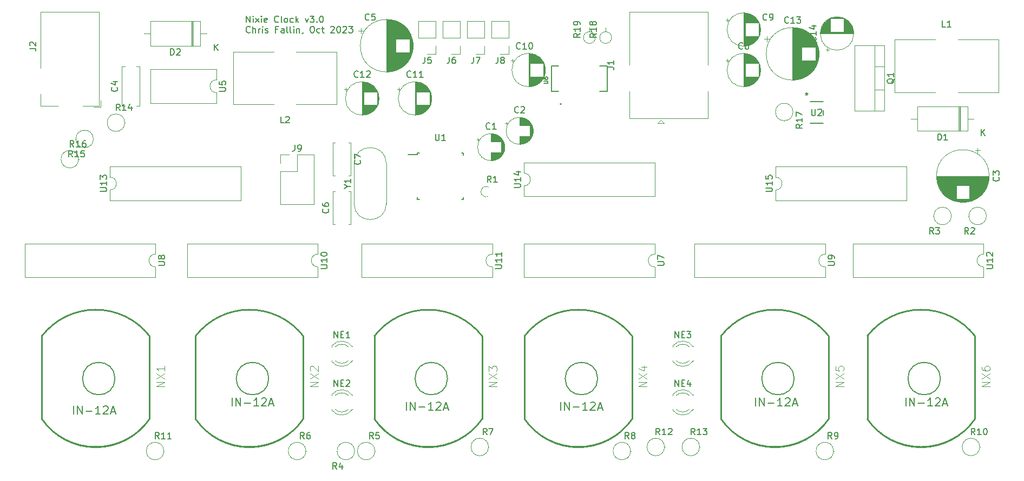
<source format=gbr>
%TF.GenerationSoftware,KiCad,Pcbnew,7.0.8*%
%TF.CreationDate,2023-10-07T19:29:42-07:00*%
%TF.ProjectId,nixie3,6e697869-6533-42e6-9b69-6361645f7063,rev?*%
%TF.SameCoordinates,Original*%
%TF.FileFunction,Legend,Top*%
%TF.FilePolarity,Positive*%
%FSLAX46Y46*%
G04 Gerber Fmt 4.6, Leading zero omitted, Abs format (unit mm)*
G04 Created by KiCad (PCBNEW 7.0.8) date 2023-10-07 19:29:42*
%MOMM*%
%LPD*%
G01*
G04 APERTURE LIST*
%ADD10C,0.150000*%
%ADD11C,0.101600*%
%ADD12C,0.120000*%
%ADD13C,0.254000*%
%ADD14C,0.127000*%
%ADD15C,0.200000*%
%ADD16C,0.152400*%
G04 APERTURE END LIST*
D10*
X75266779Y-36994819D02*
X75266779Y-35994819D01*
X75266779Y-35994819D02*
X75838207Y-36994819D01*
X75838207Y-36994819D02*
X75838207Y-35994819D01*
X76314398Y-36994819D02*
X76314398Y-36328152D01*
X76314398Y-35994819D02*
X76266779Y-36042438D01*
X76266779Y-36042438D02*
X76314398Y-36090057D01*
X76314398Y-36090057D02*
X76362017Y-36042438D01*
X76362017Y-36042438D02*
X76314398Y-35994819D01*
X76314398Y-35994819D02*
X76314398Y-36090057D01*
X76695350Y-36994819D02*
X77219159Y-36328152D01*
X76695350Y-36328152D02*
X77219159Y-36994819D01*
X77600112Y-36994819D02*
X77600112Y-36328152D01*
X77600112Y-35994819D02*
X77552493Y-36042438D01*
X77552493Y-36042438D02*
X77600112Y-36090057D01*
X77600112Y-36090057D02*
X77647731Y-36042438D01*
X77647731Y-36042438D02*
X77600112Y-35994819D01*
X77600112Y-35994819D02*
X77600112Y-36090057D01*
X78457254Y-36947200D02*
X78362016Y-36994819D01*
X78362016Y-36994819D02*
X78171540Y-36994819D01*
X78171540Y-36994819D02*
X78076302Y-36947200D01*
X78076302Y-36947200D02*
X78028683Y-36851961D01*
X78028683Y-36851961D02*
X78028683Y-36471009D01*
X78028683Y-36471009D02*
X78076302Y-36375771D01*
X78076302Y-36375771D02*
X78171540Y-36328152D01*
X78171540Y-36328152D02*
X78362016Y-36328152D01*
X78362016Y-36328152D02*
X78457254Y-36375771D01*
X78457254Y-36375771D02*
X78504873Y-36471009D01*
X78504873Y-36471009D02*
X78504873Y-36566247D01*
X78504873Y-36566247D02*
X78028683Y-36661485D01*
X80266778Y-36899580D02*
X80219159Y-36947200D01*
X80219159Y-36947200D02*
X80076302Y-36994819D01*
X80076302Y-36994819D02*
X79981064Y-36994819D01*
X79981064Y-36994819D02*
X79838207Y-36947200D01*
X79838207Y-36947200D02*
X79742969Y-36851961D01*
X79742969Y-36851961D02*
X79695350Y-36756723D01*
X79695350Y-36756723D02*
X79647731Y-36566247D01*
X79647731Y-36566247D02*
X79647731Y-36423390D01*
X79647731Y-36423390D02*
X79695350Y-36232914D01*
X79695350Y-36232914D02*
X79742969Y-36137676D01*
X79742969Y-36137676D02*
X79838207Y-36042438D01*
X79838207Y-36042438D02*
X79981064Y-35994819D01*
X79981064Y-35994819D02*
X80076302Y-35994819D01*
X80076302Y-35994819D02*
X80219159Y-36042438D01*
X80219159Y-36042438D02*
X80266778Y-36090057D01*
X80838207Y-36994819D02*
X80742969Y-36947200D01*
X80742969Y-36947200D02*
X80695350Y-36851961D01*
X80695350Y-36851961D02*
X80695350Y-35994819D01*
X81362017Y-36994819D02*
X81266779Y-36947200D01*
X81266779Y-36947200D02*
X81219160Y-36899580D01*
X81219160Y-36899580D02*
X81171541Y-36804342D01*
X81171541Y-36804342D02*
X81171541Y-36518628D01*
X81171541Y-36518628D02*
X81219160Y-36423390D01*
X81219160Y-36423390D02*
X81266779Y-36375771D01*
X81266779Y-36375771D02*
X81362017Y-36328152D01*
X81362017Y-36328152D02*
X81504874Y-36328152D01*
X81504874Y-36328152D02*
X81600112Y-36375771D01*
X81600112Y-36375771D02*
X81647731Y-36423390D01*
X81647731Y-36423390D02*
X81695350Y-36518628D01*
X81695350Y-36518628D02*
X81695350Y-36804342D01*
X81695350Y-36804342D02*
X81647731Y-36899580D01*
X81647731Y-36899580D02*
X81600112Y-36947200D01*
X81600112Y-36947200D02*
X81504874Y-36994819D01*
X81504874Y-36994819D02*
X81362017Y-36994819D01*
X82552493Y-36947200D02*
X82457255Y-36994819D01*
X82457255Y-36994819D02*
X82266779Y-36994819D01*
X82266779Y-36994819D02*
X82171541Y-36947200D01*
X82171541Y-36947200D02*
X82123922Y-36899580D01*
X82123922Y-36899580D02*
X82076303Y-36804342D01*
X82076303Y-36804342D02*
X82076303Y-36518628D01*
X82076303Y-36518628D02*
X82123922Y-36423390D01*
X82123922Y-36423390D02*
X82171541Y-36375771D01*
X82171541Y-36375771D02*
X82266779Y-36328152D01*
X82266779Y-36328152D02*
X82457255Y-36328152D01*
X82457255Y-36328152D02*
X82552493Y-36375771D01*
X82981065Y-36994819D02*
X82981065Y-35994819D01*
X83076303Y-36613866D02*
X83362017Y-36994819D01*
X83362017Y-36328152D02*
X82981065Y-36709104D01*
X84457256Y-36328152D02*
X84695351Y-36994819D01*
X84695351Y-36994819D02*
X84933446Y-36328152D01*
X85219161Y-35994819D02*
X85838208Y-35994819D01*
X85838208Y-35994819D02*
X85504875Y-36375771D01*
X85504875Y-36375771D02*
X85647732Y-36375771D01*
X85647732Y-36375771D02*
X85742970Y-36423390D01*
X85742970Y-36423390D02*
X85790589Y-36471009D01*
X85790589Y-36471009D02*
X85838208Y-36566247D01*
X85838208Y-36566247D02*
X85838208Y-36804342D01*
X85838208Y-36804342D02*
X85790589Y-36899580D01*
X85790589Y-36899580D02*
X85742970Y-36947200D01*
X85742970Y-36947200D02*
X85647732Y-36994819D01*
X85647732Y-36994819D02*
X85362018Y-36994819D01*
X85362018Y-36994819D02*
X85266780Y-36947200D01*
X85266780Y-36947200D02*
X85219161Y-36899580D01*
X86266780Y-36899580D02*
X86314399Y-36947200D01*
X86314399Y-36947200D02*
X86266780Y-36994819D01*
X86266780Y-36994819D02*
X86219161Y-36947200D01*
X86219161Y-36947200D02*
X86266780Y-36899580D01*
X86266780Y-36899580D02*
X86266780Y-36994819D01*
X86933446Y-35994819D02*
X87028684Y-35994819D01*
X87028684Y-35994819D02*
X87123922Y-36042438D01*
X87123922Y-36042438D02*
X87171541Y-36090057D01*
X87171541Y-36090057D02*
X87219160Y-36185295D01*
X87219160Y-36185295D02*
X87266779Y-36375771D01*
X87266779Y-36375771D02*
X87266779Y-36613866D01*
X87266779Y-36613866D02*
X87219160Y-36804342D01*
X87219160Y-36804342D02*
X87171541Y-36899580D01*
X87171541Y-36899580D02*
X87123922Y-36947200D01*
X87123922Y-36947200D02*
X87028684Y-36994819D01*
X87028684Y-36994819D02*
X86933446Y-36994819D01*
X86933446Y-36994819D02*
X86838208Y-36947200D01*
X86838208Y-36947200D02*
X86790589Y-36899580D01*
X86790589Y-36899580D02*
X86742970Y-36804342D01*
X86742970Y-36804342D02*
X86695351Y-36613866D01*
X86695351Y-36613866D02*
X86695351Y-36375771D01*
X86695351Y-36375771D02*
X86742970Y-36185295D01*
X86742970Y-36185295D02*
X86790589Y-36090057D01*
X86790589Y-36090057D02*
X86838208Y-36042438D01*
X86838208Y-36042438D02*
X86933446Y-35994819D01*
X75838207Y-38509580D02*
X75790588Y-38557200D01*
X75790588Y-38557200D02*
X75647731Y-38604819D01*
X75647731Y-38604819D02*
X75552493Y-38604819D01*
X75552493Y-38604819D02*
X75409636Y-38557200D01*
X75409636Y-38557200D02*
X75314398Y-38461961D01*
X75314398Y-38461961D02*
X75266779Y-38366723D01*
X75266779Y-38366723D02*
X75219160Y-38176247D01*
X75219160Y-38176247D02*
X75219160Y-38033390D01*
X75219160Y-38033390D02*
X75266779Y-37842914D01*
X75266779Y-37842914D02*
X75314398Y-37747676D01*
X75314398Y-37747676D02*
X75409636Y-37652438D01*
X75409636Y-37652438D02*
X75552493Y-37604819D01*
X75552493Y-37604819D02*
X75647731Y-37604819D01*
X75647731Y-37604819D02*
X75790588Y-37652438D01*
X75790588Y-37652438D02*
X75838207Y-37700057D01*
X76266779Y-38604819D02*
X76266779Y-37604819D01*
X76695350Y-38604819D02*
X76695350Y-38081009D01*
X76695350Y-38081009D02*
X76647731Y-37985771D01*
X76647731Y-37985771D02*
X76552493Y-37938152D01*
X76552493Y-37938152D02*
X76409636Y-37938152D01*
X76409636Y-37938152D02*
X76314398Y-37985771D01*
X76314398Y-37985771D02*
X76266779Y-38033390D01*
X77171541Y-38604819D02*
X77171541Y-37938152D01*
X77171541Y-38128628D02*
X77219160Y-38033390D01*
X77219160Y-38033390D02*
X77266779Y-37985771D01*
X77266779Y-37985771D02*
X77362017Y-37938152D01*
X77362017Y-37938152D02*
X77457255Y-37938152D01*
X77790589Y-38604819D02*
X77790589Y-37938152D01*
X77790589Y-37604819D02*
X77742970Y-37652438D01*
X77742970Y-37652438D02*
X77790589Y-37700057D01*
X77790589Y-37700057D02*
X77838208Y-37652438D01*
X77838208Y-37652438D02*
X77790589Y-37604819D01*
X77790589Y-37604819D02*
X77790589Y-37700057D01*
X78219160Y-38557200D02*
X78314398Y-38604819D01*
X78314398Y-38604819D02*
X78504874Y-38604819D01*
X78504874Y-38604819D02*
X78600112Y-38557200D01*
X78600112Y-38557200D02*
X78647731Y-38461961D01*
X78647731Y-38461961D02*
X78647731Y-38414342D01*
X78647731Y-38414342D02*
X78600112Y-38319104D01*
X78600112Y-38319104D02*
X78504874Y-38271485D01*
X78504874Y-38271485D02*
X78362017Y-38271485D01*
X78362017Y-38271485D02*
X78266779Y-38223866D01*
X78266779Y-38223866D02*
X78219160Y-38128628D01*
X78219160Y-38128628D02*
X78219160Y-38081009D01*
X78219160Y-38081009D02*
X78266779Y-37985771D01*
X78266779Y-37985771D02*
X78362017Y-37938152D01*
X78362017Y-37938152D02*
X78504874Y-37938152D01*
X78504874Y-37938152D02*
X78600112Y-37985771D01*
X80171541Y-38081009D02*
X79838208Y-38081009D01*
X79838208Y-38604819D02*
X79838208Y-37604819D01*
X79838208Y-37604819D02*
X80314398Y-37604819D01*
X81123922Y-38604819D02*
X81123922Y-38081009D01*
X81123922Y-38081009D02*
X81076303Y-37985771D01*
X81076303Y-37985771D02*
X80981065Y-37938152D01*
X80981065Y-37938152D02*
X80790589Y-37938152D01*
X80790589Y-37938152D02*
X80695351Y-37985771D01*
X81123922Y-38557200D02*
X81028684Y-38604819D01*
X81028684Y-38604819D02*
X80790589Y-38604819D01*
X80790589Y-38604819D02*
X80695351Y-38557200D01*
X80695351Y-38557200D02*
X80647732Y-38461961D01*
X80647732Y-38461961D02*
X80647732Y-38366723D01*
X80647732Y-38366723D02*
X80695351Y-38271485D01*
X80695351Y-38271485D02*
X80790589Y-38223866D01*
X80790589Y-38223866D02*
X81028684Y-38223866D01*
X81028684Y-38223866D02*
X81123922Y-38176247D01*
X81742970Y-38604819D02*
X81647732Y-38557200D01*
X81647732Y-38557200D02*
X81600113Y-38461961D01*
X81600113Y-38461961D02*
X81600113Y-37604819D01*
X82266780Y-38604819D02*
X82171542Y-38557200D01*
X82171542Y-38557200D02*
X82123923Y-38461961D01*
X82123923Y-38461961D02*
X82123923Y-37604819D01*
X82647733Y-38604819D02*
X82647733Y-37938152D01*
X82647733Y-37604819D02*
X82600114Y-37652438D01*
X82600114Y-37652438D02*
X82647733Y-37700057D01*
X82647733Y-37700057D02*
X82695352Y-37652438D01*
X82695352Y-37652438D02*
X82647733Y-37604819D01*
X82647733Y-37604819D02*
X82647733Y-37700057D01*
X83123923Y-37938152D02*
X83123923Y-38604819D01*
X83123923Y-38033390D02*
X83171542Y-37985771D01*
X83171542Y-37985771D02*
X83266780Y-37938152D01*
X83266780Y-37938152D02*
X83409637Y-37938152D01*
X83409637Y-37938152D02*
X83504875Y-37985771D01*
X83504875Y-37985771D02*
X83552494Y-38081009D01*
X83552494Y-38081009D02*
X83552494Y-38604819D01*
X84076304Y-38557200D02*
X84076304Y-38604819D01*
X84076304Y-38604819D02*
X84028685Y-38700057D01*
X84028685Y-38700057D02*
X83981066Y-38747676D01*
X85457256Y-37604819D02*
X85647732Y-37604819D01*
X85647732Y-37604819D02*
X85742970Y-37652438D01*
X85742970Y-37652438D02*
X85838208Y-37747676D01*
X85838208Y-37747676D02*
X85885827Y-37938152D01*
X85885827Y-37938152D02*
X85885827Y-38271485D01*
X85885827Y-38271485D02*
X85838208Y-38461961D01*
X85838208Y-38461961D02*
X85742970Y-38557200D01*
X85742970Y-38557200D02*
X85647732Y-38604819D01*
X85647732Y-38604819D02*
X85457256Y-38604819D01*
X85457256Y-38604819D02*
X85362018Y-38557200D01*
X85362018Y-38557200D02*
X85266780Y-38461961D01*
X85266780Y-38461961D02*
X85219161Y-38271485D01*
X85219161Y-38271485D02*
X85219161Y-37938152D01*
X85219161Y-37938152D02*
X85266780Y-37747676D01*
X85266780Y-37747676D02*
X85362018Y-37652438D01*
X85362018Y-37652438D02*
X85457256Y-37604819D01*
X86742970Y-38557200D02*
X86647732Y-38604819D01*
X86647732Y-38604819D02*
X86457256Y-38604819D01*
X86457256Y-38604819D02*
X86362018Y-38557200D01*
X86362018Y-38557200D02*
X86314399Y-38509580D01*
X86314399Y-38509580D02*
X86266780Y-38414342D01*
X86266780Y-38414342D02*
X86266780Y-38128628D01*
X86266780Y-38128628D02*
X86314399Y-38033390D01*
X86314399Y-38033390D02*
X86362018Y-37985771D01*
X86362018Y-37985771D02*
X86457256Y-37938152D01*
X86457256Y-37938152D02*
X86647732Y-37938152D01*
X86647732Y-37938152D02*
X86742970Y-37985771D01*
X87028685Y-37938152D02*
X87409637Y-37938152D01*
X87171542Y-37604819D02*
X87171542Y-38461961D01*
X87171542Y-38461961D02*
X87219161Y-38557200D01*
X87219161Y-38557200D02*
X87314399Y-38604819D01*
X87314399Y-38604819D02*
X87409637Y-38604819D01*
X88457257Y-37700057D02*
X88504876Y-37652438D01*
X88504876Y-37652438D02*
X88600114Y-37604819D01*
X88600114Y-37604819D02*
X88838209Y-37604819D01*
X88838209Y-37604819D02*
X88933447Y-37652438D01*
X88933447Y-37652438D02*
X88981066Y-37700057D01*
X88981066Y-37700057D02*
X89028685Y-37795295D01*
X89028685Y-37795295D02*
X89028685Y-37890533D01*
X89028685Y-37890533D02*
X88981066Y-38033390D01*
X88981066Y-38033390D02*
X88409638Y-38604819D01*
X88409638Y-38604819D02*
X89028685Y-38604819D01*
X89647733Y-37604819D02*
X89742971Y-37604819D01*
X89742971Y-37604819D02*
X89838209Y-37652438D01*
X89838209Y-37652438D02*
X89885828Y-37700057D01*
X89885828Y-37700057D02*
X89933447Y-37795295D01*
X89933447Y-37795295D02*
X89981066Y-37985771D01*
X89981066Y-37985771D02*
X89981066Y-38223866D01*
X89981066Y-38223866D02*
X89933447Y-38414342D01*
X89933447Y-38414342D02*
X89885828Y-38509580D01*
X89885828Y-38509580D02*
X89838209Y-38557200D01*
X89838209Y-38557200D02*
X89742971Y-38604819D01*
X89742971Y-38604819D02*
X89647733Y-38604819D01*
X89647733Y-38604819D02*
X89552495Y-38557200D01*
X89552495Y-38557200D02*
X89504876Y-38509580D01*
X89504876Y-38509580D02*
X89457257Y-38414342D01*
X89457257Y-38414342D02*
X89409638Y-38223866D01*
X89409638Y-38223866D02*
X89409638Y-37985771D01*
X89409638Y-37985771D02*
X89457257Y-37795295D01*
X89457257Y-37795295D02*
X89504876Y-37700057D01*
X89504876Y-37700057D02*
X89552495Y-37652438D01*
X89552495Y-37652438D02*
X89647733Y-37604819D01*
X90362019Y-37700057D02*
X90409638Y-37652438D01*
X90409638Y-37652438D02*
X90504876Y-37604819D01*
X90504876Y-37604819D02*
X90742971Y-37604819D01*
X90742971Y-37604819D02*
X90838209Y-37652438D01*
X90838209Y-37652438D02*
X90885828Y-37700057D01*
X90885828Y-37700057D02*
X90933447Y-37795295D01*
X90933447Y-37795295D02*
X90933447Y-37890533D01*
X90933447Y-37890533D02*
X90885828Y-38033390D01*
X90885828Y-38033390D02*
X90314400Y-38604819D01*
X90314400Y-38604819D02*
X90933447Y-38604819D01*
X91266781Y-37604819D02*
X91885828Y-37604819D01*
X91885828Y-37604819D02*
X91552495Y-37985771D01*
X91552495Y-37985771D02*
X91695352Y-37985771D01*
X91695352Y-37985771D02*
X91790590Y-38033390D01*
X91790590Y-38033390D02*
X91838209Y-38081009D01*
X91838209Y-38081009D02*
X91885828Y-38176247D01*
X91885828Y-38176247D02*
X91885828Y-38414342D01*
X91885828Y-38414342D02*
X91838209Y-38509580D01*
X91838209Y-38509580D02*
X91790590Y-38557200D01*
X91790590Y-38557200D02*
X91695352Y-38604819D01*
X91695352Y-38604819D02*
X91409638Y-38604819D01*
X91409638Y-38604819D02*
X91314400Y-38557200D01*
X91314400Y-38557200D02*
X91266781Y-38509580D01*
X91068628Y-62716190D02*
X91544819Y-62716190D01*
X90544819Y-63049523D02*
X91068628Y-62716190D01*
X91068628Y-62716190D02*
X90544819Y-62382857D01*
X91544819Y-61525714D02*
X91544819Y-62097142D01*
X91544819Y-61811428D02*
X90544819Y-61811428D01*
X90544819Y-61811428D02*
X90687676Y-61906666D01*
X90687676Y-61906666D02*
X90782914Y-62001904D01*
X90782914Y-62001904D02*
X90830533Y-62097142D01*
X189222142Y-101589819D02*
X188888809Y-101113628D01*
X188650714Y-101589819D02*
X188650714Y-100589819D01*
X188650714Y-100589819D02*
X189031666Y-100589819D01*
X189031666Y-100589819D02*
X189126904Y-100637438D01*
X189126904Y-100637438D02*
X189174523Y-100685057D01*
X189174523Y-100685057D02*
X189222142Y-100780295D01*
X189222142Y-100780295D02*
X189222142Y-100923152D01*
X189222142Y-100923152D02*
X189174523Y-101018390D01*
X189174523Y-101018390D02*
X189126904Y-101066009D01*
X189126904Y-101066009D02*
X189031666Y-101113628D01*
X189031666Y-101113628D02*
X188650714Y-101113628D01*
X190174523Y-101589819D02*
X189603095Y-101589819D01*
X189888809Y-101589819D02*
X189888809Y-100589819D01*
X189888809Y-100589819D02*
X189793571Y-100732676D01*
X189793571Y-100732676D02*
X189698333Y-100827914D01*
X189698333Y-100827914D02*
X189603095Y-100875533D01*
X190793571Y-100589819D02*
X190888809Y-100589819D01*
X190888809Y-100589819D02*
X190984047Y-100637438D01*
X190984047Y-100637438D02*
X191031666Y-100685057D01*
X191031666Y-100685057D02*
X191079285Y-100780295D01*
X191079285Y-100780295D02*
X191126904Y-100970771D01*
X191126904Y-100970771D02*
X191126904Y-101208866D01*
X191126904Y-101208866D02*
X191079285Y-101399342D01*
X191079285Y-101399342D02*
X191031666Y-101494580D01*
X191031666Y-101494580D02*
X190984047Y-101542200D01*
X190984047Y-101542200D02*
X190888809Y-101589819D01*
X190888809Y-101589819D02*
X190793571Y-101589819D01*
X190793571Y-101589819D02*
X190698333Y-101542200D01*
X190698333Y-101542200D02*
X190650714Y-101494580D01*
X190650714Y-101494580D02*
X190603095Y-101399342D01*
X190603095Y-101399342D02*
X190555476Y-101208866D01*
X190555476Y-101208866D02*
X190555476Y-100970771D01*
X190555476Y-100970771D02*
X190603095Y-100780295D01*
X190603095Y-100780295D02*
X190650714Y-100685057D01*
X190650714Y-100685057D02*
X190698333Y-100637438D01*
X190698333Y-100637438D02*
X190793571Y-100589819D01*
X139579819Y-75056904D02*
X140389342Y-75056904D01*
X140389342Y-75056904D02*
X140484580Y-75009285D01*
X140484580Y-75009285D02*
X140532200Y-74961666D01*
X140532200Y-74961666D02*
X140579819Y-74866428D01*
X140579819Y-74866428D02*
X140579819Y-74675952D01*
X140579819Y-74675952D02*
X140532200Y-74580714D01*
X140532200Y-74580714D02*
X140484580Y-74533095D01*
X140484580Y-74533095D02*
X140389342Y-74485476D01*
X140389342Y-74485476D02*
X139579819Y-74485476D01*
X139579819Y-74104523D02*
X139579819Y-73437857D01*
X139579819Y-73437857D02*
X140579819Y-73866428D01*
X139917142Y-101589819D02*
X139583809Y-101113628D01*
X139345714Y-101589819D02*
X139345714Y-100589819D01*
X139345714Y-100589819D02*
X139726666Y-100589819D01*
X139726666Y-100589819D02*
X139821904Y-100637438D01*
X139821904Y-100637438D02*
X139869523Y-100685057D01*
X139869523Y-100685057D02*
X139917142Y-100780295D01*
X139917142Y-100780295D02*
X139917142Y-100923152D01*
X139917142Y-100923152D02*
X139869523Y-101018390D01*
X139869523Y-101018390D02*
X139821904Y-101066009D01*
X139821904Y-101066009D02*
X139726666Y-101113628D01*
X139726666Y-101113628D02*
X139345714Y-101113628D01*
X140869523Y-101589819D02*
X140298095Y-101589819D01*
X140583809Y-101589819D02*
X140583809Y-100589819D01*
X140583809Y-100589819D02*
X140488571Y-100732676D01*
X140488571Y-100732676D02*
X140393333Y-100827914D01*
X140393333Y-100827914D02*
X140298095Y-100875533D01*
X141250476Y-100685057D02*
X141298095Y-100637438D01*
X141298095Y-100637438D02*
X141393333Y-100589819D01*
X141393333Y-100589819D02*
X141631428Y-100589819D01*
X141631428Y-100589819D02*
X141726666Y-100637438D01*
X141726666Y-100637438D02*
X141774285Y-100685057D01*
X141774285Y-100685057D02*
X141821904Y-100780295D01*
X141821904Y-100780295D02*
X141821904Y-100875533D01*
X141821904Y-100875533D02*
X141774285Y-101018390D01*
X141774285Y-101018390D02*
X141202857Y-101589819D01*
X141202857Y-101589819D02*
X141821904Y-101589819D01*
X100977142Y-45504580D02*
X100929523Y-45552200D01*
X100929523Y-45552200D02*
X100786666Y-45599819D01*
X100786666Y-45599819D02*
X100691428Y-45599819D01*
X100691428Y-45599819D02*
X100548571Y-45552200D01*
X100548571Y-45552200D02*
X100453333Y-45456961D01*
X100453333Y-45456961D02*
X100405714Y-45361723D01*
X100405714Y-45361723D02*
X100358095Y-45171247D01*
X100358095Y-45171247D02*
X100358095Y-45028390D01*
X100358095Y-45028390D02*
X100405714Y-44837914D01*
X100405714Y-44837914D02*
X100453333Y-44742676D01*
X100453333Y-44742676D02*
X100548571Y-44647438D01*
X100548571Y-44647438D02*
X100691428Y-44599819D01*
X100691428Y-44599819D02*
X100786666Y-44599819D01*
X100786666Y-44599819D02*
X100929523Y-44647438D01*
X100929523Y-44647438D02*
X100977142Y-44695057D01*
X101929523Y-45599819D02*
X101358095Y-45599819D01*
X101643809Y-45599819D02*
X101643809Y-44599819D01*
X101643809Y-44599819D02*
X101548571Y-44742676D01*
X101548571Y-44742676D02*
X101453333Y-44837914D01*
X101453333Y-44837914D02*
X101358095Y-44885533D01*
X102881904Y-45599819D02*
X102310476Y-45599819D01*
X102596190Y-45599819D02*
X102596190Y-44599819D01*
X102596190Y-44599819D02*
X102500952Y-44742676D01*
X102500952Y-44742676D02*
X102405714Y-44837914D01*
X102405714Y-44837914D02*
X102310476Y-44885533D01*
X63396905Y-42109819D02*
X63396905Y-41109819D01*
X63396905Y-41109819D02*
X63635000Y-41109819D01*
X63635000Y-41109819D02*
X63777857Y-41157438D01*
X63777857Y-41157438D02*
X63873095Y-41252676D01*
X63873095Y-41252676D02*
X63920714Y-41347914D01*
X63920714Y-41347914D02*
X63968333Y-41538390D01*
X63968333Y-41538390D02*
X63968333Y-41681247D01*
X63968333Y-41681247D02*
X63920714Y-41871723D01*
X63920714Y-41871723D02*
X63873095Y-41966961D01*
X63873095Y-41966961D02*
X63777857Y-42062200D01*
X63777857Y-42062200D02*
X63635000Y-42109819D01*
X63635000Y-42109819D02*
X63396905Y-42109819D01*
X64349286Y-41205057D02*
X64396905Y-41157438D01*
X64396905Y-41157438D02*
X64492143Y-41109819D01*
X64492143Y-41109819D02*
X64730238Y-41109819D01*
X64730238Y-41109819D02*
X64825476Y-41157438D01*
X64825476Y-41157438D02*
X64873095Y-41205057D01*
X64873095Y-41205057D02*
X64920714Y-41300295D01*
X64920714Y-41300295D02*
X64920714Y-41395533D01*
X64920714Y-41395533D02*
X64873095Y-41538390D01*
X64873095Y-41538390D02*
X64301667Y-42109819D01*
X64301667Y-42109819D02*
X64920714Y-42109819D01*
X70223095Y-41389819D02*
X70223095Y-40389819D01*
X70794523Y-41389819D02*
X70365952Y-40818390D01*
X70794523Y-40389819D02*
X70223095Y-40961247D01*
X145407142Y-101589819D02*
X145073809Y-101113628D01*
X144835714Y-101589819D02*
X144835714Y-100589819D01*
X144835714Y-100589819D02*
X145216666Y-100589819D01*
X145216666Y-100589819D02*
X145311904Y-100637438D01*
X145311904Y-100637438D02*
X145359523Y-100685057D01*
X145359523Y-100685057D02*
X145407142Y-100780295D01*
X145407142Y-100780295D02*
X145407142Y-100923152D01*
X145407142Y-100923152D02*
X145359523Y-101018390D01*
X145359523Y-101018390D02*
X145311904Y-101066009D01*
X145311904Y-101066009D02*
X145216666Y-101113628D01*
X145216666Y-101113628D02*
X144835714Y-101113628D01*
X146359523Y-101589819D02*
X145788095Y-101589819D01*
X146073809Y-101589819D02*
X146073809Y-100589819D01*
X146073809Y-100589819D02*
X145978571Y-100732676D01*
X145978571Y-100732676D02*
X145883333Y-100827914D01*
X145883333Y-100827914D02*
X145788095Y-100875533D01*
X146692857Y-100589819D02*
X147311904Y-100589819D01*
X147311904Y-100589819D02*
X146978571Y-100970771D01*
X146978571Y-100970771D02*
X147121428Y-100970771D01*
X147121428Y-100970771D02*
X147216666Y-101018390D01*
X147216666Y-101018390D02*
X147264285Y-101066009D01*
X147264285Y-101066009D02*
X147311904Y-101161247D01*
X147311904Y-101161247D02*
X147311904Y-101399342D01*
X147311904Y-101399342D02*
X147264285Y-101494580D01*
X147264285Y-101494580D02*
X147216666Y-101542200D01*
X147216666Y-101542200D02*
X147121428Y-101589819D01*
X147121428Y-101589819D02*
X146835714Y-101589819D01*
X146835714Y-101589819D02*
X146740476Y-101542200D01*
X146740476Y-101542200D02*
X146692857Y-101494580D01*
D11*
X114437742Y-94038541D02*
X113167742Y-94038541D01*
X113167742Y-94038541D02*
X114437742Y-93312826D01*
X114437742Y-93312826D02*
X113167742Y-93312826D01*
X113167742Y-92829017D02*
X114437742Y-91982350D01*
X113167742Y-91982350D02*
X114437742Y-92829017D01*
X113167742Y-91619493D02*
X113167742Y-90833302D01*
X113167742Y-90833302D02*
X113651551Y-91256636D01*
X113651551Y-91256636D02*
X113651551Y-91075207D01*
X113651551Y-91075207D02*
X113712027Y-90954255D01*
X113712027Y-90954255D02*
X113772504Y-90893779D01*
X113772504Y-90893779D02*
X113893456Y-90833302D01*
X113893456Y-90833302D02*
X114195837Y-90833302D01*
X114195837Y-90833302D02*
X114316789Y-90893779D01*
X114316789Y-90893779D02*
X114377266Y-90954255D01*
X114377266Y-90954255D02*
X114437742Y-91075207D01*
X114437742Y-91075207D02*
X114437742Y-91438064D01*
X114437742Y-91438064D02*
X114377266Y-91559017D01*
X114377266Y-91559017D02*
X114316789Y-91619493D01*
D10*
X100299761Y-97734726D02*
X100299761Y-96464726D01*
X100904523Y-97734726D02*
X100904523Y-96464726D01*
X100904523Y-96464726D02*
X101630238Y-97734726D01*
X101630238Y-97734726D02*
X101630238Y-96464726D01*
X102234999Y-97250916D02*
X103202619Y-97250916D01*
X104472619Y-97734726D02*
X103746904Y-97734726D01*
X104109761Y-97734726D02*
X104109761Y-96464726D01*
X104109761Y-96464726D02*
X103988809Y-96646154D01*
X103988809Y-96646154D02*
X103867857Y-96767107D01*
X103867857Y-96767107D02*
X103746904Y-96827583D01*
X104956428Y-96585678D02*
X105016904Y-96525202D01*
X105016904Y-96525202D02*
X105137857Y-96464726D01*
X105137857Y-96464726D02*
X105440238Y-96464726D01*
X105440238Y-96464726D02*
X105561190Y-96525202D01*
X105561190Y-96525202D02*
X105621666Y-96585678D01*
X105621666Y-96585678D02*
X105682143Y-96706630D01*
X105682143Y-96706630D02*
X105682143Y-96827583D01*
X105682143Y-96827583D02*
X105621666Y-97009011D01*
X105621666Y-97009011D02*
X104895952Y-97734726D01*
X104895952Y-97734726D02*
X105682143Y-97734726D01*
X106165952Y-97371869D02*
X106770714Y-97371869D01*
X106045000Y-97734726D02*
X106468333Y-96464726D01*
X106468333Y-96464726D02*
X106891667Y-97734726D01*
X88955714Y-86394819D02*
X88955714Y-85394819D01*
X88955714Y-85394819D02*
X89527142Y-86394819D01*
X89527142Y-86394819D02*
X89527142Y-85394819D01*
X90003333Y-85871009D02*
X90336666Y-85871009D01*
X90479523Y-86394819D02*
X90003333Y-86394819D01*
X90003333Y-86394819D02*
X90003333Y-85394819D01*
X90003333Y-85394819D02*
X90479523Y-85394819D01*
X91431904Y-86394819D02*
X90860476Y-86394819D01*
X91146190Y-86394819D02*
X91146190Y-85394819D01*
X91146190Y-85394819D02*
X91050952Y-85537676D01*
X91050952Y-85537676D02*
X90955714Y-85632914D01*
X90955714Y-85632914D02*
X90860476Y-85680533D01*
X113368333Y-53634580D02*
X113320714Y-53682200D01*
X113320714Y-53682200D02*
X113177857Y-53729819D01*
X113177857Y-53729819D02*
X113082619Y-53729819D01*
X113082619Y-53729819D02*
X112939762Y-53682200D01*
X112939762Y-53682200D02*
X112844524Y-53586961D01*
X112844524Y-53586961D02*
X112796905Y-53491723D01*
X112796905Y-53491723D02*
X112749286Y-53301247D01*
X112749286Y-53301247D02*
X112749286Y-53158390D01*
X112749286Y-53158390D02*
X112796905Y-52967914D01*
X112796905Y-52967914D02*
X112844524Y-52872676D01*
X112844524Y-52872676D02*
X112939762Y-52777438D01*
X112939762Y-52777438D02*
X113082619Y-52729819D01*
X113082619Y-52729819D02*
X113177857Y-52729819D01*
X113177857Y-52729819D02*
X113320714Y-52777438D01*
X113320714Y-52777438D02*
X113368333Y-52825057D01*
X114320714Y-53729819D02*
X113749286Y-53729819D01*
X114035000Y-53729819D02*
X114035000Y-52729819D01*
X114035000Y-52729819D02*
X113939762Y-52872676D01*
X113939762Y-52872676D02*
X113844524Y-52967914D01*
X113844524Y-52967914D02*
X113749286Y-53015533D01*
X156678333Y-36554580D02*
X156630714Y-36602200D01*
X156630714Y-36602200D02*
X156487857Y-36649819D01*
X156487857Y-36649819D02*
X156392619Y-36649819D01*
X156392619Y-36649819D02*
X156249762Y-36602200D01*
X156249762Y-36602200D02*
X156154524Y-36506961D01*
X156154524Y-36506961D02*
X156106905Y-36411723D01*
X156106905Y-36411723D02*
X156059286Y-36221247D01*
X156059286Y-36221247D02*
X156059286Y-36078390D01*
X156059286Y-36078390D02*
X156106905Y-35887914D01*
X156106905Y-35887914D02*
X156154524Y-35792676D01*
X156154524Y-35792676D02*
X156249762Y-35697438D01*
X156249762Y-35697438D02*
X156392619Y-35649819D01*
X156392619Y-35649819D02*
X156487857Y-35649819D01*
X156487857Y-35649819D02*
X156630714Y-35697438D01*
X156630714Y-35697438D02*
X156678333Y-35745057D01*
X157154524Y-36649819D02*
X157345000Y-36649819D01*
X157345000Y-36649819D02*
X157440238Y-36602200D01*
X157440238Y-36602200D02*
X157487857Y-36554580D01*
X157487857Y-36554580D02*
X157583095Y-36411723D01*
X157583095Y-36411723D02*
X157630714Y-36221247D01*
X157630714Y-36221247D02*
X157630714Y-35840295D01*
X157630714Y-35840295D02*
X157583095Y-35745057D01*
X157583095Y-35745057D02*
X157535476Y-35697438D01*
X157535476Y-35697438D02*
X157440238Y-35649819D01*
X157440238Y-35649819D02*
X157249762Y-35649819D01*
X157249762Y-35649819D02*
X157154524Y-35697438D01*
X157154524Y-35697438D02*
X157106905Y-35745057D01*
X157106905Y-35745057D02*
X157059286Y-35840295D01*
X157059286Y-35840295D02*
X157059286Y-36078390D01*
X157059286Y-36078390D02*
X157106905Y-36173628D01*
X157106905Y-36173628D02*
X157154524Y-36221247D01*
X157154524Y-36221247D02*
X157249762Y-36268866D01*
X157249762Y-36268866D02*
X157440238Y-36268866D01*
X157440238Y-36268866D02*
X157535476Y-36221247D01*
X157535476Y-36221247D02*
X157583095Y-36173628D01*
X157583095Y-36173628D02*
X157630714Y-36078390D01*
X166249819Y-75056904D02*
X167059342Y-75056904D01*
X167059342Y-75056904D02*
X167154580Y-75009285D01*
X167154580Y-75009285D02*
X167202200Y-74961666D01*
X167202200Y-74961666D02*
X167249819Y-74866428D01*
X167249819Y-74866428D02*
X167249819Y-74675952D01*
X167249819Y-74675952D02*
X167202200Y-74580714D01*
X167202200Y-74580714D02*
X167154580Y-74533095D01*
X167154580Y-74533095D02*
X167059342Y-74485476D01*
X167059342Y-74485476D02*
X166249819Y-74485476D01*
X167249819Y-73961666D02*
X167249819Y-73771190D01*
X167249819Y-73771190D02*
X167202200Y-73675952D01*
X167202200Y-73675952D02*
X167154580Y-73628333D01*
X167154580Y-73628333D02*
X167011723Y-73533095D01*
X167011723Y-73533095D02*
X166821247Y-73485476D01*
X166821247Y-73485476D02*
X166440295Y-73485476D01*
X166440295Y-73485476D02*
X166345057Y-73533095D01*
X166345057Y-73533095D02*
X166297438Y-73580714D01*
X166297438Y-73580714D02*
X166249819Y-73675952D01*
X166249819Y-73675952D02*
X166249819Y-73866428D01*
X166249819Y-73866428D02*
X166297438Y-73961666D01*
X166297438Y-73961666D02*
X166345057Y-74009285D01*
X166345057Y-74009285D02*
X166440295Y-74056904D01*
X166440295Y-74056904D02*
X166678390Y-74056904D01*
X166678390Y-74056904D02*
X166773628Y-74009285D01*
X166773628Y-74009285D02*
X166821247Y-73961666D01*
X166821247Y-73961666D02*
X166868866Y-73866428D01*
X166868866Y-73866428D02*
X166868866Y-73675952D01*
X166868866Y-73675952D02*
X166821247Y-73580714D01*
X166821247Y-73580714D02*
X166773628Y-73533095D01*
X166773628Y-73533095D02*
X166678390Y-73485476D01*
X110791666Y-42424819D02*
X110791666Y-43139104D01*
X110791666Y-43139104D02*
X110744047Y-43281961D01*
X110744047Y-43281961D02*
X110648809Y-43377200D01*
X110648809Y-43377200D02*
X110505952Y-43424819D01*
X110505952Y-43424819D02*
X110410714Y-43424819D01*
X111172619Y-42424819D02*
X111839285Y-42424819D01*
X111839285Y-42424819D02*
X111410714Y-43424819D01*
X182713333Y-70134819D02*
X182380000Y-69658628D01*
X182141905Y-70134819D02*
X182141905Y-69134819D01*
X182141905Y-69134819D02*
X182522857Y-69134819D01*
X182522857Y-69134819D02*
X182618095Y-69182438D01*
X182618095Y-69182438D02*
X182665714Y-69230057D01*
X182665714Y-69230057D02*
X182713333Y-69325295D01*
X182713333Y-69325295D02*
X182713333Y-69468152D01*
X182713333Y-69468152D02*
X182665714Y-69563390D01*
X182665714Y-69563390D02*
X182618095Y-69611009D01*
X182618095Y-69611009D02*
X182522857Y-69658628D01*
X182522857Y-69658628D02*
X182141905Y-69658628D01*
X183046667Y-69134819D02*
X183665714Y-69134819D01*
X183665714Y-69134819D02*
X183332381Y-69515771D01*
X183332381Y-69515771D02*
X183475238Y-69515771D01*
X183475238Y-69515771D02*
X183570476Y-69563390D01*
X183570476Y-69563390D02*
X183618095Y-69611009D01*
X183618095Y-69611009D02*
X183665714Y-69706247D01*
X183665714Y-69706247D02*
X183665714Y-69944342D01*
X183665714Y-69944342D02*
X183618095Y-70039580D01*
X183618095Y-70039580D02*
X183570476Y-70087200D01*
X183570476Y-70087200D02*
X183475238Y-70134819D01*
X183475238Y-70134819D02*
X183189524Y-70134819D01*
X183189524Y-70134819D02*
X183094286Y-70087200D01*
X183094286Y-70087200D02*
X183046667Y-70039580D01*
X89368333Y-106964819D02*
X89035000Y-106488628D01*
X88796905Y-106964819D02*
X88796905Y-105964819D01*
X88796905Y-105964819D02*
X89177857Y-105964819D01*
X89177857Y-105964819D02*
X89273095Y-106012438D01*
X89273095Y-106012438D02*
X89320714Y-106060057D01*
X89320714Y-106060057D02*
X89368333Y-106155295D01*
X89368333Y-106155295D02*
X89368333Y-106298152D01*
X89368333Y-106298152D02*
X89320714Y-106393390D01*
X89320714Y-106393390D02*
X89273095Y-106441009D01*
X89273095Y-106441009D02*
X89177857Y-106488628D01*
X89177857Y-106488628D02*
X88796905Y-106488628D01*
X90225476Y-106298152D02*
X90225476Y-106964819D01*
X89987381Y-105917200D02*
X89749286Y-106631485D01*
X89749286Y-106631485D02*
X90368333Y-106631485D01*
X114179819Y-75533094D02*
X114989342Y-75533094D01*
X114989342Y-75533094D02*
X115084580Y-75485475D01*
X115084580Y-75485475D02*
X115132200Y-75437856D01*
X115132200Y-75437856D02*
X115179819Y-75342618D01*
X115179819Y-75342618D02*
X115179819Y-75152142D01*
X115179819Y-75152142D02*
X115132200Y-75056904D01*
X115132200Y-75056904D02*
X115084580Y-75009285D01*
X115084580Y-75009285D02*
X114989342Y-74961666D01*
X114989342Y-74961666D02*
X114179819Y-74961666D01*
X115179819Y-73961666D02*
X115179819Y-74533094D01*
X115179819Y-74247380D02*
X114179819Y-74247380D01*
X114179819Y-74247380D02*
X114322676Y-74342618D01*
X114322676Y-74342618D02*
X114417914Y-74437856D01*
X114417914Y-74437856D02*
X114465533Y-74533094D01*
X115179819Y-73009285D02*
X115179819Y-73580713D01*
X115179819Y-73294999D02*
X114179819Y-73294999D01*
X114179819Y-73294999D02*
X114322676Y-73390237D01*
X114322676Y-73390237D02*
X114417914Y-73485475D01*
X114417914Y-73485475D02*
X114465533Y-73580713D01*
X117124819Y-62843094D02*
X117934342Y-62843094D01*
X117934342Y-62843094D02*
X118029580Y-62795475D01*
X118029580Y-62795475D02*
X118077200Y-62747856D01*
X118077200Y-62747856D02*
X118124819Y-62652618D01*
X118124819Y-62652618D02*
X118124819Y-62462142D01*
X118124819Y-62462142D02*
X118077200Y-62366904D01*
X118077200Y-62366904D02*
X118029580Y-62319285D01*
X118029580Y-62319285D02*
X117934342Y-62271666D01*
X117934342Y-62271666D02*
X117124819Y-62271666D01*
X118124819Y-61271666D02*
X118124819Y-61843094D01*
X118124819Y-61557380D02*
X117124819Y-61557380D01*
X117124819Y-61557380D02*
X117267676Y-61652618D01*
X117267676Y-61652618D02*
X117362914Y-61747856D01*
X117362914Y-61747856D02*
X117410533Y-61843094D01*
X117458152Y-60414523D02*
X118124819Y-60414523D01*
X117077200Y-60652618D02*
X117791485Y-60890713D01*
X117791485Y-60890713D02*
X117791485Y-60271666D01*
X86874819Y-75533094D02*
X87684342Y-75533094D01*
X87684342Y-75533094D02*
X87779580Y-75485475D01*
X87779580Y-75485475D02*
X87827200Y-75437856D01*
X87827200Y-75437856D02*
X87874819Y-75342618D01*
X87874819Y-75342618D02*
X87874819Y-75152142D01*
X87874819Y-75152142D02*
X87827200Y-75056904D01*
X87827200Y-75056904D02*
X87779580Y-75009285D01*
X87779580Y-75009285D02*
X87684342Y-74961666D01*
X87684342Y-74961666D02*
X86874819Y-74961666D01*
X87874819Y-73961666D02*
X87874819Y-74533094D01*
X87874819Y-74247380D02*
X86874819Y-74247380D01*
X86874819Y-74247380D02*
X87017676Y-74342618D01*
X87017676Y-74342618D02*
X87112914Y-74437856D01*
X87112914Y-74437856D02*
X87160533Y-74533094D01*
X86874819Y-73342618D02*
X86874819Y-73247380D01*
X86874819Y-73247380D02*
X86922438Y-73152142D01*
X86922438Y-73152142D02*
X86970057Y-73104523D01*
X86970057Y-73104523D02*
X87065295Y-73056904D01*
X87065295Y-73056904D02*
X87255771Y-73009285D01*
X87255771Y-73009285D02*
X87493866Y-73009285D01*
X87493866Y-73009285D02*
X87684342Y-73056904D01*
X87684342Y-73056904D02*
X87779580Y-73104523D01*
X87779580Y-73104523D02*
X87827200Y-73152142D01*
X87827200Y-73152142D02*
X87874819Y-73247380D01*
X87874819Y-73247380D02*
X87874819Y-73342618D01*
X87874819Y-73342618D02*
X87827200Y-73437856D01*
X87827200Y-73437856D02*
X87779580Y-73485475D01*
X87779580Y-73485475D02*
X87684342Y-73533094D01*
X87684342Y-73533094D02*
X87493866Y-73580713D01*
X87493866Y-73580713D02*
X87255771Y-73580713D01*
X87255771Y-73580713D02*
X87065295Y-73533094D01*
X87065295Y-73533094D02*
X86970057Y-73485475D01*
X86970057Y-73485475D02*
X86922438Y-73437856D01*
X86922438Y-73437856D02*
X86874819Y-73342618D01*
X135088333Y-102224819D02*
X134755000Y-101748628D01*
X134516905Y-102224819D02*
X134516905Y-101224819D01*
X134516905Y-101224819D02*
X134897857Y-101224819D01*
X134897857Y-101224819D02*
X134993095Y-101272438D01*
X134993095Y-101272438D02*
X135040714Y-101320057D01*
X135040714Y-101320057D02*
X135088333Y-101415295D01*
X135088333Y-101415295D02*
X135088333Y-101558152D01*
X135088333Y-101558152D02*
X135040714Y-101653390D01*
X135040714Y-101653390D02*
X134993095Y-101701009D01*
X134993095Y-101701009D02*
X134897857Y-101748628D01*
X134897857Y-101748628D02*
X134516905Y-101748628D01*
X135659762Y-101653390D02*
X135564524Y-101605771D01*
X135564524Y-101605771D02*
X135516905Y-101558152D01*
X135516905Y-101558152D02*
X135469286Y-101462914D01*
X135469286Y-101462914D02*
X135469286Y-101415295D01*
X135469286Y-101415295D02*
X135516905Y-101320057D01*
X135516905Y-101320057D02*
X135564524Y-101272438D01*
X135564524Y-101272438D02*
X135659762Y-101224819D01*
X135659762Y-101224819D02*
X135850238Y-101224819D01*
X135850238Y-101224819D02*
X135945476Y-101272438D01*
X135945476Y-101272438D02*
X135993095Y-101320057D01*
X135993095Y-101320057D02*
X136040714Y-101415295D01*
X136040714Y-101415295D02*
X136040714Y-101462914D01*
X136040714Y-101462914D02*
X135993095Y-101558152D01*
X135993095Y-101558152D02*
X135945476Y-101605771D01*
X135945476Y-101605771D02*
X135850238Y-101653390D01*
X135850238Y-101653390D02*
X135659762Y-101653390D01*
X135659762Y-101653390D02*
X135564524Y-101701009D01*
X135564524Y-101701009D02*
X135516905Y-101748628D01*
X135516905Y-101748628D02*
X135469286Y-101843866D01*
X135469286Y-101843866D02*
X135469286Y-102034342D01*
X135469286Y-102034342D02*
X135516905Y-102129580D01*
X135516905Y-102129580D02*
X135564524Y-102177200D01*
X135564524Y-102177200D02*
X135659762Y-102224819D01*
X135659762Y-102224819D02*
X135850238Y-102224819D01*
X135850238Y-102224819D02*
X135945476Y-102177200D01*
X135945476Y-102177200D02*
X135993095Y-102129580D01*
X135993095Y-102129580D02*
X136040714Y-102034342D01*
X136040714Y-102034342D02*
X136040714Y-101843866D01*
X136040714Y-101843866D02*
X135993095Y-101748628D01*
X135993095Y-101748628D02*
X135945476Y-101701009D01*
X135945476Y-101701009D02*
X135850238Y-101653390D01*
X176595057Y-45815238D02*
X176547438Y-45910476D01*
X176547438Y-45910476D02*
X176452200Y-46005714D01*
X176452200Y-46005714D02*
X176309342Y-46148571D01*
X176309342Y-46148571D02*
X176261723Y-46243809D01*
X176261723Y-46243809D02*
X176261723Y-46339047D01*
X176499819Y-46291428D02*
X176452200Y-46386666D01*
X176452200Y-46386666D02*
X176356961Y-46481904D01*
X176356961Y-46481904D02*
X176166485Y-46529523D01*
X176166485Y-46529523D02*
X175833152Y-46529523D01*
X175833152Y-46529523D02*
X175642676Y-46481904D01*
X175642676Y-46481904D02*
X175547438Y-46386666D01*
X175547438Y-46386666D02*
X175499819Y-46291428D01*
X175499819Y-46291428D02*
X175499819Y-46100952D01*
X175499819Y-46100952D02*
X175547438Y-46005714D01*
X175547438Y-46005714D02*
X175642676Y-45910476D01*
X175642676Y-45910476D02*
X175833152Y-45862857D01*
X175833152Y-45862857D02*
X176166485Y-45862857D01*
X176166485Y-45862857D02*
X176356961Y-45910476D01*
X176356961Y-45910476D02*
X176452200Y-46005714D01*
X176452200Y-46005714D02*
X176499819Y-46100952D01*
X176499819Y-46100952D02*
X176499819Y-46291428D01*
X176499819Y-44910476D02*
X176499819Y-45481904D01*
X176499819Y-45196190D02*
X175499819Y-45196190D01*
X175499819Y-45196190D02*
X175642676Y-45291428D01*
X175642676Y-45291428D02*
X175737914Y-45386666D01*
X175737914Y-45386666D02*
X175785533Y-45481904D01*
X55462142Y-50789819D02*
X55128809Y-50313628D01*
X54890714Y-50789819D02*
X54890714Y-49789819D01*
X54890714Y-49789819D02*
X55271666Y-49789819D01*
X55271666Y-49789819D02*
X55366904Y-49837438D01*
X55366904Y-49837438D02*
X55414523Y-49885057D01*
X55414523Y-49885057D02*
X55462142Y-49980295D01*
X55462142Y-49980295D02*
X55462142Y-50123152D01*
X55462142Y-50123152D02*
X55414523Y-50218390D01*
X55414523Y-50218390D02*
X55366904Y-50266009D01*
X55366904Y-50266009D02*
X55271666Y-50313628D01*
X55271666Y-50313628D02*
X54890714Y-50313628D01*
X56414523Y-50789819D02*
X55843095Y-50789819D01*
X56128809Y-50789819D02*
X56128809Y-49789819D01*
X56128809Y-49789819D02*
X56033571Y-49932676D01*
X56033571Y-49932676D02*
X55938333Y-50027914D01*
X55938333Y-50027914D02*
X55843095Y-50075533D01*
X57271666Y-50123152D02*
X57271666Y-50789819D01*
X57033571Y-49742200D02*
X56795476Y-50456485D01*
X56795476Y-50456485D02*
X57414523Y-50456485D01*
X104828095Y-54469819D02*
X104828095Y-55279342D01*
X104828095Y-55279342D02*
X104875714Y-55374580D01*
X104875714Y-55374580D02*
X104923333Y-55422200D01*
X104923333Y-55422200D02*
X105018571Y-55469819D01*
X105018571Y-55469819D02*
X105209047Y-55469819D01*
X105209047Y-55469819D02*
X105304285Y-55422200D01*
X105304285Y-55422200D02*
X105351904Y-55374580D01*
X105351904Y-55374580D02*
X105399523Y-55279342D01*
X105399523Y-55279342D02*
X105399523Y-54469819D01*
X106399523Y-55469819D02*
X105828095Y-55469819D01*
X106113809Y-55469819D02*
X106113809Y-54469819D01*
X106113809Y-54469819D02*
X106018571Y-54612676D01*
X106018571Y-54612676D02*
X105923333Y-54707914D01*
X105923333Y-54707914D02*
X105828095Y-54755533D01*
X81113333Y-52734819D02*
X80637143Y-52734819D01*
X80637143Y-52734819D02*
X80637143Y-51734819D01*
X81399048Y-51830057D02*
X81446667Y-51782438D01*
X81446667Y-51782438D02*
X81541905Y-51734819D01*
X81541905Y-51734819D02*
X81780000Y-51734819D01*
X81780000Y-51734819D02*
X81875238Y-51782438D01*
X81875238Y-51782438D02*
X81922857Y-51830057D01*
X81922857Y-51830057D02*
X81970476Y-51925295D01*
X81970476Y-51925295D02*
X81970476Y-52020533D01*
X81970476Y-52020533D02*
X81922857Y-52163390D01*
X81922857Y-52163390D02*
X81351429Y-52734819D01*
X81351429Y-52734819D02*
X81970476Y-52734819D01*
X48027142Y-58069819D02*
X47693809Y-57593628D01*
X47455714Y-58069819D02*
X47455714Y-57069819D01*
X47455714Y-57069819D02*
X47836666Y-57069819D01*
X47836666Y-57069819D02*
X47931904Y-57117438D01*
X47931904Y-57117438D02*
X47979523Y-57165057D01*
X47979523Y-57165057D02*
X48027142Y-57260295D01*
X48027142Y-57260295D02*
X48027142Y-57403152D01*
X48027142Y-57403152D02*
X47979523Y-57498390D01*
X47979523Y-57498390D02*
X47931904Y-57546009D01*
X47931904Y-57546009D02*
X47836666Y-57593628D01*
X47836666Y-57593628D02*
X47455714Y-57593628D01*
X48979523Y-58069819D02*
X48408095Y-58069819D01*
X48693809Y-58069819D02*
X48693809Y-57069819D01*
X48693809Y-57069819D02*
X48598571Y-57212676D01*
X48598571Y-57212676D02*
X48503333Y-57307914D01*
X48503333Y-57307914D02*
X48408095Y-57355533D01*
X49884285Y-57069819D02*
X49408095Y-57069819D01*
X49408095Y-57069819D02*
X49360476Y-57546009D01*
X49360476Y-57546009D02*
X49408095Y-57498390D01*
X49408095Y-57498390D02*
X49503333Y-57450771D01*
X49503333Y-57450771D02*
X49741428Y-57450771D01*
X49741428Y-57450771D02*
X49836666Y-57498390D01*
X49836666Y-57498390D02*
X49884285Y-57546009D01*
X49884285Y-57546009D02*
X49931904Y-57641247D01*
X49931904Y-57641247D02*
X49931904Y-57879342D01*
X49931904Y-57879342D02*
X49884285Y-57974580D01*
X49884285Y-57974580D02*
X49836666Y-58022200D01*
X49836666Y-58022200D02*
X49741428Y-58069819D01*
X49741428Y-58069819D02*
X49503333Y-58069819D01*
X49503333Y-58069819D02*
X49408095Y-58022200D01*
X49408095Y-58022200D02*
X49360476Y-57974580D01*
D11*
X137917762Y-94038541D02*
X136647762Y-94038541D01*
X136647762Y-94038541D02*
X137917762Y-93312826D01*
X137917762Y-93312826D02*
X136647762Y-93312826D01*
X136647762Y-92829017D02*
X137917762Y-91982350D01*
X136647762Y-91982350D02*
X137917762Y-92829017D01*
X137071095Y-90954255D02*
X137917762Y-90954255D01*
X136587286Y-91256636D02*
X137494428Y-91559017D01*
X137494428Y-91559017D02*
X137494428Y-90772826D01*
D10*
X124429761Y-97734726D02*
X124429761Y-96464726D01*
X125034523Y-97734726D02*
X125034523Y-96464726D01*
X125034523Y-96464726D02*
X125760238Y-97734726D01*
X125760238Y-97734726D02*
X125760238Y-96464726D01*
X126364999Y-97250916D02*
X127332619Y-97250916D01*
X128602619Y-97734726D02*
X127876904Y-97734726D01*
X128239761Y-97734726D02*
X128239761Y-96464726D01*
X128239761Y-96464726D02*
X128118809Y-96646154D01*
X128118809Y-96646154D02*
X127997857Y-96767107D01*
X127997857Y-96767107D02*
X127876904Y-96827583D01*
X129086428Y-96585678D02*
X129146904Y-96525202D01*
X129146904Y-96525202D02*
X129267857Y-96464726D01*
X129267857Y-96464726D02*
X129570238Y-96464726D01*
X129570238Y-96464726D02*
X129691190Y-96525202D01*
X129691190Y-96525202D02*
X129751666Y-96585678D01*
X129751666Y-96585678D02*
X129812143Y-96706630D01*
X129812143Y-96706630D02*
X129812143Y-96827583D01*
X129812143Y-96827583D02*
X129751666Y-97009011D01*
X129751666Y-97009011D02*
X129025952Y-97734726D01*
X129025952Y-97734726D02*
X129812143Y-97734726D01*
X130295952Y-97371869D02*
X130900714Y-97371869D01*
X130175000Y-97734726D02*
X130598333Y-96464726D01*
X130598333Y-96464726D02*
X131021667Y-97734726D01*
X61474819Y-75056904D02*
X62284342Y-75056904D01*
X62284342Y-75056904D02*
X62379580Y-75009285D01*
X62379580Y-75009285D02*
X62427200Y-74961666D01*
X62427200Y-74961666D02*
X62474819Y-74866428D01*
X62474819Y-74866428D02*
X62474819Y-74675952D01*
X62474819Y-74675952D02*
X62427200Y-74580714D01*
X62427200Y-74580714D02*
X62379580Y-74533095D01*
X62379580Y-74533095D02*
X62284342Y-74485476D01*
X62284342Y-74485476D02*
X61474819Y-74485476D01*
X61903390Y-73866428D02*
X61855771Y-73961666D01*
X61855771Y-73961666D02*
X61808152Y-74009285D01*
X61808152Y-74009285D02*
X61712914Y-74056904D01*
X61712914Y-74056904D02*
X61665295Y-74056904D01*
X61665295Y-74056904D02*
X61570057Y-74009285D01*
X61570057Y-74009285D02*
X61522438Y-73961666D01*
X61522438Y-73961666D02*
X61474819Y-73866428D01*
X61474819Y-73866428D02*
X61474819Y-73675952D01*
X61474819Y-73675952D02*
X61522438Y-73580714D01*
X61522438Y-73580714D02*
X61570057Y-73533095D01*
X61570057Y-73533095D02*
X61665295Y-73485476D01*
X61665295Y-73485476D02*
X61712914Y-73485476D01*
X61712914Y-73485476D02*
X61808152Y-73533095D01*
X61808152Y-73533095D02*
X61855771Y-73580714D01*
X61855771Y-73580714D02*
X61903390Y-73675952D01*
X61903390Y-73675952D02*
X61903390Y-73866428D01*
X61903390Y-73866428D02*
X61951009Y-73961666D01*
X61951009Y-73961666D02*
X61998628Y-74009285D01*
X61998628Y-74009285D02*
X62093866Y-74056904D01*
X62093866Y-74056904D02*
X62284342Y-74056904D01*
X62284342Y-74056904D02*
X62379580Y-74009285D01*
X62379580Y-74009285D02*
X62427200Y-73961666D01*
X62427200Y-73961666D02*
X62474819Y-73866428D01*
X62474819Y-73866428D02*
X62474819Y-73675952D01*
X62474819Y-73675952D02*
X62427200Y-73580714D01*
X62427200Y-73580714D02*
X62379580Y-73533095D01*
X62379580Y-73533095D02*
X62284342Y-73485476D01*
X62284342Y-73485476D02*
X62093866Y-73485476D01*
X62093866Y-73485476D02*
X61998628Y-73533095D01*
X61998628Y-73533095D02*
X61951009Y-73580714D01*
X61951009Y-73580714D02*
X61903390Y-73675952D01*
X103171666Y-42429819D02*
X103171666Y-43144104D01*
X103171666Y-43144104D02*
X103124047Y-43286961D01*
X103124047Y-43286961D02*
X103028809Y-43382200D01*
X103028809Y-43382200D02*
X102885952Y-43429819D01*
X102885952Y-43429819D02*
X102790714Y-43429819D01*
X104124047Y-42429819D02*
X103647857Y-42429819D01*
X103647857Y-42429819D02*
X103600238Y-42906009D01*
X103600238Y-42906009D02*
X103647857Y-42858390D01*
X103647857Y-42858390D02*
X103743095Y-42810771D01*
X103743095Y-42810771D02*
X103981190Y-42810771D01*
X103981190Y-42810771D02*
X104076428Y-42858390D01*
X104076428Y-42858390D02*
X104124047Y-42906009D01*
X104124047Y-42906009D02*
X104171666Y-43001247D01*
X104171666Y-43001247D02*
X104171666Y-43239342D01*
X104171666Y-43239342D02*
X104124047Y-43334580D01*
X104124047Y-43334580D02*
X104076428Y-43382200D01*
X104076428Y-43382200D02*
X103981190Y-43429819D01*
X103981190Y-43429819D02*
X103743095Y-43429819D01*
X103743095Y-43429819D02*
X103647857Y-43382200D01*
X103647857Y-43382200D02*
X103600238Y-43334580D01*
D11*
X86464722Y-94038541D02*
X85194722Y-94038541D01*
X85194722Y-94038541D02*
X86464722Y-93312826D01*
X86464722Y-93312826D02*
X85194722Y-93312826D01*
X85194722Y-92829017D02*
X86464722Y-91982350D01*
X85194722Y-91982350D02*
X86464722Y-92829017D01*
X85315674Y-91559017D02*
X85255198Y-91498541D01*
X85255198Y-91498541D02*
X85194722Y-91377588D01*
X85194722Y-91377588D02*
X85194722Y-91075207D01*
X85194722Y-91075207D02*
X85255198Y-90954255D01*
X85255198Y-90954255D02*
X85315674Y-90893779D01*
X85315674Y-90893779D02*
X85436626Y-90833302D01*
X85436626Y-90833302D02*
X85557579Y-90833302D01*
X85557579Y-90833302D02*
X85739007Y-90893779D01*
X85739007Y-90893779D02*
X86464722Y-91619493D01*
X86464722Y-91619493D02*
X86464722Y-90833302D01*
D10*
X72994761Y-97099726D02*
X72994761Y-95829726D01*
X73599523Y-97099726D02*
X73599523Y-95829726D01*
X73599523Y-95829726D02*
X74325238Y-97099726D01*
X74325238Y-97099726D02*
X74325238Y-95829726D01*
X74929999Y-96615916D02*
X75897619Y-96615916D01*
X77167619Y-97099726D02*
X76441904Y-97099726D01*
X76804761Y-97099726D02*
X76804761Y-95829726D01*
X76804761Y-95829726D02*
X76683809Y-96011154D01*
X76683809Y-96011154D02*
X76562857Y-96132107D01*
X76562857Y-96132107D02*
X76441904Y-96192583D01*
X77651428Y-95950678D02*
X77711904Y-95890202D01*
X77711904Y-95890202D02*
X77832857Y-95829726D01*
X77832857Y-95829726D02*
X78135238Y-95829726D01*
X78135238Y-95829726D02*
X78256190Y-95890202D01*
X78256190Y-95890202D02*
X78316666Y-95950678D01*
X78316666Y-95950678D02*
X78377143Y-96071630D01*
X78377143Y-96071630D02*
X78377143Y-96192583D01*
X78377143Y-96192583D02*
X78316666Y-96374011D01*
X78316666Y-96374011D02*
X77590952Y-97099726D01*
X77590952Y-97099726D02*
X78377143Y-97099726D01*
X78860952Y-96736869D02*
X79465714Y-96736869D01*
X78740000Y-97099726D02*
X79163333Y-95829726D01*
X79163333Y-95829726D02*
X79586667Y-97099726D01*
X191014819Y-75533094D02*
X191824342Y-75533094D01*
X191824342Y-75533094D02*
X191919580Y-75485475D01*
X191919580Y-75485475D02*
X191967200Y-75437856D01*
X191967200Y-75437856D02*
X192014819Y-75342618D01*
X192014819Y-75342618D02*
X192014819Y-75152142D01*
X192014819Y-75152142D02*
X191967200Y-75056904D01*
X191967200Y-75056904D02*
X191919580Y-75009285D01*
X191919580Y-75009285D02*
X191824342Y-74961666D01*
X191824342Y-74961666D02*
X191014819Y-74961666D01*
X192014819Y-73961666D02*
X192014819Y-74533094D01*
X192014819Y-74247380D02*
X191014819Y-74247380D01*
X191014819Y-74247380D02*
X191157676Y-74342618D01*
X191157676Y-74342618D02*
X191252914Y-74437856D01*
X191252914Y-74437856D02*
X191300533Y-74533094D01*
X191110057Y-73580713D02*
X191062438Y-73533094D01*
X191062438Y-73533094D02*
X191014819Y-73437856D01*
X191014819Y-73437856D02*
X191014819Y-73199761D01*
X191014819Y-73199761D02*
X191062438Y-73104523D01*
X191062438Y-73104523D02*
X191110057Y-73056904D01*
X191110057Y-73056904D02*
X191205295Y-73009285D01*
X191205295Y-73009285D02*
X191300533Y-73009285D01*
X191300533Y-73009285D02*
X191443390Y-73056904D01*
X191443390Y-73056904D02*
X192014819Y-73628332D01*
X192014819Y-73628332D02*
X192014819Y-73009285D01*
X114601666Y-42429819D02*
X114601666Y-43144104D01*
X114601666Y-43144104D02*
X114554047Y-43286961D01*
X114554047Y-43286961D02*
X114458809Y-43382200D01*
X114458809Y-43382200D02*
X114315952Y-43429819D01*
X114315952Y-43429819D02*
X114220714Y-43429819D01*
X115220714Y-42858390D02*
X115125476Y-42810771D01*
X115125476Y-42810771D02*
X115077857Y-42763152D01*
X115077857Y-42763152D02*
X115030238Y-42667914D01*
X115030238Y-42667914D02*
X115030238Y-42620295D01*
X115030238Y-42620295D02*
X115077857Y-42525057D01*
X115077857Y-42525057D02*
X115125476Y-42477438D01*
X115125476Y-42477438D02*
X115220714Y-42429819D01*
X115220714Y-42429819D02*
X115411190Y-42429819D01*
X115411190Y-42429819D02*
X115506428Y-42477438D01*
X115506428Y-42477438D02*
X115554047Y-42525057D01*
X115554047Y-42525057D02*
X115601666Y-42620295D01*
X115601666Y-42620295D02*
X115601666Y-42667914D01*
X115601666Y-42667914D02*
X115554047Y-42763152D01*
X115554047Y-42763152D02*
X115506428Y-42810771D01*
X115506428Y-42810771D02*
X115411190Y-42858390D01*
X115411190Y-42858390D02*
X115220714Y-42858390D01*
X115220714Y-42858390D02*
X115125476Y-42906009D01*
X115125476Y-42906009D02*
X115077857Y-42953628D01*
X115077857Y-42953628D02*
X115030238Y-43048866D01*
X115030238Y-43048866D02*
X115030238Y-43239342D01*
X115030238Y-43239342D02*
X115077857Y-43334580D01*
X115077857Y-43334580D02*
X115125476Y-43382200D01*
X115125476Y-43382200D02*
X115220714Y-43429819D01*
X115220714Y-43429819D02*
X115411190Y-43429819D01*
X115411190Y-43429819D02*
X115506428Y-43382200D01*
X115506428Y-43382200D02*
X115554047Y-43334580D01*
X115554047Y-43334580D02*
X115601666Y-43239342D01*
X115601666Y-43239342D02*
X115601666Y-43048866D01*
X115601666Y-43048866D02*
X115554047Y-42953628D01*
X115554047Y-42953628D02*
X115506428Y-42906009D01*
X115506428Y-42906009D02*
X115411190Y-42858390D01*
X41329819Y-41063333D02*
X42044104Y-41063333D01*
X42044104Y-41063333D02*
X42186961Y-41110952D01*
X42186961Y-41110952D02*
X42282200Y-41206190D01*
X42282200Y-41206190D02*
X42329819Y-41349047D01*
X42329819Y-41349047D02*
X42329819Y-41444285D01*
X41425057Y-40634761D02*
X41377438Y-40587142D01*
X41377438Y-40587142D02*
X41329819Y-40491904D01*
X41329819Y-40491904D02*
X41329819Y-40253809D01*
X41329819Y-40253809D02*
X41377438Y-40158571D01*
X41377438Y-40158571D02*
X41425057Y-40110952D01*
X41425057Y-40110952D02*
X41520295Y-40063333D01*
X41520295Y-40063333D02*
X41615533Y-40063333D01*
X41615533Y-40063333D02*
X41758390Y-40110952D01*
X41758390Y-40110952D02*
X42329819Y-40682380D01*
X42329819Y-40682380D02*
X42329819Y-40063333D01*
X48252142Y-56504819D02*
X47918809Y-56028628D01*
X47680714Y-56504819D02*
X47680714Y-55504819D01*
X47680714Y-55504819D02*
X48061666Y-55504819D01*
X48061666Y-55504819D02*
X48156904Y-55552438D01*
X48156904Y-55552438D02*
X48204523Y-55600057D01*
X48204523Y-55600057D02*
X48252142Y-55695295D01*
X48252142Y-55695295D02*
X48252142Y-55838152D01*
X48252142Y-55838152D02*
X48204523Y-55933390D01*
X48204523Y-55933390D02*
X48156904Y-55981009D01*
X48156904Y-55981009D02*
X48061666Y-56028628D01*
X48061666Y-56028628D02*
X47680714Y-56028628D01*
X49204523Y-56504819D02*
X48633095Y-56504819D01*
X48918809Y-56504819D02*
X48918809Y-55504819D01*
X48918809Y-55504819D02*
X48823571Y-55647676D01*
X48823571Y-55647676D02*
X48728333Y-55742914D01*
X48728333Y-55742914D02*
X48633095Y-55790533D01*
X50061666Y-55504819D02*
X49871190Y-55504819D01*
X49871190Y-55504819D02*
X49775952Y-55552438D01*
X49775952Y-55552438D02*
X49728333Y-55600057D01*
X49728333Y-55600057D02*
X49633095Y-55742914D01*
X49633095Y-55742914D02*
X49585476Y-55933390D01*
X49585476Y-55933390D02*
X49585476Y-56314342D01*
X49585476Y-56314342D02*
X49633095Y-56409580D01*
X49633095Y-56409580D02*
X49680714Y-56457200D01*
X49680714Y-56457200D02*
X49775952Y-56504819D01*
X49775952Y-56504819D02*
X49966428Y-56504819D01*
X49966428Y-56504819D02*
X50061666Y-56457200D01*
X50061666Y-56457200D02*
X50109285Y-56409580D01*
X50109285Y-56409580D02*
X50156904Y-56314342D01*
X50156904Y-56314342D02*
X50156904Y-56076247D01*
X50156904Y-56076247D02*
X50109285Y-55981009D01*
X50109285Y-55981009D02*
X50061666Y-55933390D01*
X50061666Y-55933390D02*
X49966428Y-55885771D01*
X49966428Y-55885771D02*
X49775952Y-55885771D01*
X49775952Y-55885771D02*
X49680714Y-55933390D01*
X49680714Y-55933390D02*
X49633095Y-55981009D01*
X49633095Y-55981009D02*
X49585476Y-56076247D01*
X55009580Y-47156666D02*
X55057200Y-47204285D01*
X55057200Y-47204285D02*
X55104819Y-47347142D01*
X55104819Y-47347142D02*
X55104819Y-47442380D01*
X55104819Y-47442380D02*
X55057200Y-47585237D01*
X55057200Y-47585237D02*
X54961961Y-47680475D01*
X54961961Y-47680475D02*
X54866723Y-47728094D01*
X54866723Y-47728094D02*
X54676247Y-47775713D01*
X54676247Y-47775713D02*
X54533390Y-47775713D01*
X54533390Y-47775713D02*
X54342914Y-47728094D01*
X54342914Y-47728094D02*
X54247676Y-47680475D01*
X54247676Y-47680475D02*
X54152438Y-47585237D01*
X54152438Y-47585237D02*
X54104819Y-47442380D01*
X54104819Y-47442380D02*
X54104819Y-47347142D01*
X54104819Y-47347142D02*
X54152438Y-47204285D01*
X54152438Y-47204285D02*
X54200057Y-47156666D01*
X54438152Y-46299523D02*
X55104819Y-46299523D01*
X54057200Y-46537618D02*
X54771485Y-46775713D01*
X54771485Y-46775713D02*
X54771485Y-46156666D01*
X192934580Y-61224015D02*
X192982200Y-61271634D01*
X192982200Y-61271634D02*
X193029819Y-61414491D01*
X193029819Y-61414491D02*
X193029819Y-61509729D01*
X193029819Y-61509729D02*
X192982200Y-61652586D01*
X192982200Y-61652586D02*
X192886961Y-61747824D01*
X192886961Y-61747824D02*
X192791723Y-61795443D01*
X192791723Y-61795443D02*
X192601247Y-61843062D01*
X192601247Y-61843062D02*
X192458390Y-61843062D01*
X192458390Y-61843062D02*
X192267914Y-61795443D01*
X192267914Y-61795443D02*
X192172676Y-61747824D01*
X192172676Y-61747824D02*
X192077438Y-61652586D01*
X192077438Y-61652586D02*
X192029819Y-61509729D01*
X192029819Y-61509729D02*
X192029819Y-61414491D01*
X192029819Y-61414491D02*
X192077438Y-61271634D01*
X192077438Y-61271634D02*
X192125057Y-61224015D01*
X192029819Y-60890681D02*
X192029819Y-60271634D01*
X192029819Y-60271634D02*
X192410771Y-60604967D01*
X192410771Y-60604967D02*
X192410771Y-60462110D01*
X192410771Y-60462110D02*
X192458390Y-60366872D01*
X192458390Y-60366872D02*
X192506009Y-60319253D01*
X192506009Y-60319253D02*
X192601247Y-60271634D01*
X192601247Y-60271634D02*
X192839342Y-60271634D01*
X192839342Y-60271634D02*
X192934580Y-60319253D01*
X192934580Y-60319253D02*
X192982200Y-60366872D01*
X192982200Y-60366872D02*
X193029819Y-60462110D01*
X193029819Y-60462110D02*
X193029819Y-60747824D01*
X193029819Y-60747824D02*
X192982200Y-60843062D01*
X192982200Y-60843062D02*
X192934580Y-60890681D01*
X162209819Y-52937857D02*
X161733628Y-53271190D01*
X162209819Y-53509285D02*
X161209819Y-53509285D01*
X161209819Y-53509285D02*
X161209819Y-53128333D01*
X161209819Y-53128333D02*
X161257438Y-53033095D01*
X161257438Y-53033095D02*
X161305057Y-52985476D01*
X161305057Y-52985476D02*
X161400295Y-52937857D01*
X161400295Y-52937857D02*
X161543152Y-52937857D01*
X161543152Y-52937857D02*
X161638390Y-52985476D01*
X161638390Y-52985476D02*
X161686009Y-53033095D01*
X161686009Y-53033095D02*
X161733628Y-53128333D01*
X161733628Y-53128333D02*
X161733628Y-53509285D01*
X162209819Y-51985476D02*
X162209819Y-52556904D01*
X162209819Y-52271190D02*
X161209819Y-52271190D01*
X161209819Y-52271190D02*
X161352676Y-52366428D01*
X161352676Y-52366428D02*
X161447914Y-52461666D01*
X161447914Y-52461666D02*
X161495533Y-52556904D01*
X161209819Y-51652142D02*
X161209819Y-50985476D01*
X161209819Y-50985476D02*
X162209819Y-51414047D01*
X127439819Y-38742857D02*
X126963628Y-39076190D01*
X127439819Y-39314285D02*
X126439819Y-39314285D01*
X126439819Y-39314285D02*
X126439819Y-38933333D01*
X126439819Y-38933333D02*
X126487438Y-38838095D01*
X126487438Y-38838095D02*
X126535057Y-38790476D01*
X126535057Y-38790476D02*
X126630295Y-38742857D01*
X126630295Y-38742857D02*
X126773152Y-38742857D01*
X126773152Y-38742857D02*
X126868390Y-38790476D01*
X126868390Y-38790476D02*
X126916009Y-38838095D01*
X126916009Y-38838095D02*
X126963628Y-38933333D01*
X126963628Y-38933333D02*
X126963628Y-39314285D01*
X127439819Y-37790476D02*
X127439819Y-38361904D01*
X127439819Y-38076190D02*
X126439819Y-38076190D01*
X126439819Y-38076190D02*
X126582676Y-38171428D01*
X126582676Y-38171428D02*
X126677914Y-38266666D01*
X126677914Y-38266666D02*
X126725533Y-38361904D01*
X127439819Y-37314285D02*
X127439819Y-37123809D01*
X127439819Y-37123809D02*
X127392200Y-37028571D01*
X127392200Y-37028571D02*
X127344580Y-36980952D01*
X127344580Y-36980952D02*
X127201723Y-36885714D01*
X127201723Y-36885714D02*
X127011247Y-36838095D01*
X127011247Y-36838095D02*
X126630295Y-36838095D01*
X126630295Y-36838095D02*
X126535057Y-36885714D01*
X126535057Y-36885714D02*
X126487438Y-36933333D01*
X126487438Y-36933333D02*
X126439819Y-37028571D01*
X126439819Y-37028571D02*
X126439819Y-37219047D01*
X126439819Y-37219047D02*
X126487438Y-37314285D01*
X126487438Y-37314285D02*
X126535057Y-37361904D01*
X126535057Y-37361904D02*
X126630295Y-37409523D01*
X126630295Y-37409523D02*
X126868390Y-37409523D01*
X126868390Y-37409523D02*
X126963628Y-37361904D01*
X126963628Y-37361904D02*
X127011247Y-37314285D01*
X127011247Y-37314285D02*
X127058866Y-37219047D01*
X127058866Y-37219047D02*
X127058866Y-37028571D01*
X127058866Y-37028571D02*
X127011247Y-36933333D01*
X127011247Y-36933333D02*
X126963628Y-36885714D01*
X126963628Y-36885714D02*
X126868390Y-36838095D01*
X121758751Y-46545703D02*
X122276905Y-46545703D01*
X122276905Y-46545703D02*
X122337864Y-46515224D01*
X122337864Y-46515224D02*
X122368344Y-46484744D01*
X122368344Y-46484744D02*
X122398823Y-46423785D01*
X122398823Y-46423785D02*
X122398823Y-46301866D01*
X122398823Y-46301866D02*
X122368344Y-46240907D01*
X122368344Y-46240907D02*
X122337864Y-46210428D01*
X122337864Y-46210428D02*
X122276905Y-46179948D01*
X122276905Y-46179948D02*
X121758751Y-46179948D01*
X121758751Y-45600835D02*
X121758751Y-45722753D01*
X121758751Y-45722753D02*
X121789231Y-45783713D01*
X121789231Y-45783713D02*
X121819710Y-45814192D01*
X121819710Y-45814192D02*
X121911149Y-45875151D01*
X121911149Y-45875151D02*
X122033068Y-45905631D01*
X122033068Y-45905631D02*
X122276905Y-45905631D01*
X122276905Y-45905631D02*
X122337864Y-45875151D01*
X122337864Y-45875151D02*
X122368344Y-45844672D01*
X122368344Y-45844672D02*
X122398823Y-45783713D01*
X122398823Y-45783713D02*
X122398823Y-45661794D01*
X122398823Y-45661794D02*
X122368344Y-45600835D01*
X122368344Y-45600835D02*
X122337864Y-45570355D01*
X122337864Y-45570355D02*
X122276905Y-45539876D01*
X122276905Y-45539876D02*
X122124507Y-45539876D01*
X122124507Y-45539876D02*
X122063547Y-45570355D01*
X122063547Y-45570355D02*
X122033068Y-45600835D01*
X122033068Y-45600835D02*
X122002588Y-45661794D01*
X122002588Y-45661794D02*
X122002588Y-45783713D01*
X122002588Y-45783713D02*
X122033068Y-45844672D01*
X122033068Y-45844672D02*
X122063547Y-45875151D01*
X122063547Y-45875151D02*
X122124507Y-45905631D01*
X131734819Y-44003333D02*
X132449104Y-44003333D01*
X132449104Y-44003333D02*
X132591961Y-44050952D01*
X132591961Y-44050952D02*
X132687200Y-44146190D01*
X132687200Y-44146190D02*
X132734819Y-44289047D01*
X132734819Y-44289047D02*
X132734819Y-44384285D01*
X132734819Y-43003333D02*
X132734819Y-43574761D01*
X132734819Y-43289047D02*
X131734819Y-43289047D01*
X131734819Y-43289047D02*
X131877676Y-43384285D01*
X131877676Y-43384285D02*
X131972914Y-43479523D01*
X131972914Y-43479523D02*
X132020533Y-43574761D01*
X163677695Y-50569820D02*
X163677695Y-51379343D01*
X163677695Y-51379343D02*
X163725314Y-51474581D01*
X163725314Y-51474581D02*
X163772933Y-51522201D01*
X163772933Y-51522201D02*
X163868171Y-51569820D01*
X163868171Y-51569820D02*
X164058647Y-51569820D01*
X164058647Y-51569820D02*
X164153885Y-51522201D01*
X164153885Y-51522201D02*
X164201504Y-51474581D01*
X164201504Y-51474581D02*
X164249123Y-51379343D01*
X164249123Y-51379343D02*
X164249123Y-50569820D01*
X164677695Y-50665058D02*
X164725314Y-50617439D01*
X164725314Y-50617439D02*
X164820552Y-50569820D01*
X164820552Y-50569820D02*
X165058647Y-50569820D01*
X165058647Y-50569820D02*
X165153885Y-50617439D01*
X165153885Y-50617439D02*
X165201504Y-50665058D01*
X165201504Y-50665058D02*
X165249123Y-50760296D01*
X165249123Y-50760296D02*
X165249123Y-50855534D01*
X165249123Y-50855534D02*
X165201504Y-50998391D01*
X165201504Y-50998391D02*
X164630076Y-51569820D01*
X164630076Y-51569820D02*
X165249123Y-51569820D01*
X162890200Y-47968820D02*
X162890200Y-48206915D01*
X162652105Y-48111677D02*
X162890200Y-48206915D01*
X162890200Y-48206915D02*
X163128295Y-48111677D01*
X162747343Y-48397391D02*
X162890200Y-48206915D01*
X162890200Y-48206915D02*
X163033057Y-48397391D01*
X162890200Y-47968820D02*
X162890200Y-48206915D01*
X162652105Y-48111677D02*
X162890200Y-48206915D01*
X162890200Y-48206915D02*
X163128295Y-48111677D01*
X162747343Y-48397391D02*
X162890200Y-48206915D01*
X162890200Y-48206915D02*
X163033057Y-48397391D01*
X52369819Y-63468094D02*
X53179342Y-63468094D01*
X53179342Y-63468094D02*
X53274580Y-63420475D01*
X53274580Y-63420475D02*
X53322200Y-63372856D01*
X53322200Y-63372856D02*
X53369819Y-63277618D01*
X53369819Y-63277618D02*
X53369819Y-63087142D01*
X53369819Y-63087142D02*
X53322200Y-62991904D01*
X53322200Y-62991904D02*
X53274580Y-62944285D01*
X53274580Y-62944285D02*
X53179342Y-62896666D01*
X53179342Y-62896666D02*
X52369819Y-62896666D01*
X53369819Y-61896666D02*
X53369819Y-62468094D01*
X53369819Y-62182380D02*
X52369819Y-62182380D01*
X52369819Y-62182380D02*
X52512676Y-62277618D01*
X52512676Y-62277618D02*
X52607914Y-62372856D01*
X52607914Y-62372856D02*
X52655533Y-62468094D01*
X52369819Y-61563332D02*
X52369819Y-60944285D01*
X52369819Y-60944285D02*
X52750771Y-61277618D01*
X52750771Y-61277618D02*
X52750771Y-61134761D01*
X52750771Y-61134761D02*
X52798390Y-61039523D01*
X52798390Y-61039523D02*
X52846009Y-60991904D01*
X52846009Y-60991904D02*
X52941247Y-60944285D01*
X52941247Y-60944285D02*
X53179342Y-60944285D01*
X53179342Y-60944285D02*
X53274580Y-60991904D01*
X53274580Y-60991904D02*
X53322200Y-61039523D01*
X53322200Y-61039523D02*
X53369819Y-61134761D01*
X53369819Y-61134761D02*
X53369819Y-61420475D01*
X53369819Y-61420475D02*
X53322200Y-61515713D01*
X53322200Y-61515713D02*
X53274580Y-61563332D01*
X152888333Y-41059580D02*
X152840714Y-41107200D01*
X152840714Y-41107200D02*
X152697857Y-41154819D01*
X152697857Y-41154819D02*
X152602619Y-41154819D01*
X152602619Y-41154819D02*
X152459762Y-41107200D01*
X152459762Y-41107200D02*
X152364524Y-41011961D01*
X152364524Y-41011961D02*
X152316905Y-40916723D01*
X152316905Y-40916723D02*
X152269286Y-40726247D01*
X152269286Y-40726247D02*
X152269286Y-40583390D01*
X152269286Y-40583390D02*
X152316905Y-40392914D01*
X152316905Y-40392914D02*
X152364524Y-40297676D01*
X152364524Y-40297676D02*
X152459762Y-40202438D01*
X152459762Y-40202438D02*
X152602619Y-40154819D01*
X152602619Y-40154819D02*
X152697857Y-40154819D01*
X152697857Y-40154819D02*
X152840714Y-40202438D01*
X152840714Y-40202438D02*
X152888333Y-40250057D01*
X153459762Y-40583390D02*
X153364524Y-40535771D01*
X153364524Y-40535771D02*
X153316905Y-40488152D01*
X153316905Y-40488152D02*
X153269286Y-40392914D01*
X153269286Y-40392914D02*
X153269286Y-40345295D01*
X153269286Y-40345295D02*
X153316905Y-40250057D01*
X153316905Y-40250057D02*
X153364524Y-40202438D01*
X153364524Y-40202438D02*
X153459762Y-40154819D01*
X153459762Y-40154819D02*
X153650238Y-40154819D01*
X153650238Y-40154819D02*
X153745476Y-40202438D01*
X153745476Y-40202438D02*
X153793095Y-40250057D01*
X153793095Y-40250057D02*
X153840714Y-40345295D01*
X153840714Y-40345295D02*
X153840714Y-40392914D01*
X153840714Y-40392914D02*
X153793095Y-40488152D01*
X153793095Y-40488152D02*
X153745476Y-40535771D01*
X153745476Y-40535771D02*
X153650238Y-40583390D01*
X153650238Y-40583390D02*
X153459762Y-40583390D01*
X153459762Y-40583390D02*
X153364524Y-40631009D01*
X153364524Y-40631009D02*
X153316905Y-40678628D01*
X153316905Y-40678628D02*
X153269286Y-40773866D01*
X153269286Y-40773866D02*
X153269286Y-40964342D01*
X153269286Y-40964342D02*
X153316905Y-41059580D01*
X153316905Y-41059580D02*
X153364524Y-41107200D01*
X153364524Y-41107200D02*
X153459762Y-41154819D01*
X153459762Y-41154819D02*
X153650238Y-41154819D01*
X153650238Y-41154819D02*
X153745476Y-41107200D01*
X153745476Y-41107200D02*
X153793095Y-41059580D01*
X153793095Y-41059580D02*
X153840714Y-40964342D01*
X153840714Y-40964342D02*
X153840714Y-40773866D01*
X153840714Y-40773866D02*
X153793095Y-40678628D01*
X153793095Y-40678628D02*
X153745476Y-40631009D01*
X153745476Y-40631009D02*
X153650238Y-40583390D01*
X95083333Y-102224819D02*
X94750000Y-101748628D01*
X94511905Y-102224819D02*
X94511905Y-101224819D01*
X94511905Y-101224819D02*
X94892857Y-101224819D01*
X94892857Y-101224819D02*
X94988095Y-101272438D01*
X94988095Y-101272438D02*
X95035714Y-101320057D01*
X95035714Y-101320057D02*
X95083333Y-101415295D01*
X95083333Y-101415295D02*
X95083333Y-101558152D01*
X95083333Y-101558152D02*
X95035714Y-101653390D01*
X95035714Y-101653390D02*
X94988095Y-101701009D01*
X94988095Y-101701009D02*
X94892857Y-101748628D01*
X94892857Y-101748628D02*
X94511905Y-101748628D01*
X95988095Y-101224819D02*
X95511905Y-101224819D01*
X95511905Y-101224819D02*
X95464286Y-101701009D01*
X95464286Y-101701009D02*
X95511905Y-101653390D01*
X95511905Y-101653390D02*
X95607143Y-101605771D01*
X95607143Y-101605771D02*
X95845238Y-101605771D01*
X95845238Y-101605771D02*
X95940476Y-101653390D01*
X95940476Y-101653390D02*
X95988095Y-101701009D01*
X95988095Y-101701009D02*
X96035714Y-101796247D01*
X96035714Y-101796247D02*
X96035714Y-102034342D01*
X96035714Y-102034342D02*
X95988095Y-102129580D01*
X95988095Y-102129580D02*
X95940476Y-102177200D01*
X95940476Y-102177200D02*
X95845238Y-102224819D01*
X95845238Y-102224819D02*
X95607143Y-102224819D01*
X95607143Y-102224819D02*
X95511905Y-102177200D01*
X95511905Y-102177200D02*
X95464286Y-102129580D01*
X88029580Y-66206666D02*
X88077200Y-66254285D01*
X88077200Y-66254285D02*
X88124819Y-66397142D01*
X88124819Y-66397142D02*
X88124819Y-66492380D01*
X88124819Y-66492380D02*
X88077200Y-66635237D01*
X88077200Y-66635237D02*
X87981961Y-66730475D01*
X87981961Y-66730475D02*
X87886723Y-66778094D01*
X87886723Y-66778094D02*
X87696247Y-66825713D01*
X87696247Y-66825713D02*
X87553390Y-66825713D01*
X87553390Y-66825713D02*
X87362914Y-66778094D01*
X87362914Y-66778094D02*
X87267676Y-66730475D01*
X87267676Y-66730475D02*
X87172438Y-66635237D01*
X87172438Y-66635237D02*
X87124819Y-66492380D01*
X87124819Y-66492380D02*
X87124819Y-66397142D01*
X87124819Y-66397142D02*
X87172438Y-66254285D01*
X87172438Y-66254285D02*
X87220057Y-66206666D01*
X87124819Y-65349523D02*
X87124819Y-65539999D01*
X87124819Y-65539999D02*
X87172438Y-65635237D01*
X87172438Y-65635237D02*
X87220057Y-65682856D01*
X87220057Y-65682856D02*
X87362914Y-65778094D01*
X87362914Y-65778094D02*
X87553390Y-65825713D01*
X87553390Y-65825713D02*
X87934342Y-65825713D01*
X87934342Y-65825713D02*
X88029580Y-65778094D01*
X88029580Y-65778094D02*
X88077200Y-65730475D01*
X88077200Y-65730475D02*
X88124819Y-65635237D01*
X88124819Y-65635237D02*
X88124819Y-65444761D01*
X88124819Y-65444761D02*
X88077200Y-65349523D01*
X88077200Y-65349523D02*
X88029580Y-65301904D01*
X88029580Y-65301904D02*
X87934342Y-65254285D01*
X87934342Y-65254285D02*
X87696247Y-65254285D01*
X87696247Y-65254285D02*
X87601009Y-65301904D01*
X87601009Y-65301904D02*
X87553390Y-65349523D01*
X87553390Y-65349523D02*
X87505771Y-65444761D01*
X87505771Y-65444761D02*
X87505771Y-65635237D01*
X87505771Y-65635237D02*
X87553390Y-65730475D01*
X87553390Y-65730475D02*
X87601009Y-65778094D01*
X87601009Y-65778094D02*
X87696247Y-65825713D01*
X94448333Y-36554580D02*
X94400714Y-36602200D01*
X94400714Y-36602200D02*
X94257857Y-36649819D01*
X94257857Y-36649819D02*
X94162619Y-36649819D01*
X94162619Y-36649819D02*
X94019762Y-36602200D01*
X94019762Y-36602200D02*
X93924524Y-36506961D01*
X93924524Y-36506961D02*
X93876905Y-36411723D01*
X93876905Y-36411723D02*
X93829286Y-36221247D01*
X93829286Y-36221247D02*
X93829286Y-36078390D01*
X93829286Y-36078390D02*
X93876905Y-35887914D01*
X93876905Y-35887914D02*
X93924524Y-35792676D01*
X93924524Y-35792676D02*
X94019762Y-35697438D01*
X94019762Y-35697438D02*
X94162619Y-35649819D01*
X94162619Y-35649819D02*
X94257857Y-35649819D01*
X94257857Y-35649819D02*
X94400714Y-35697438D01*
X94400714Y-35697438D02*
X94448333Y-35745057D01*
X95353095Y-35649819D02*
X94876905Y-35649819D01*
X94876905Y-35649819D02*
X94829286Y-36126009D01*
X94829286Y-36126009D02*
X94876905Y-36078390D01*
X94876905Y-36078390D02*
X94972143Y-36030771D01*
X94972143Y-36030771D02*
X95210238Y-36030771D01*
X95210238Y-36030771D02*
X95305476Y-36078390D01*
X95305476Y-36078390D02*
X95353095Y-36126009D01*
X95353095Y-36126009D02*
X95400714Y-36221247D01*
X95400714Y-36221247D02*
X95400714Y-36459342D01*
X95400714Y-36459342D02*
X95353095Y-36554580D01*
X95353095Y-36554580D02*
X95305476Y-36602200D01*
X95305476Y-36602200D02*
X95210238Y-36649819D01*
X95210238Y-36649819D02*
X94972143Y-36649819D01*
X94972143Y-36649819D02*
X94876905Y-36602200D01*
X94876905Y-36602200D02*
X94829286Y-36554580D01*
X113528333Y-62044819D02*
X113195000Y-61568628D01*
X112956905Y-62044819D02*
X112956905Y-61044819D01*
X112956905Y-61044819D02*
X113337857Y-61044819D01*
X113337857Y-61044819D02*
X113433095Y-61092438D01*
X113433095Y-61092438D02*
X113480714Y-61140057D01*
X113480714Y-61140057D02*
X113528333Y-61235295D01*
X113528333Y-61235295D02*
X113528333Y-61378152D01*
X113528333Y-61378152D02*
X113480714Y-61473390D01*
X113480714Y-61473390D02*
X113433095Y-61521009D01*
X113433095Y-61521009D02*
X113337857Y-61568628D01*
X113337857Y-61568628D02*
X112956905Y-61568628D01*
X114480714Y-62044819D02*
X113909286Y-62044819D01*
X114195000Y-62044819D02*
X114195000Y-61044819D01*
X114195000Y-61044819D02*
X114099762Y-61187676D01*
X114099762Y-61187676D02*
X114004524Y-61282914D01*
X114004524Y-61282914D02*
X113909286Y-61330533D01*
X88955714Y-94014819D02*
X88955714Y-93014819D01*
X88955714Y-93014819D02*
X89527142Y-94014819D01*
X89527142Y-94014819D02*
X89527142Y-93014819D01*
X90003333Y-93491009D02*
X90336666Y-93491009D01*
X90479523Y-94014819D02*
X90003333Y-94014819D01*
X90003333Y-94014819D02*
X90003333Y-93014819D01*
X90003333Y-93014819D02*
X90479523Y-93014819D01*
X90860476Y-93110057D02*
X90908095Y-93062438D01*
X90908095Y-93062438D02*
X91003333Y-93014819D01*
X91003333Y-93014819D02*
X91241428Y-93014819D01*
X91241428Y-93014819D02*
X91336666Y-93062438D01*
X91336666Y-93062438D02*
X91384285Y-93110057D01*
X91384285Y-93110057D02*
X91431904Y-93205295D01*
X91431904Y-93205295D02*
X91431904Y-93300533D01*
X91431904Y-93300533D02*
X91384285Y-93443390D01*
X91384285Y-93443390D02*
X90812857Y-94014819D01*
X90812857Y-94014819D02*
X91431904Y-94014819D01*
D11*
X191541222Y-94038541D02*
X190271222Y-94038541D01*
X190271222Y-94038541D02*
X191541222Y-93312826D01*
X191541222Y-93312826D02*
X190271222Y-93312826D01*
X190271222Y-92829017D02*
X191541222Y-91982350D01*
X190271222Y-91982350D02*
X191541222Y-92829017D01*
X190271222Y-90954255D02*
X190271222Y-91196160D01*
X190271222Y-91196160D02*
X190331698Y-91317112D01*
X190331698Y-91317112D02*
X190392174Y-91377588D01*
X190392174Y-91377588D02*
X190573603Y-91498541D01*
X190573603Y-91498541D02*
X190815507Y-91559017D01*
X190815507Y-91559017D02*
X191299317Y-91559017D01*
X191299317Y-91559017D02*
X191420269Y-91498541D01*
X191420269Y-91498541D02*
X191480746Y-91438064D01*
X191480746Y-91438064D02*
X191541222Y-91317112D01*
X191541222Y-91317112D02*
X191541222Y-91075207D01*
X191541222Y-91075207D02*
X191480746Y-90954255D01*
X191480746Y-90954255D02*
X191420269Y-90893779D01*
X191420269Y-90893779D02*
X191299317Y-90833302D01*
X191299317Y-90833302D02*
X190996936Y-90833302D01*
X190996936Y-90833302D02*
X190875984Y-90893779D01*
X190875984Y-90893779D02*
X190815507Y-90954255D01*
X190815507Y-90954255D02*
X190755031Y-91075207D01*
X190755031Y-91075207D02*
X190755031Y-91317112D01*
X190755031Y-91317112D02*
X190815507Y-91438064D01*
X190815507Y-91438064D02*
X190875984Y-91498541D01*
X190875984Y-91498541D02*
X190996936Y-91559017D01*
D10*
X178404761Y-97099726D02*
X178404761Y-95829726D01*
X179009523Y-97099726D02*
X179009523Y-95829726D01*
X179009523Y-95829726D02*
X179735238Y-97099726D01*
X179735238Y-97099726D02*
X179735238Y-95829726D01*
X180339999Y-96615916D02*
X181307619Y-96615916D01*
X182577619Y-97099726D02*
X181851904Y-97099726D01*
X182214761Y-97099726D02*
X182214761Y-95829726D01*
X182214761Y-95829726D02*
X182093809Y-96011154D01*
X182093809Y-96011154D02*
X181972857Y-96132107D01*
X181972857Y-96132107D02*
X181851904Y-96192583D01*
X183061428Y-95950678D02*
X183121904Y-95890202D01*
X183121904Y-95890202D02*
X183242857Y-95829726D01*
X183242857Y-95829726D02*
X183545238Y-95829726D01*
X183545238Y-95829726D02*
X183666190Y-95890202D01*
X183666190Y-95890202D02*
X183726666Y-95950678D01*
X183726666Y-95950678D02*
X183787143Y-96071630D01*
X183787143Y-96071630D02*
X183787143Y-96192583D01*
X183787143Y-96192583D02*
X183726666Y-96374011D01*
X183726666Y-96374011D02*
X183000952Y-97099726D01*
X183000952Y-97099726D02*
X183787143Y-97099726D01*
X184270952Y-96736869D02*
X184875714Y-96736869D01*
X184150000Y-97099726D02*
X184573333Y-95829726D01*
X184573333Y-95829726D02*
X184996667Y-97099726D01*
X82836666Y-56189819D02*
X82836666Y-56904104D01*
X82836666Y-56904104D02*
X82789047Y-57046961D01*
X82789047Y-57046961D02*
X82693809Y-57142200D01*
X82693809Y-57142200D02*
X82550952Y-57189819D01*
X82550952Y-57189819D02*
X82455714Y-57189819D01*
X83360476Y-57189819D02*
X83550952Y-57189819D01*
X83550952Y-57189819D02*
X83646190Y-57142200D01*
X83646190Y-57142200D02*
X83693809Y-57094580D01*
X83693809Y-57094580D02*
X83789047Y-56951723D01*
X83789047Y-56951723D02*
X83836666Y-56761247D01*
X83836666Y-56761247D02*
X83836666Y-56380295D01*
X83836666Y-56380295D02*
X83789047Y-56285057D01*
X83789047Y-56285057D02*
X83741428Y-56237438D01*
X83741428Y-56237438D02*
X83646190Y-56189819D01*
X83646190Y-56189819D02*
X83455714Y-56189819D01*
X83455714Y-56189819D02*
X83360476Y-56237438D01*
X83360476Y-56237438D02*
X83312857Y-56285057D01*
X83312857Y-56285057D02*
X83265238Y-56380295D01*
X83265238Y-56380295D02*
X83265238Y-56618390D01*
X83265238Y-56618390D02*
X83312857Y-56713628D01*
X83312857Y-56713628D02*
X83360476Y-56761247D01*
X83360476Y-56761247D02*
X83455714Y-56808866D01*
X83455714Y-56808866D02*
X83646190Y-56808866D01*
X83646190Y-56808866D02*
X83741428Y-56761247D01*
X83741428Y-56761247D02*
X83789047Y-56713628D01*
X83789047Y-56713628D02*
X83836666Y-56618390D01*
X93029580Y-58586666D02*
X93077200Y-58634285D01*
X93077200Y-58634285D02*
X93124819Y-58777142D01*
X93124819Y-58777142D02*
X93124819Y-58872380D01*
X93124819Y-58872380D02*
X93077200Y-59015237D01*
X93077200Y-59015237D02*
X92981961Y-59110475D01*
X92981961Y-59110475D02*
X92886723Y-59158094D01*
X92886723Y-59158094D02*
X92696247Y-59205713D01*
X92696247Y-59205713D02*
X92553390Y-59205713D01*
X92553390Y-59205713D02*
X92362914Y-59158094D01*
X92362914Y-59158094D02*
X92267676Y-59110475D01*
X92267676Y-59110475D02*
X92172438Y-59015237D01*
X92172438Y-59015237D02*
X92124819Y-58872380D01*
X92124819Y-58872380D02*
X92124819Y-58777142D01*
X92124819Y-58777142D02*
X92172438Y-58634285D01*
X92172438Y-58634285D02*
X92220057Y-58586666D01*
X92124819Y-58253332D02*
X92124819Y-57586666D01*
X92124819Y-57586666D02*
X93124819Y-58015237D01*
D11*
X62414722Y-94038541D02*
X61144722Y-94038541D01*
X61144722Y-94038541D02*
X62414722Y-93312826D01*
X62414722Y-93312826D02*
X61144722Y-93312826D01*
X61144722Y-92829017D02*
X62414722Y-91982350D01*
X61144722Y-91982350D02*
X62414722Y-92829017D01*
X62414722Y-90833302D02*
X62414722Y-91559017D01*
X62414722Y-91196160D02*
X61144722Y-91196160D01*
X61144722Y-91196160D02*
X61326150Y-91317112D01*
X61326150Y-91317112D02*
X61447103Y-91438064D01*
X61447103Y-91438064D02*
X61507579Y-91559017D01*
D10*
X48229761Y-98369726D02*
X48229761Y-97099726D01*
X48834523Y-98369726D02*
X48834523Y-97099726D01*
X48834523Y-97099726D02*
X49560238Y-98369726D01*
X49560238Y-98369726D02*
X49560238Y-97099726D01*
X50164999Y-97885916D02*
X51132619Y-97885916D01*
X52402619Y-98369726D02*
X51676904Y-98369726D01*
X52039761Y-98369726D02*
X52039761Y-97099726D01*
X52039761Y-97099726D02*
X51918809Y-97281154D01*
X51918809Y-97281154D02*
X51797857Y-97402107D01*
X51797857Y-97402107D02*
X51676904Y-97462583D01*
X52886428Y-97220678D02*
X52946904Y-97160202D01*
X52946904Y-97160202D02*
X53067857Y-97099726D01*
X53067857Y-97099726D02*
X53370238Y-97099726D01*
X53370238Y-97099726D02*
X53491190Y-97160202D01*
X53491190Y-97160202D02*
X53551666Y-97220678D01*
X53551666Y-97220678D02*
X53612143Y-97341630D01*
X53612143Y-97341630D02*
X53612143Y-97462583D01*
X53612143Y-97462583D02*
X53551666Y-97644011D01*
X53551666Y-97644011D02*
X52825952Y-98369726D01*
X52825952Y-98369726D02*
X53612143Y-98369726D01*
X54095952Y-98006869D02*
X54700714Y-98006869D01*
X53975000Y-98369726D02*
X54398333Y-97099726D01*
X54398333Y-97099726D02*
X54821667Y-98369726D01*
X164249580Y-39357857D02*
X164297200Y-39405476D01*
X164297200Y-39405476D02*
X164344819Y-39548333D01*
X164344819Y-39548333D02*
X164344819Y-39643571D01*
X164344819Y-39643571D02*
X164297200Y-39786428D01*
X164297200Y-39786428D02*
X164201961Y-39881666D01*
X164201961Y-39881666D02*
X164106723Y-39929285D01*
X164106723Y-39929285D02*
X163916247Y-39976904D01*
X163916247Y-39976904D02*
X163773390Y-39976904D01*
X163773390Y-39976904D02*
X163582914Y-39929285D01*
X163582914Y-39929285D02*
X163487676Y-39881666D01*
X163487676Y-39881666D02*
X163392438Y-39786428D01*
X163392438Y-39786428D02*
X163344819Y-39643571D01*
X163344819Y-39643571D02*
X163344819Y-39548333D01*
X163344819Y-39548333D02*
X163392438Y-39405476D01*
X163392438Y-39405476D02*
X163440057Y-39357857D01*
X164344819Y-38405476D02*
X164344819Y-38976904D01*
X164344819Y-38691190D02*
X163344819Y-38691190D01*
X163344819Y-38691190D02*
X163487676Y-38786428D01*
X163487676Y-38786428D02*
X163582914Y-38881666D01*
X163582914Y-38881666D02*
X163630533Y-38976904D01*
X163678152Y-37548333D02*
X164344819Y-37548333D01*
X163297200Y-37786428D02*
X164011485Y-38024523D01*
X164011485Y-38024523D02*
X164011485Y-37405476D01*
X106981666Y-42429819D02*
X106981666Y-43144104D01*
X106981666Y-43144104D02*
X106934047Y-43286961D01*
X106934047Y-43286961D02*
X106838809Y-43382200D01*
X106838809Y-43382200D02*
X106695952Y-43429819D01*
X106695952Y-43429819D02*
X106600714Y-43429819D01*
X107886428Y-42429819D02*
X107695952Y-42429819D01*
X107695952Y-42429819D02*
X107600714Y-42477438D01*
X107600714Y-42477438D02*
X107553095Y-42525057D01*
X107553095Y-42525057D02*
X107457857Y-42667914D01*
X107457857Y-42667914D02*
X107410238Y-42858390D01*
X107410238Y-42858390D02*
X107410238Y-43239342D01*
X107410238Y-43239342D02*
X107457857Y-43334580D01*
X107457857Y-43334580D02*
X107505476Y-43382200D01*
X107505476Y-43382200D02*
X107600714Y-43429819D01*
X107600714Y-43429819D02*
X107791190Y-43429819D01*
X107791190Y-43429819D02*
X107886428Y-43382200D01*
X107886428Y-43382200D02*
X107934047Y-43334580D01*
X107934047Y-43334580D02*
X107981666Y-43239342D01*
X107981666Y-43239342D02*
X107981666Y-43001247D01*
X107981666Y-43001247D02*
X107934047Y-42906009D01*
X107934047Y-42906009D02*
X107886428Y-42858390D01*
X107886428Y-42858390D02*
X107791190Y-42810771D01*
X107791190Y-42810771D02*
X107600714Y-42810771D01*
X107600714Y-42810771D02*
X107505476Y-42858390D01*
X107505476Y-42858390D02*
X107457857Y-42906009D01*
X107457857Y-42906009D02*
X107410238Y-43001247D01*
X188203333Y-70134819D02*
X187870000Y-69658628D01*
X187631905Y-70134819D02*
X187631905Y-69134819D01*
X187631905Y-69134819D02*
X188012857Y-69134819D01*
X188012857Y-69134819D02*
X188108095Y-69182438D01*
X188108095Y-69182438D02*
X188155714Y-69230057D01*
X188155714Y-69230057D02*
X188203333Y-69325295D01*
X188203333Y-69325295D02*
X188203333Y-69468152D01*
X188203333Y-69468152D02*
X188155714Y-69563390D01*
X188155714Y-69563390D02*
X188108095Y-69611009D01*
X188108095Y-69611009D02*
X188012857Y-69658628D01*
X188012857Y-69658628D02*
X187631905Y-69658628D01*
X188584286Y-69230057D02*
X188631905Y-69182438D01*
X188631905Y-69182438D02*
X188727143Y-69134819D01*
X188727143Y-69134819D02*
X188965238Y-69134819D01*
X188965238Y-69134819D02*
X189060476Y-69182438D01*
X189060476Y-69182438D02*
X189108095Y-69230057D01*
X189108095Y-69230057D02*
X189155714Y-69325295D01*
X189155714Y-69325295D02*
X189155714Y-69420533D01*
X189155714Y-69420533D02*
X189108095Y-69563390D01*
X189108095Y-69563390D02*
X188536667Y-70134819D01*
X188536667Y-70134819D02*
X189155714Y-70134819D01*
X70999819Y-47751904D02*
X71809342Y-47751904D01*
X71809342Y-47751904D02*
X71904580Y-47704285D01*
X71904580Y-47704285D02*
X71952200Y-47656666D01*
X71952200Y-47656666D02*
X71999819Y-47561428D01*
X71999819Y-47561428D02*
X71999819Y-47370952D01*
X71999819Y-47370952D02*
X71952200Y-47275714D01*
X71952200Y-47275714D02*
X71904580Y-47228095D01*
X71904580Y-47228095D02*
X71809342Y-47180476D01*
X71809342Y-47180476D02*
X70999819Y-47180476D01*
X70999819Y-46228095D02*
X70999819Y-46704285D01*
X70999819Y-46704285D02*
X71476009Y-46751904D01*
X71476009Y-46751904D02*
X71428390Y-46704285D01*
X71428390Y-46704285D02*
X71380771Y-46609047D01*
X71380771Y-46609047D02*
X71380771Y-46370952D01*
X71380771Y-46370952D02*
X71428390Y-46275714D01*
X71428390Y-46275714D02*
X71476009Y-46228095D01*
X71476009Y-46228095D02*
X71571247Y-46180476D01*
X71571247Y-46180476D02*
X71809342Y-46180476D01*
X71809342Y-46180476D02*
X71904580Y-46228095D01*
X71904580Y-46228095D02*
X71952200Y-46275714D01*
X71952200Y-46275714D02*
X71999819Y-46370952D01*
X71999819Y-46370952D02*
X71999819Y-46609047D01*
X71999819Y-46609047D02*
X71952200Y-46704285D01*
X71952200Y-46704285D02*
X71904580Y-46751904D01*
X112863333Y-101589819D02*
X112530000Y-101113628D01*
X112291905Y-101589819D02*
X112291905Y-100589819D01*
X112291905Y-100589819D02*
X112672857Y-100589819D01*
X112672857Y-100589819D02*
X112768095Y-100637438D01*
X112768095Y-100637438D02*
X112815714Y-100685057D01*
X112815714Y-100685057D02*
X112863333Y-100780295D01*
X112863333Y-100780295D02*
X112863333Y-100923152D01*
X112863333Y-100923152D02*
X112815714Y-101018390D01*
X112815714Y-101018390D02*
X112768095Y-101066009D01*
X112768095Y-101066009D02*
X112672857Y-101113628D01*
X112672857Y-101113628D02*
X112291905Y-101113628D01*
X113196667Y-100589819D02*
X113863333Y-100589819D01*
X113863333Y-100589819D02*
X113434762Y-101589819D01*
X129979819Y-38742857D02*
X129503628Y-39076190D01*
X129979819Y-39314285D02*
X128979819Y-39314285D01*
X128979819Y-39314285D02*
X128979819Y-38933333D01*
X128979819Y-38933333D02*
X129027438Y-38838095D01*
X129027438Y-38838095D02*
X129075057Y-38790476D01*
X129075057Y-38790476D02*
X129170295Y-38742857D01*
X129170295Y-38742857D02*
X129313152Y-38742857D01*
X129313152Y-38742857D02*
X129408390Y-38790476D01*
X129408390Y-38790476D02*
X129456009Y-38838095D01*
X129456009Y-38838095D02*
X129503628Y-38933333D01*
X129503628Y-38933333D02*
X129503628Y-39314285D01*
X129979819Y-37790476D02*
X129979819Y-38361904D01*
X129979819Y-38076190D02*
X128979819Y-38076190D01*
X128979819Y-38076190D02*
X129122676Y-38171428D01*
X129122676Y-38171428D02*
X129217914Y-38266666D01*
X129217914Y-38266666D02*
X129265533Y-38361904D01*
X129408390Y-37219047D02*
X129360771Y-37314285D01*
X129360771Y-37314285D02*
X129313152Y-37361904D01*
X129313152Y-37361904D02*
X129217914Y-37409523D01*
X129217914Y-37409523D02*
X129170295Y-37409523D01*
X129170295Y-37409523D02*
X129075057Y-37361904D01*
X129075057Y-37361904D02*
X129027438Y-37314285D01*
X129027438Y-37314285D02*
X128979819Y-37219047D01*
X128979819Y-37219047D02*
X128979819Y-37028571D01*
X128979819Y-37028571D02*
X129027438Y-36933333D01*
X129027438Y-36933333D02*
X129075057Y-36885714D01*
X129075057Y-36885714D02*
X129170295Y-36838095D01*
X129170295Y-36838095D02*
X129217914Y-36838095D01*
X129217914Y-36838095D02*
X129313152Y-36885714D01*
X129313152Y-36885714D02*
X129360771Y-36933333D01*
X129360771Y-36933333D02*
X129408390Y-37028571D01*
X129408390Y-37028571D02*
X129408390Y-37219047D01*
X129408390Y-37219047D02*
X129456009Y-37314285D01*
X129456009Y-37314285D02*
X129503628Y-37361904D01*
X129503628Y-37361904D02*
X129598866Y-37409523D01*
X129598866Y-37409523D02*
X129789342Y-37409523D01*
X129789342Y-37409523D02*
X129884580Y-37361904D01*
X129884580Y-37361904D02*
X129932200Y-37314285D01*
X129932200Y-37314285D02*
X129979819Y-37219047D01*
X129979819Y-37219047D02*
X129979819Y-37028571D01*
X129979819Y-37028571D02*
X129932200Y-36933333D01*
X129932200Y-36933333D02*
X129884580Y-36885714D01*
X129884580Y-36885714D02*
X129789342Y-36838095D01*
X129789342Y-36838095D02*
X129598866Y-36838095D01*
X129598866Y-36838095D02*
X129503628Y-36885714D01*
X129503628Y-36885714D02*
X129456009Y-36933333D01*
X129456009Y-36933333D02*
X129408390Y-37028571D01*
X61587142Y-102224819D02*
X61253809Y-101748628D01*
X61015714Y-102224819D02*
X61015714Y-101224819D01*
X61015714Y-101224819D02*
X61396666Y-101224819D01*
X61396666Y-101224819D02*
X61491904Y-101272438D01*
X61491904Y-101272438D02*
X61539523Y-101320057D01*
X61539523Y-101320057D02*
X61587142Y-101415295D01*
X61587142Y-101415295D02*
X61587142Y-101558152D01*
X61587142Y-101558152D02*
X61539523Y-101653390D01*
X61539523Y-101653390D02*
X61491904Y-101701009D01*
X61491904Y-101701009D02*
X61396666Y-101748628D01*
X61396666Y-101748628D02*
X61015714Y-101748628D01*
X62539523Y-102224819D02*
X61968095Y-102224819D01*
X62253809Y-102224819D02*
X62253809Y-101224819D01*
X62253809Y-101224819D02*
X62158571Y-101367676D01*
X62158571Y-101367676D02*
X62063333Y-101462914D01*
X62063333Y-101462914D02*
X61968095Y-101510533D01*
X63491904Y-102224819D02*
X62920476Y-102224819D01*
X63206190Y-102224819D02*
X63206190Y-101224819D01*
X63206190Y-101224819D02*
X63110952Y-101367676D01*
X63110952Y-101367676D02*
X63015714Y-101462914D01*
X63015714Y-101462914D02*
X62920476Y-101510533D01*
X118102142Y-41059580D02*
X118054523Y-41107200D01*
X118054523Y-41107200D02*
X117911666Y-41154819D01*
X117911666Y-41154819D02*
X117816428Y-41154819D01*
X117816428Y-41154819D02*
X117673571Y-41107200D01*
X117673571Y-41107200D02*
X117578333Y-41011961D01*
X117578333Y-41011961D02*
X117530714Y-40916723D01*
X117530714Y-40916723D02*
X117483095Y-40726247D01*
X117483095Y-40726247D02*
X117483095Y-40583390D01*
X117483095Y-40583390D02*
X117530714Y-40392914D01*
X117530714Y-40392914D02*
X117578333Y-40297676D01*
X117578333Y-40297676D02*
X117673571Y-40202438D01*
X117673571Y-40202438D02*
X117816428Y-40154819D01*
X117816428Y-40154819D02*
X117911666Y-40154819D01*
X117911666Y-40154819D02*
X118054523Y-40202438D01*
X118054523Y-40202438D02*
X118102142Y-40250057D01*
X119054523Y-41154819D02*
X118483095Y-41154819D01*
X118768809Y-41154819D02*
X118768809Y-40154819D01*
X118768809Y-40154819D02*
X118673571Y-40297676D01*
X118673571Y-40297676D02*
X118578333Y-40392914D01*
X118578333Y-40392914D02*
X118483095Y-40440533D01*
X119673571Y-40154819D02*
X119768809Y-40154819D01*
X119768809Y-40154819D02*
X119864047Y-40202438D01*
X119864047Y-40202438D02*
X119911666Y-40250057D01*
X119911666Y-40250057D02*
X119959285Y-40345295D01*
X119959285Y-40345295D02*
X120006904Y-40535771D01*
X120006904Y-40535771D02*
X120006904Y-40773866D01*
X120006904Y-40773866D02*
X119959285Y-40964342D01*
X119959285Y-40964342D02*
X119911666Y-41059580D01*
X119911666Y-41059580D02*
X119864047Y-41107200D01*
X119864047Y-41107200D02*
X119768809Y-41154819D01*
X119768809Y-41154819D02*
X119673571Y-41154819D01*
X119673571Y-41154819D02*
X119578333Y-41107200D01*
X119578333Y-41107200D02*
X119530714Y-41059580D01*
X119530714Y-41059580D02*
X119483095Y-40964342D01*
X119483095Y-40964342D02*
X119435476Y-40773866D01*
X119435476Y-40773866D02*
X119435476Y-40535771D01*
X119435476Y-40535771D02*
X119483095Y-40345295D01*
X119483095Y-40345295D02*
X119530714Y-40250057D01*
X119530714Y-40250057D02*
X119578333Y-40202438D01*
X119578333Y-40202438D02*
X119673571Y-40154819D01*
X166838333Y-102224819D02*
X166505000Y-101748628D01*
X166266905Y-102224819D02*
X166266905Y-101224819D01*
X166266905Y-101224819D02*
X166647857Y-101224819D01*
X166647857Y-101224819D02*
X166743095Y-101272438D01*
X166743095Y-101272438D02*
X166790714Y-101320057D01*
X166790714Y-101320057D02*
X166838333Y-101415295D01*
X166838333Y-101415295D02*
X166838333Y-101558152D01*
X166838333Y-101558152D02*
X166790714Y-101653390D01*
X166790714Y-101653390D02*
X166743095Y-101701009D01*
X166743095Y-101701009D02*
X166647857Y-101748628D01*
X166647857Y-101748628D02*
X166266905Y-101748628D01*
X167314524Y-102224819D02*
X167505000Y-102224819D01*
X167505000Y-102224819D02*
X167600238Y-102177200D01*
X167600238Y-102177200D02*
X167647857Y-102129580D01*
X167647857Y-102129580D02*
X167743095Y-101986723D01*
X167743095Y-101986723D02*
X167790714Y-101796247D01*
X167790714Y-101796247D02*
X167790714Y-101415295D01*
X167790714Y-101415295D02*
X167743095Y-101320057D01*
X167743095Y-101320057D02*
X167695476Y-101272438D01*
X167695476Y-101272438D02*
X167600238Y-101224819D01*
X167600238Y-101224819D02*
X167409762Y-101224819D01*
X167409762Y-101224819D02*
X167314524Y-101272438D01*
X167314524Y-101272438D02*
X167266905Y-101320057D01*
X167266905Y-101320057D02*
X167219286Y-101415295D01*
X167219286Y-101415295D02*
X167219286Y-101653390D01*
X167219286Y-101653390D02*
X167266905Y-101748628D01*
X167266905Y-101748628D02*
X167314524Y-101796247D01*
X167314524Y-101796247D02*
X167409762Y-101843866D01*
X167409762Y-101843866D02*
X167600238Y-101843866D01*
X167600238Y-101843866D02*
X167695476Y-101796247D01*
X167695476Y-101796247D02*
X167743095Y-101748628D01*
X167743095Y-101748628D02*
X167790714Y-101653390D01*
X142295714Y-86394819D02*
X142295714Y-85394819D01*
X142295714Y-85394819D02*
X142867142Y-86394819D01*
X142867142Y-86394819D02*
X142867142Y-85394819D01*
X143343333Y-85871009D02*
X143676666Y-85871009D01*
X143819523Y-86394819D02*
X143343333Y-86394819D01*
X143343333Y-86394819D02*
X143343333Y-85394819D01*
X143343333Y-85394819D02*
X143819523Y-85394819D01*
X144152857Y-85394819D02*
X144771904Y-85394819D01*
X144771904Y-85394819D02*
X144438571Y-85775771D01*
X144438571Y-85775771D02*
X144581428Y-85775771D01*
X144581428Y-85775771D02*
X144676666Y-85823390D01*
X144676666Y-85823390D02*
X144724285Y-85871009D01*
X144724285Y-85871009D02*
X144771904Y-85966247D01*
X144771904Y-85966247D02*
X144771904Y-86204342D01*
X144771904Y-86204342D02*
X144724285Y-86299580D01*
X144724285Y-86299580D02*
X144676666Y-86347200D01*
X144676666Y-86347200D02*
X144581428Y-86394819D01*
X144581428Y-86394819D02*
X144295714Y-86394819D01*
X144295714Y-86394819D02*
X144200476Y-86347200D01*
X144200476Y-86347200D02*
X144152857Y-86299580D01*
X160052142Y-37019580D02*
X160004523Y-37067200D01*
X160004523Y-37067200D02*
X159861666Y-37114819D01*
X159861666Y-37114819D02*
X159766428Y-37114819D01*
X159766428Y-37114819D02*
X159623571Y-37067200D01*
X159623571Y-37067200D02*
X159528333Y-36971961D01*
X159528333Y-36971961D02*
X159480714Y-36876723D01*
X159480714Y-36876723D02*
X159433095Y-36686247D01*
X159433095Y-36686247D02*
X159433095Y-36543390D01*
X159433095Y-36543390D02*
X159480714Y-36352914D01*
X159480714Y-36352914D02*
X159528333Y-36257676D01*
X159528333Y-36257676D02*
X159623571Y-36162438D01*
X159623571Y-36162438D02*
X159766428Y-36114819D01*
X159766428Y-36114819D02*
X159861666Y-36114819D01*
X159861666Y-36114819D02*
X160004523Y-36162438D01*
X160004523Y-36162438D02*
X160052142Y-36210057D01*
X161004523Y-37114819D02*
X160433095Y-37114819D01*
X160718809Y-37114819D02*
X160718809Y-36114819D01*
X160718809Y-36114819D02*
X160623571Y-36257676D01*
X160623571Y-36257676D02*
X160528333Y-36352914D01*
X160528333Y-36352914D02*
X160433095Y-36400533D01*
X161337857Y-36114819D02*
X161956904Y-36114819D01*
X161956904Y-36114819D02*
X161623571Y-36495771D01*
X161623571Y-36495771D02*
X161766428Y-36495771D01*
X161766428Y-36495771D02*
X161861666Y-36543390D01*
X161861666Y-36543390D02*
X161909285Y-36591009D01*
X161909285Y-36591009D02*
X161956904Y-36686247D01*
X161956904Y-36686247D02*
X161956904Y-36924342D01*
X161956904Y-36924342D02*
X161909285Y-37019580D01*
X161909285Y-37019580D02*
X161861666Y-37067200D01*
X161861666Y-37067200D02*
X161766428Y-37114819D01*
X161766428Y-37114819D02*
X161480714Y-37114819D01*
X161480714Y-37114819D02*
X161385476Y-37067200D01*
X161385476Y-37067200D02*
X161337857Y-37019580D01*
X184618333Y-37709819D02*
X184142143Y-37709819D01*
X184142143Y-37709819D02*
X184142143Y-36709819D01*
X185475476Y-37709819D02*
X184904048Y-37709819D01*
X185189762Y-37709819D02*
X185189762Y-36709819D01*
X185189762Y-36709819D02*
X185094524Y-36852676D01*
X185094524Y-36852676D02*
X184999286Y-36947914D01*
X184999286Y-36947914D02*
X184904048Y-36995533D01*
X84288333Y-102224819D02*
X83955000Y-101748628D01*
X83716905Y-102224819D02*
X83716905Y-101224819D01*
X83716905Y-101224819D02*
X84097857Y-101224819D01*
X84097857Y-101224819D02*
X84193095Y-101272438D01*
X84193095Y-101272438D02*
X84240714Y-101320057D01*
X84240714Y-101320057D02*
X84288333Y-101415295D01*
X84288333Y-101415295D02*
X84288333Y-101558152D01*
X84288333Y-101558152D02*
X84240714Y-101653390D01*
X84240714Y-101653390D02*
X84193095Y-101701009D01*
X84193095Y-101701009D02*
X84097857Y-101748628D01*
X84097857Y-101748628D02*
X83716905Y-101748628D01*
X85145476Y-101224819D02*
X84955000Y-101224819D01*
X84955000Y-101224819D02*
X84859762Y-101272438D01*
X84859762Y-101272438D02*
X84812143Y-101320057D01*
X84812143Y-101320057D02*
X84716905Y-101462914D01*
X84716905Y-101462914D02*
X84669286Y-101653390D01*
X84669286Y-101653390D02*
X84669286Y-102034342D01*
X84669286Y-102034342D02*
X84716905Y-102129580D01*
X84716905Y-102129580D02*
X84764524Y-102177200D01*
X84764524Y-102177200D02*
X84859762Y-102224819D01*
X84859762Y-102224819D02*
X85050238Y-102224819D01*
X85050238Y-102224819D02*
X85145476Y-102177200D01*
X85145476Y-102177200D02*
X85193095Y-102129580D01*
X85193095Y-102129580D02*
X85240714Y-102034342D01*
X85240714Y-102034342D02*
X85240714Y-101796247D01*
X85240714Y-101796247D02*
X85193095Y-101701009D01*
X85193095Y-101701009D02*
X85145476Y-101653390D01*
X85145476Y-101653390D02*
X85050238Y-101605771D01*
X85050238Y-101605771D02*
X84859762Y-101605771D01*
X84859762Y-101605771D02*
X84764524Y-101653390D01*
X84764524Y-101653390D02*
X84716905Y-101701009D01*
X84716905Y-101701009D02*
X84669286Y-101796247D01*
D11*
X168664202Y-94038541D02*
X167394202Y-94038541D01*
X167394202Y-94038541D02*
X168664202Y-93312826D01*
X168664202Y-93312826D02*
X167394202Y-93312826D01*
X167394202Y-92829017D02*
X168664202Y-91982350D01*
X167394202Y-91982350D02*
X168664202Y-92829017D01*
X167394202Y-90893779D02*
X167394202Y-91498541D01*
X167394202Y-91498541D02*
X167998964Y-91559017D01*
X167998964Y-91559017D02*
X167938487Y-91498541D01*
X167938487Y-91498541D02*
X167878011Y-91377588D01*
X167878011Y-91377588D02*
X167878011Y-91075207D01*
X167878011Y-91075207D02*
X167938487Y-90954255D01*
X167938487Y-90954255D02*
X167998964Y-90893779D01*
X167998964Y-90893779D02*
X168119916Y-90833302D01*
X168119916Y-90833302D02*
X168422297Y-90833302D01*
X168422297Y-90833302D02*
X168543249Y-90893779D01*
X168543249Y-90893779D02*
X168603726Y-90954255D01*
X168603726Y-90954255D02*
X168664202Y-91075207D01*
X168664202Y-91075207D02*
X168664202Y-91377588D01*
X168664202Y-91377588D02*
X168603726Y-91498541D01*
X168603726Y-91498541D02*
X168543249Y-91559017D01*
D10*
X154909761Y-97099726D02*
X154909761Y-95829726D01*
X155514523Y-97099726D02*
X155514523Y-95829726D01*
X155514523Y-95829726D02*
X156240238Y-97099726D01*
X156240238Y-97099726D02*
X156240238Y-95829726D01*
X156844999Y-96615916D02*
X157812619Y-96615916D01*
X159082619Y-97099726D02*
X158356904Y-97099726D01*
X158719761Y-97099726D02*
X158719761Y-95829726D01*
X158719761Y-95829726D02*
X158598809Y-96011154D01*
X158598809Y-96011154D02*
X158477857Y-96132107D01*
X158477857Y-96132107D02*
X158356904Y-96192583D01*
X159566428Y-95950678D02*
X159626904Y-95890202D01*
X159626904Y-95890202D02*
X159747857Y-95829726D01*
X159747857Y-95829726D02*
X160050238Y-95829726D01*
X160050238Y-95829726D02*
X160171190Y-95890202D01*
X160171190Y-95890202D02*
X160231666Y-95950678D01*
X160231666Y-95950678D02*
X160292143Y-96071630D01*
X160292143Y-96071630D02*
X160292143Y-96192583D01*
X160292143Y-96192583D02*
X160231666Y-96374011D01*
X160231666Y-96374011D02*
X159505952Y-97099726D01*
X159505952Y-97099726D02*
X160292143Y-97099726D01*
X160775952Y-96736869D02*
X161380714Y-96736869D01*
X160655000Y-97099726D02*
X161078333Y-95829726D01*
X161078333Y-95829726D02*
X161501667Y-97099726D01*
X156494819Y-63478094D02*
X157304342Y-63478094D01*
X157304342Y-63478094D02*
X157399580Y-63430475D01*
X157399580Y-63430475D02*
X157447200Y-63382856D01*
X157447200Y-63382856D02*
X157494819Y-63287618D01*
X157494819Y-63287618D02*
X157494819Y-63097142D01*
X157494819Y-63097142D02*
X157447200Y-63001904D01*
X157447200Y-63001904D02*
X157399580Y-62954285D01*
X157399580Y-62954285D02*
X157304342Y-62906666D01*
X157304342Y-62906666D02*
X156494819Y-62906666D01*
X157494819Y-61906666D02*
X157494819Y-62478094D01*
X157494819Y-62192380D02*
X156494819Y-62192380D01*
X156494819Y-62192380D02*
X156637676Y-62287618D01*
X156637676Y-62287618D02*
X156732914Y-62382856D01*
X156732914Y-62382856D02*
X156780533Y-62478094D01*
X156494819Y-61001904D02*
X156494819Y-61478094D01*
X156494819Y-61478094D02*
X156971009Y-61525713D01*
X156971009Y-61525713D02*
X156923390Y-61478094D01*
X156923390Y-61478094D02*
X156875771Y-61382856D01*
X156875771Y-61382856D02*
X156875771Y-61144761D01*
X156875771Y-61144761D02*
X156923390Y-61049523D01*
X156923390Y-61049523D02*
X156971009Y-61001904D01*
X156971009Y-61001904D02*
X157066247Y-60954285D01*
X157066247Y-60954285D02*
X157304342Y-60954285D01*
X157304342Y-60954285D02*
X157399580Y-61001904D01*
X157399580Y-61001904D02*
X157447200Y-61049523D01*
X157447200Y-61049523D02*
X157494819Y-61144761D01*
X157494819Y-61144761D02*
X157494819Y-61382856D01*
X157494819Y-61382856D02*
X157447200Y-61478094D01*
X157447200Y-61478094D02*
X157399580Y-61525713D01*
X142295714Y-94014819D02*
X142295714Y-93014819D01*
X142295714Y-93014819D02*
X142867142Y-94014819D01*
X142867142Y-94014819D02*
X142867142Y-93014819D01*
X143343333Y-93491009D02*
X143676666Y-93491009D01*
X143819523Y-94014819D02*
X143343333Y-94014819D01*
X143343333Y-94014819D02*
X143343333Y-93014819D01*
X143343333Y-93014819D02*
X143819523Y-93014819D01*
X144676666Y-93348152D02*
X144676666Y-94014819D01*
X144438571Y-92967200D02*
X144200476Y-93681485D01*
X144200476Y-93681485D02*
X144819523Y-93681485D01*
X183411905Y-55444819D02*
X183411905Y-54444819D01*
X183411905Y-54444819D02*
X183650000Y-54444819D01*
X183650000Y-54444819D02*
X183792857Y-54492438D01*
X183792857Y-54492438D02*
X183888095Y-54587676D01*
X183888095Y-54587676D02*
X183935714Y-54682914D01*
X183935714Y-54682914D02*
X183983333Y-54873390D01*
X183983333Y-54873390D02*
X183983333Y-55016247D01*
X183983333Y-55016247D02*
X183935714Y-55206723D01*
X183935714Y-55206723D02*
X183888095Y-55301961D01*
X183888095Y-55301961D02*
X183792857Y-55397200D01*
X183792857Y-55397200D02*
X183650000Y-55444819D01*
X183650000Y-55444819D02*
X183411905Y-55444819D01*
X184935714Y-55444819D02*
X184364286Y-55444819D01*
X184650000Y-55444819D02*
X184650000Y-54444819D01*
X184650000Y-54444819D02*
X184554762Y-54587676D01*
X184554762Y-54587676D02*
X184459524Y-54682914D01*
X184459524Y-54682914D02*
X184364286Y-54730533D01*
X190238095Y-54724819D02*
X190238095Y-53724819D01*
X190809523Y-54724819D02*
X190380952Y-54153390D01*
X190809523Y-53724819D02*
X190238095Y-54296247D01*
X117828333Y-51084580D02*
X117780714Y-51132200D01*
X117780714Y-51132200D02*
X117637857Y-51179819D01*
X117637857Y-51179819D02*
X117542619Y-51179819D01*
X117542619Y-51179819D02*
X117399762Y-51132200D01*
X117399762Y-51132200D02*
X117304524Y-51036961D01*
X117304524Y-51036961D02*
X117256905Y-50941723D01*
X117256905Y-50941723D02*
X117209286Y-50751247D01*
X117209286Y-50751247D02*
X117209286Y-50608390D01*
X117209286Y-50608390D02*
X117256905Y-50417914D01*
X117256905Y-50417914D02*
X117304524Y-50322676D01*
X117304524Y-50322676D02*
X117399762Y-50227438D01*
X117399762Y-50227438D02*
X117542619Y-50179819D01*
X117542619Y-50179819D02*
X117637857Y-50179819D01*
X117637857Y-50179819D02*
X117780714Y-50227438D01*
X117780714Y-50227438D02*
X117828333Y-50275057D01*
X118209286Y-50275057D02*
X118256905Y-50227438D01*
X118256905Y-50227438D02*
X118352143Y-50179819D01*
X118352143Y-50179819D02*
X118590238Y-50179819D01*
X118590238Y-50179819D02*
X118685476Y-50227438D01*
X118685476Y-50227438D02*
X118733095Y-50275057D01*
X118733095Y-50275057D02*
X118780714Y-50370295D01*
X118780714Y-50370295D02*
X118780714Y-50465533D01*
X118780714Y-50465533D02*
X118733095Y-50608390D01*
X118733095Y-50608390D02*
X118161667Y-51179819D01*
X118161667Y-51179819D02*
X118780714Y-51179819D01*
X92722142Y-45504580D02*
X92674523Y-45552200D01*
X92674523Y-45552200D02*
X92531666Y-45599819D01*
X92531666Y-45599819D02*
X92436428Y-45599819D01*
X92436428Y-45599819D02*
X92293571Y-45552200D01*
X92293571Y-45552200D02*
X92198333Y-45456961D01*
X92198333Y-45456961D02*
X92150714Y-45361723D01*
X92150714Y-45361723D02*
X92103095Y-45171247D01*
X92103095Y-45171247D02*
X92103095Y-45028390D01*
X92103095Y-45028390D02*
X92150714Y-44837914D01*
X92150714Y-44837914D02*
X92198333Y-44742676D01*
X92198333Y-44742676D02*
X92293571Y-44647438D01*
X92293571Y-44647438D02*
X92436428Y-44599819D01*
X92436428Y-44599819D02*
X92531666Y-44599819D01*
X92531666Y-44599819D02*
X92674523Y-44647438D01*
X92674523Y-44647438D02*
X92722142Y-44695057D01*
X93674523Y-45599819D02*
X93103095Y-45599819D01*
X93388809Y-45599819D02*
X93388809Y-44599819D01*
X93388809Y-44599819D02*
X93293571Y-44742676D01*
X93293571Y-44742676D02*
X93198333Y-44837914D01*
X93198333Y-44837914D02*
X93103095Y-44885533D01*
X94055476Y-44695057D02*
X94103095Y-44647438D01*
X94103095Y-44647438D02*
X94198333Y-44599819D01*
X94198333Y-44599819D02*
X94436428Y-44599819D01*
X94436428Y-44599819D02*
X94531666Y-44647438D01*
X94531666Y-44647438D02*
X94579285Y-44695057D01*
X94579285Y-44695057D02*
X94626904Y-44790295D01*
X94626904Y-44790295D02*
X94626904Y-44885533D01*
X94626904Y-44885533D02*
X94579285Y-45028390D01*
X94579285Y-45028390D02*
X94007857Y-45599819D01*
X94007857Y-45599819D02*
X94626904Y-45599819D01*
D12*
%TO.C,Y1*%
X92090000Y-65365000D02*
X92090000Y-59115000D01*
X97140000Y-65365000D02*
X97140000Y-59115000D01*
X92090000Y-65365000D02*
G75*
G03*
X97140000Y-65365000I2525000J0D01*
G01*
X97140000Y-59115000D02*
G75*
G03*
X92090000Y-59115000I-2525000J0D01*
G01*
%TO.C,R10*%
X189965000Y-103505000D02*
X190035000Y-103505000D01*
X189965000Y-103505000D02*
G75*
G03*
X189965000Y-103505000I-1370000J0D01*
G01*
%TO.C,U7*%
X139125000Y-71645000D02*
X118685000Y-71645000D01*
X118685000Y-71645000D02*
X118685000Y-76945000D01*
X139125000Y-73295000D02*
X139125000Y-71645000D01*
X139125000Y-76945000D02*
X139125000Y-75295000D01*
X118685000Y-76945000D02*
X139125000Y-76945000D01*
X139125000Y-73295000D02*
G75*
G03*
X139125000Y-75295000I0J-1000000D01*
G01*
%TO.C,R12*%
X140660000Y-103505000D02*
X140730000Y-103505000D01*
X140660000Y-103505000D02*
G75*
G03*
X140660000Y-103505000I-1370000J0D01*
G01*
%TO.C,C11*%
X98815225Y-47420000D02*
X99315225Y-47420000D01*
X99065225Y-47170000D02*
X99065225Y-47670000D01*
X101620000Y-46315000D02*
X101620000Y-51475000D01*
X101660000Y-46315000D02*
X101660000Y-51475000D01*
X101700000Y-46316000D02*
X101700000Y-51474000D01*
X101740000Y-46317000D02*
X101740000Y-51473000D01*
X101780000Y-46319000D02*
X101780000Y-51471000D01*
X101820000Y-46322000D02*
X101820000Y-51468000D01*
X101860000Y-46326000D02*
X101860000Y-47855000D01*
X101860000Y-49935000D02*
X101860000Y-51464000D01*
X101900000Y-46330000D02*
X101900000Y-47855000D01*
X101900000Y-49935000D02*
X101900000Y-51460000D01*
X101940000Y-46334000D02*
X101940000Y-47855000D01*
X101940000Y-49935000D02*
X101940000Y-51456000D01*
X101980000Y-46339000D02*
X101980000Y-47855000D01*
X101980000Y-49935000D02*
X101980000Y-51451000D01*
X102020000Y-46345000D02*
X102020000Y-47855000D01*
X102020000Y-49935000D02*
X102020000Y-51445000D01*
X102060000Y-46352000D02*
X102060000Y-47855000D01*
X102060000Y-49935000D02*
X102060000Y-51438000D01*
X102100000Y-46359000D02*
X102100000Y-47855000D01*
X102100000Y-49935000D02*
X102100000Y-51431000D01*
X102140000Y-46367000D02*
X102140000Y-47855000D01*
X102140000Y-49935000D02*
X102140000Y-51423000D01*
X102180000Y-46375000D02*
X102180000Y-47855000D01*
X102180000Y-49935000D02*
X102180000Y-51415000D01*
X102220000Y-46384000D02*
X102220000Y-47855000D01*
X102220000Y-49935000D02*
X102220000Y-51406000D01*
X102260000Y-46394000D02*
X102260000Y-47855000D01*
X102260000Y-49935000D02*
X102260000Y-51396000D01*
X102300000Y-46404000D02*
X102300000Y-47855000D01*
X102300000Y-49935000D02*
X102300000Y-51386000D01*
X102341000Y-46415000D02*
X102341000Y-47855000D01*
X102341000Y-49935000D02*
X102341000Y-51375000D01*
X102381000Y-46427000D02*
X102381000Y-47855000D01*
X102381000Y-49935000D02*
X102381000Y-51363000D01*
X102421000Y-46440000D02*
X102421000Y-47855000D01*
X102421000Y-49935000D02*
X102421000Y-51350000D01*
X102461000Y-46453000D02*
X102461000Y-47855000D01*
X102461000Y-49935000D02*
X102461000Y-51337000D01*
X102501000Y-46467000D02*
X102501000Y-47855000D01*
X102501000Y-49935000D02*
X102501000Y-51323000D01*
X102541000Y-46481000D02*
X102541000Y-47855000D01*
X102541000Y-49935000D02*
X102541000Y-51309000D01*
X102581000Y-46497000D02*
X102581000Y-47855000D01*
X102581000Y-49935000D02*
X102581000Y-51293000D01*
X102621000Y-46513000D02*
X102621000Y-47855000D01*
X102621000Y-49935000D02*
X102621000Y-51277000D01*
X102661000Y-46530000D02*
X102661000Y-47855000D01*
X102661000Y-49935000D02*
X102661000Y-51260000D01*
X102701000Y-46547000D02*
X102701000Y-47855000D01*
X102701000Y-49935000D02*
X102701000Y-51243000D01*
X102741000Y-46566000D02*
X102741000Y-47855000D01*
X102741000Y-49935000D02*
X102741000Y-51224000D01*
X102781000Y-46585000D02*
X102781000Y-47855000D01*
X102781000Y-49935000D02*
X102781000Y-51205000D01*
X102821000Y-46605000D02*
X102821000Y-47855000D01*
X102821000Y-49935000D02*
X102821000Y-51185000D01*
X102861000Y-46627000D02*
X102861000Y-47855000D01*
X102861000Y-49935000D02*
X102861000Y-51163000D01*
X102901000Y-46648000D02*
X102901000Y-47855000D01*
X102901000Y-49935000D02*
X102901000Y-51142000D01*
X102941000Y-46671000D02*
X102941000Y-47855000D01*
X102941000Y-49935000D02*
X102941000Y-51119000D01*
X102981000Y-46695000D02*
X102981000Y-47855000D01*
X102981000Y-49935000D02*
X102981000Y-51095000D01*
X103021000Y-46720000D02*
X103021000Y-47855000D01*
X103021000Y-49935000D02*
X103021000Y-51070000D01*
X103061000Y-46746000D02*
X103061000Y-47855000D01*
X103061000Y-49935000D02*
X103061000Y-51044000D01*
X103101000Y-46773000D02*
X103101000Y-47855000D01*
X103101000Y-49935000D02*
X103101000Y-51017000D01*
X103141000Y-46800000D02*
X103141000Y-47855000D01*
X103141000Y-49935000D02*
X103141000Y-50990000D01*
X103181000Y-46830000D02*
X103181000Y-47855000D01*
X103181000Y-49935000D02*
X103181000Y-50960000D01*
X103221000Y-46860000D02*
X103221000Y-47855000D01*
X103221000Y-49935000D02*
X103221000Y-50930000D01*
X103261000Y-46891000D02*
X103261000Y-47855000D01*
X103261000Y-49935000D02*
X103261000Y-50899000D01*
X103301000Y-46924000D02*
X103301000Y-47855000D01*
X103301000Y-49935000D02*
X103301000Y-50866000D01*
X103341000Y-46958000D02*
X103341000Y-47855000D01*
X103341000Y-49935000D02*
X103341000Y-50832000D01*
X103381000Y-46994000D02*
X103381000Y-47855000D01*
X103381000Y-49935000D02*
X103381000Y-50796000D01*
X103421000Y-47031000D02*
X103421000Y-47855000D01*
X103421000Y-49935000D02*
X103421000Y-50759000D01*
X103461000Y-47069000D02*
X103461000Y-47855000D01*
X103461000Y-49935000D02*
X103461000Y-50721000D01*
X103501000Y-47110000D02*
X103501000Y-47855000D01*
X103501000Y-49935000D02*
X103501000Y-50680000D01*
X103541000Y-47152000D02*
X103541000Y-47855000D01*
X103541000Y-49935000D02*
X103541000Y-50638000D01*
X103581000Y-47196000D02*
X103581000Y-47855000D01*
X103581000Y-49935000D02*
X103581000Y-50594000D01*
X103621000Y-47242000D02*
X103621000Y-47855000D01*
X103621000Y-49935000D02*
X103621000Y-50548000D01*
X103661000Y-47290000D02*
X103661000Y-47855000D01*
X103661000Y-49935000D02*
X103661000Y-50500000D01*
X103701000Y-47341000D02*
X103701000Y-47855000D01*
X103701000Y-49935000D02*
X103701000Y-50449000D01*
X103741000Y-47395000D02*
X103741000Y-47855000D01*
X103741000Y-49935000D02*
X103741000Y-50395000D01*
X103781000Y-47452000D02*
X103781000Y-47855000D01*
X103781000Y-49935000D02*
X103781000Y-50338000D01*
X103821000Y-47512000D02*
X103821000Y-47855000D01*
X103821000Y-49935000D02*
X103821000Y-50278000D01*
X103861000Y-47576000D02*
X103861000Y-47855000D01*
X103861000Y-49935000D02*
X103861000Y-50214000D01*
X103901000Y-47644000D02*
X103901000Y-47855000D01*
X103901000Y-49935000D02*
X103901000Y-50146000D01*
X103941000Y-47717000D02*
X103941000Y-50073000D01*
X103981000Y-47797000D02*
X103981000Y-49993000D01*
X104021000Y-47884000D02*
X104021000Y-49906000D01*
X104061000Y-47980000D02*
X104061000Y-49810000D01*
X104101000Y-48090000D02*
X104101000Y-49700000D01*
X104141000Y-48218000D02*
X104141000Y-49572000D01*
X104181000Y-48377000D02*
X104181000Y-49413000D01*
X104221000Y-48611000D02*
X104221000Y-49179000D01*
X104240000Y-48895000D02*
G75*
G03*
X104240000Y-48895000I-2620000J0D01*
G01*
%TO.C,D2*%
X69045000Y-38735000D02*
X68055000Y-38735000D01*
X68055000Y-40655000D02*
X68055000Y-36815000D01*
X68055000Y-36815000D02*
X60215000Y-36815000D01*
X66915000Y-40655000D02*
X66915000Y-36815000D01*
X66795000Y-40655000D02*
X66795000Y-36815000D01*
X66675000Y-40655000D02*
X66675000Y-36815000D01*
X60215000Y-40655000D02*
X68055000Y-40655000D01*
X60215000Y-36815000D02*
X60215000Y-40655000D01*
X59225000Y-38735000D02*
X60215000Y-38735000D01*
%TO.C,R13*%
X146150000Y-103505000D02*
X146220000Y-103505000D01*
X146150000Y-103505000D02*
G75*
G03*
X146150000Y-103505000I-1370000J0D01*
G01*
D13*
%TO.C,NX3*%
X95283020Y-98973640D02*
X95283020Y-86116160D01*
X95283020Y-98973640D02*
X95283020Y-99133660D01*
X112110520Y-86116160D02*
X112110520Y-99133660D01*
X112102082Y-86102034D02*
G75*
G03*
X95283020Y-86116160I-8404042J-6541927D01*
G01*
D14*
X112103002Y-86103379D02*
G75*
G03*
X95283020Y-86116160I-8404962J-6624400D01*
G01*
X95285056Y-99132954D02*
G75*
G03*
X112110520Y-99133660I8412984J6011472D01*
G01*
D13*
X95292199Y-99143282D02*
G75*
G03*
X112110519Y-99133660I8405841J5805901D01*
G01*
D14*
X106713020Y-92783660D02*
G75*
G03*
X106713020Y-92783660I-2540000J0D01*
G01*
D12*
%TO.C,NE1*%
X88610000Y-87664000D02*
X88610000Y-87820000D01*
X88610000Y-89980000D02*
X88610000Y-90136000D01*
X91842334Y-87821392D02*
G75*
G03*
X88610001Y-87664485I-1672334J-1078608D01*
G01*
X91211129Y-87820164D02*
G75*
G03*
X89129040Y-87820001I-1041129J-1079836D01*
G01*
X89129040Y-89979999D02*
G75*
G03*
X91211129Y-89979836I1040960J1079999D01*
G01*
X88610001Y-90135515D02*
G75*
G03*
X91842334Y-89978608I1559999J1235515D01*
G01*
%TO.C,C1*%
X111265199Y-55330000D02*
X111665199Y-55330000D01*
X111465199Y-55130000D02*
X111465199Y-55530000D01*
X113535000Y-54445000D02*
X113535000Y-55685000D01*
X113535000Y-57365000D02*
X113535000Y-58605000D01*
X113575000Y-54445000D02*
X113575000Y-55685000D01*
X113575000Y-57365000D02*
X113575000Y-58605000D01*
X113615000Y-54446000D02*
X113615000Y-55685000D01*
X113615000Y-57365000D02*
X113615000Y-58604000D01*
X113655000Y-54448000D02*
X113655000Y-55685000D01*
X113655000Y-57365000D02*
X113655000Y-58602000D01*
X113695000Y-54451000D02*
X113695000Y-55685000D01*
X113695000Y-57365000D02*
X113695000Y-58599000D01*
X113735000Y-54454000D02*
X113735000Y-55685000D01*
X113735000Y-57365000D02*
X113735000Y-58596000D01*
X113775000Y-54458000D02*
X113775000Y-55685000D01*
X113775000Y-57365000D02*
X113775000Y-58592000D01*
X113815000Y-54463000D02*
X113815000Y-55685000D01*
X113815000Y-57365000D02*
X113815000Y-58587000D01*
X113855000Y-54469000D02*
X113855000Y-55685000D01*
X113855000Y-57365000D02*
X113855000Y-58581000D01*
X113895000Y-54475000D02*
X113895000Y-55685000D01*
X113895000Y-57365000D02*
X113895000Y-58575000D01*
X113935000Y-54483000D02*
X113935000Y-55685000D01*
X113935000Y-57365000D02*
X113935000Y-58567000D01*
X113975000Y-54491000D02*
X113975000Y-55685000D01*
X113975000Y-57365000D02*
X113975000Y-58559000D01*
X114015000Y-54500000D02*
X114015000Y-55685000D01*
X114015000Y-57365000D02*
X114015000Y-58550000D01*
X114055000Y-54509000D02*
X114055000Y-55685000D01*
X114055000Y-57365000D02*
X114055000Y-58541000D01*
X114095000Y-54520000D02*
X114095000Y-55685000D01*
X114095000Y-57365000D02*
X114095000Y-58530000D01*
X114135000Y-54531000D02*
X114135000Y-55685000D01*
X114135000Y-57365000D02*
X114135000Y-58519000D01*
X114175000Y-54543000D02*
X114175000Y-55685000D01*
X114175000Y-57365000D02*
X114175000Y-58507000D01*
X114215000Y-54557000D02*
X114215000Y-55685000D01*
X114215000Y-57365000D02*
X114215000Y-58493000D01*
X114256000Y-54571000D02*
X114256000Y-55685000D01*
X114256000Y-57365000D02*
X114256000Y-58479000D01*
X114296000Y-54585000D02*
X114296000Y-55685000D01*
X114296000Y-57365000D02*
X114296000Y-58465000D01*
X114336000Y-54601000D02*
X114336000Y-55685000D01*
X114336000Y-57365000D02*
X114336000Y-58449000D01*
X114376000Y-54618000D02*
X114376000Y-55685000D01*
X114376000Y-57365000D02*
X114376000Y-58432000D01*
X114416000Y-54636000D02*
X114416000Y-55685000D01*
X114416000Y-57365000D02*
X114416000Y-58414000D01*
X114456000Y-54655000D02*
X114456000Y-55685000D01*
X114456000Y-57365000D02*
X114456000Y-58395000D01*
X114496000Y-54674000D02*
X114496000Y-55685000D01*
X114496000Y-57365000D02*
X114496000Y-58376000D01*
X114536000Y-54695000D02*
X114536000Y-55685000D01*
X114536000Y-57365000D02*
X114536000Y-58355000D01*
X114576000Y-54717000D02*
X114576000Y-55685000D01*
X114576000Y-57365000D02*
X114576000Y-58333000D01*
X114616000Y-54740000D02*
X114616000Y-55685000D01*
X114616000Y-57365000D02*
X114616000Y-58310000D01*
X114656000Y-54765000D02*
X114656000Y-55685000D01*
X114656000Y-57365000D02*
X114656000Y-58285000D01*
X114696000Y-54790000D02*
X114696000Y-55685000D01*
X114696000Y-57365000D02*
X114696000Y-58260000D01*
X114736000Y-54817000D02*
X114736000Y-55685000D01*
X114736000Y-57365000D02*
X114736000Y-58233000D01*
X114776000Y-54845000D02*
X114776000Y-55685000D01*
X114776000Y-57365000D02*
X114776000Y-58205000D01*
X114816000Y-54875000D02*
X114816000Y-55685000D01*
X114816000Y-57365000D02*
X114816000Y-58175000D01*
X114856000Y-54906000D02*
X114856000Y-55685000D01*
X114856000Y-57365000D02*
X114856000Y-58144000D01*
X114896000Y-54938000D02*
X114896000Y-55685000D01*
X114896000Y-57365000D02*
X114896000Y-58112000D01*
X114936000Y-54973000D02*
X114936000Y-55685000D01*
X114936000Y-57365000D02*
X114936000Y-58077000D01*
X114976000Y-55009000D02*
X114976000Y-55685000D01*
X114976000Y-57365000D02*
X114976000Y-58041000D01*
X115016000Y-55047000D02*
X115016000Y-55685000D01*
X115016000Y-57365000D02*
X115016000Y-58003000D01*
X115056000Y-55087000D02*
X115056000Y-55685000D01*
X115056000Y-57365000D02*
X115056000Y-57963000D01*
X115096000Y-55129000D02*
X115096000Y-55685000D01*
X115096000Y-57365000D02*
X115096000Y-57921000D01*
X115136000Y-55174000D02*
X115136000Y-57876000D01*
X115176000Y-55221000D02*
X115176000Y-57829000D01*
X115216000Y-55271000D02*
X115216000Y-57779000D01*
X115256000Y-55325000D02*
X115256000Y-57725000D01*
X115296000Y-55383000D02*
X115296000Y-57667000D01*
X115336000Y-55445000D02*
X115336000Y-57605000D01*
X115376000Y-55512000D02*
X115376000Y-57538000D01*
X115416000Y-55585000D02*
X115416000Y-57465000D01*
X115456000Y-55666000D02*
X115456000Y-57384000D01*
X115496000Y-55757000D02*
X115496000Y-57293000D01*
X115536000Y-55861000D02*
X115536000Y-57189000D01*
X115576000Y-55988000D02*
X115576000Y-57062000D01*
X115616000Y-56155000D02*
X115616000Y-56895000D01*
X115655000Y-56525000D02*
G75*
G03*
X115655000Y-56525000I-2120000J0D01*
G01*
%TO.C,C9*%
X150250225Y-36625000D02*
X150750225Y-36625000D01*
X150500225Y-36375000D02*
X150500225Y-36875000D01*
X153055000Y-35520000D02*
X153055000Y-40680000D01*
X153095000Y-35520000D02*
X153095000Y-40680000D01*
X153135000Y-35521000D02*
X153135000Y-40679000D01*
X153175000Y-35522000D02*
X153175000Y-40678000D01*
X153215000Y-35524000D02*
X153215000Y-40676000D01*
X153255000Y-35527000D02*
X153255000Y-40673000D01*
X153295000Y-35531000D02*
X153295000Y-37060000D01*
X153295000Y-39140000D02*
X153295000Y-40669000D01*
X153335000Y-35535000D02*
X153335000Y-37060000D01*
X153335000Y-39140000D02*
X153335000Y-40665000D01*
X153375000Y-35539000D02*
X153375000Y-37060000D01*
X153375000Y-39140000D02*
X153375000Y-40661000D01*
X153415000Y-35544000D02*
X153415000Y-37060000D01*
X153415000Y-39140000D02*
X153415000Y-40656000D01*
X153455000Y-35550000D02*
X153455000Y-37060000D01*
X153455000Y-39140000D02*
X153455000Y-40650000D01*
X153495000Y-35557000D02*
X153495000Y-37060000D01*
X153495000Y-39140000D02*
X153495000Y-40643000D01*
X153535000Y-35564000D02*
X153535000Y-37060000D01*
X153535000Y-39140000D02*
X153535000Y-40636000D01*
X153575000Y-35572000D02*
X153575000Y-37060000D01*
X153575000Y-39140000D02*
X153575000Y-40628000D01*
X153615000Y-35580000D02*
X153615000Y-37060000D01*
X153615000Y-39140000D02*
X153615000Y-40620000D01*
X153655000Y-35589000D02*
X153655000Y-37060000D01*
X153655000Y-39140000D02*
X153655000Y-40611000D01*
X153695000Y-35599000D02*
X153695000Y-37060000D01*
X153695000Y-39140000D02*
X153695000Y-40601000D01*
X153735000Y-35609000D02*
X153735000Y-37060000D01*
X153735000Y-39140000D02*
X153735000Y-40591000D01*
X153776000Y-35620000D02*
X153776000Y-37060000D01*
X153776000Y-39140000D02*
X153776000Y-40580000D01*
X153816000Y-35632000D02*
X153816000Y-37060000D01*
X153816000Y-39140000D02*
X153816000Y-40568000D01*
X153856000Y-35645000D02*
X153856000Y-37060000D01*
X153856000Y-39140000D02*
X153856000Y-40555000D01*
X153896000Y-35658000D02*
X153896000Y-37060000D01*
X153896000Y-39140000D02*
X153896000Y-40542000D01*
X153936000Y-35672000D02*
X153936000Y-37060000D01*
X153936000Y-39140000D02*
X153936000Y-40528000D01*
X153976000Y-35686000D02*
X153976000Y-37060000D01*
X153976000Y-39140000D02*
X153976000Y-40514000D01*
X154016000Y-35702000D02*
X154016000Y-37060000D01*
X154016000Y-39140000D02*
X154016000Y-40498000D01*
X154056000Y-35718000D02*
X154056000Y-37060000D01*
X154056000Y-39140000D02*
X154056000Y-40482000D01*
X154096000Y-35735000D02*
X154096000Y-37060000D01*
X154096000Y-39140000D02*
X154096000Y-40465000D01*
X154136000Y-35752000D02*
X154136000Y-37060000D01*
X154136000Y-39140000D02*
X154136000Y-40448000D01*
X154176000Y-35771000D02*
X154176000Y-37060000D01*
X154176000Y-39140000D02*
X154176000Y-40429000D01*
X154216000Y-35790000D02*
X154216000Y-37060000D01*
X154216000Y-39140000D02*
X154216000Y-40410000D01*
X154256000Y-35810000D02*
X154256000Y-37060000D01*
X154256000Y-39140000D02*
X154256000Y-40390000D01*
X154296000Y-35832000D02*
X154296000Y-37060000D01*
X154296000Y-39140000D02*
X154296000Y-40368000D01*
X154336000Y-35853000D02*
X154336000Y-37060000D01*
X154336000Y-39140000D02*
X154336000Y-40347000D01*
X154376000Y-35876000D02*
X154376000Y-37060000D01*
X154376000Y-39140000D02*
X154376000Y-40324000D01*
X154416000Y-35900000D02*
X154416000Y-37060000D01*
X154416000Y-39140000D02*
X154416000Y-40300000D01*
X154456000Y-35925000D02*
X154456000Y-37060000D01*
X154456000Y-39140000D02*
X154456000Y-40275000D01*
X154496000Y-35951000D02*
X154496000Y-37060000D01*
X154496000Y-39140000D02*
X154496000Y-40249000D01*
X154536000Y-35978000D02*
X154536000Y-37060000D01*
X154536000Y-39140000D02*
X154536000Y-40222000D01*
X154576000Y-36005000D02*
X154576000Y-37060000D01*
X154576000Y-39140000D02*
X154576000Y-40195000D01*
X154616000Y-36035000D02*
X154616000Y-37060000D01*
X154616000Y-39140000D02*
X154616000Y-40165000D01*
X154656000Y-36065000D02*
X154656000Y-37060000D01*
X154656000Y-39140000D02*
X154656000Y-40135000D01*
X154696000Y-36096000D02*
X154696000Y-37060000D01*
X154696000Y-39140000D02*
X154696000Y-40104000D01*
X154736000Y-36129000D02*
X154736000Y-37060000D01*
X154736000Y-39140000D02*
X154736000Y-40071000D01*
X154776000Y-36163000D02*
X154776000Y-37060000D01*
X154776000Y-39140000D02*
X154776000Y-40037000D01*
X154816000Y-36199000D02*
X154816000Y-37060000D01*
X154816000Y-39140000D02*
X154816000Y-40001000D01*
X154856000Y-36236000D02*
X154856000Y-37060000D01*
X154856000Y-39140000D02*
X154856000Y-39964000D01*
X154896000Y-36274000D02*
X154896000Y-37060000D01*
X154896000Y-39140000D02*
X154896000Y-39926000D01*
X154936000Y-36315000D02*
X154936000Y-37060000D01*
X154936000Y-39140000D02*
X154936000Y-39885000D01*
X154976000Y-36357000D02*
X154976000Y-37060000D01*
X154976000Y-39140000D02*
X154976000Y-39843000D01*
X155016000Y-36401000D02*
X155016000Y-37060000D01*
X155016000Y-39140000D02*
X155016000Y-39799000D01*
X155056000Y-36447000D02*
X155056000Y-37060000D01*
X155056000Y-39140000D02*
X155056000Y-39753000D01*
X155096000Y-36495000D02*
X155096000Y-37060000D01*
X155096000Y-39140000D02*
X155096000Y-39705000D01*
X155136000Y-36546000D02*
X155136000Y-37060000D01*
X155136000Y-39140000D02*
X155136000Y-39654000D01*
X155176000Y-36600000D02*
X155176000Y-37060000D01*
X155176000Y-39140000D02*
X155176000Y-39600000D01*
X155216000Y-36657000D02*
X155216000Y-37060000D01*
X155216000Y-39140000D02*
X155216000Y-39543000D01*
X155256000Y-36717000D02*
X155256000Y-37060000D01*
X155256000Y-39140000D02*
X155256000Y-39483000D01*
X155296000Y-36781000D02*
X155296000Y-37060000D01*
X155296000Y-39140000D02*
X155296000Y-39419000D01*
X155336000Y-36849000D02*
X155336000Y-37060000D01*
X155336000Y-39140000D02*
X155336000Y-39351000D01*
X155376000Y-36922000D02*
X155376000Y-39278000D01*
X155416000Y-37002000D02*
X155416000Y-39198000D01*
X155456000Y-37089000D02*
X155456000Y-39111000D01*
X155496000Y-37185000D02*
X155496000Y-39015000D01*
X155536000Y-37295000D02*
X155536000Y-38905000D01*
X155576000Y-37423000D02*
X155576000Y-38777000D01*
X155616000Y-37582000D02*
X155616000Y-38618000D01*
X155656000Y-37816000D02*
X155656000Y-38384000D01*
X155675000Y-38100000D02*
G75*
G03*
X155675000Y-38100000I-2620000J0D01*
G01*
%TO.C,U9*%
X165795000Y-71645000D02*
X145355000Y-71645000D01*
X145355000Y-71645000D02*
X145355000Y-76945000D01*
X165795000Y-73295000D02*
X165795000Y-71645000D01*
X165795000Y-76945000D02*
X165795000Y-75295000D01*
X145355000Y-76945000D02*
X165795000Y-76945000D01*
X165795000Y-73295000D02*
G75*
G03*
X165795000Y-75295000I0J-1000000D01*
G01*
%TO.C,J7*%
X112455000Y-41970000D02*
X111125000Y-41970000D01*
X112455000Y-40640000D02*
X112455000Y-41970000D01*
X112455000Y-39370000D02*
X112455000Y-36770000D01*
X112455000Y-39370000D02*
X109795000Y-39370000D01*
X112455000Y-36770000D02*
X109795000Y-36770000D01*
X109795000Y-39370000D02*
X109795000Y-36770000D01*
%TO.C,R3*%
X182780000Y-67310000D02*
X182710000Y-67310000D01*
X185520000Y-67310000D02*
G75*
G03*
X185520000Y-67310000I-1370000J0D01*
G01*
%TO.C,R4*%
X89435000Y-104140000D02*
X89365000Y-104140000D01*
X92175000Y-104140000D02*
G75*
G03*
X92175000Y-104140000I-1370000J0D01*
G01*
%TO.C,U11*%
X113725000Y-71645000D02*
X93285000Y-71645000D01*
X93285000Y-71645000D02*
X93285000Y-76945000D01*
X113725000Y-73295000D02*
X113725000Y-71645000D01*
X113725000Y-76945000D02*
X113725000Y-75295000D01*
X93285000Y-76945000D02*
X113725000Y-76945000D01*
X113725000Y-73295000D02*
G75*
G03*
X113725000Y-75295000I0J-1000000D01*
G01*
%TO.C,U14*%
X118670000Y-64255000D02*
X139110000Y-64255000D01*
X139110000Y-64255000D02*
X139110000Y-58955000D01*
X118670000Y-62605000D02*
X118670000Y-64255000D01*
X118670000Y-58955000D02*
X118670000Y-60605000D01*
X139110000Y-58955000D02*
X118670000Y-58955000D01*
X118670000Y-62605000D02*
G75*
G03*
X118670000Y-60605000I0J1000000D01*
G01*
%TO.C,U10*%
X86420000Y-71645000D02*
X65980000Y-71645000D01*
X65980000Y-71645000D02*
X65980000Y-76945000D01*
X86420000Y-73295000D02*
X86420000Y-71645000D01*
X86420000Y-76945000D02*
X86420000Y-75295000D01*
X65980000Y-76945000D02*
X86420000Y-76945000D01*
X86420000Y-73295000D02*
G75*
G03*
X86420000Y-75295000I0J-1000000D01*
G01*
%TO.C,R8*%
X135355000Y-104140000D02*
X135425000Y-104140000D01*
X135355000Y-104140000D02*
G75*
G03*
X135355000Y-104140000I-1370000J0D01*
G01*
%TO.C,Q1*%
X175045000Y-40600000D02*
X170404000Y-40600000D01*
X175045000Y-40600000D02*
X175045000Y-50840000D01*
X173535000Y-40600000D02*
X173535000Y-50840000D01*
X170404000Y-40600000D02*
X170404000Y-50840000D01*
X175045000Y-43870000D02*
X173535000Y-43870000D01*
X175045000Y-47571000D02*
X173535000Y-47571000D01*
X175045000Y-50840000D02*
X170404000Y-50840000D01*
%TO.C,R14*%
X56205000Y-52705000D02*
X56275000Y-52705000D01*
X56205000Y-52705000D02*
G75*
G03*
X56205000Y-52705000I-1370000J0D01*
G01*
D10*
%TO.C,U1*%
X101965000Y-57440000D02*
X101965000Y-57665000D01*
X101965000Y-57440000D02*
X102290000Y-57440000D01*
X101965000Y-57665000D02*
X100540000Y-57665000D01*
X101965000Y-64690000D02*
X101965000Y-64365000D01*
X101965000Y-64690000D02*
X102290000Y-64690000D01*
X109215000Y-57440000D02*
X108890000Y-57440000D01*
X109215000Y-57440000D02*
X109215000Y-57765000D01*
X109215000Y-64690000D02*
X108890000Y-64690000D01*
X109215000Y-64690000D02*
X109215000Y-64365000D01*
D12*
%TO.C,L2*%
X89400000Y-49840000D02*
X89400000Y-41600000D01*
X89400000Y-49840000D02*
X83022000Y-49840000D01*
X89400000Y-41600000D02*
X83022000Y-41600000D01*
X79538000Y-49840000D02*
X73160000Y-49840000D01*
X79538000Y-41600000D02*
X73160000Y-41600000D01*
X73160000Y-49840000D02*
X73160000Y-41600000D01*
%TO.C,R15*%
X48570000Y-55245000D02*
X48500000Y-55245000D01*
X51310000Y-55245000D02*
G75*
G03*
X51310000Y-55245000I-1370000J0D01*
G01*
D13*
%TO.C,NX4*%
X118763040Y-98973640D02*
X118763040Y-86116160D01*
X118763040Y-98973640D02*
X118763040Y-99133660D01*
X135590540Y-86116160D02*
X135590540Y-99133660D01*
X135582102Y-86102034D02*
G75*
G03*
X118763040Y-86116160I-8404042J-6541927D01*
G01*
D14*
X135583022Y-86103379D02*
G75*
G03*
X118763040Y-86116160I-8404962J-6624400D01*
G01*
X118765076Y-99132954D02*
G75*
G03*
X135590540Y-99133660I8412984J6011472D01*
G01*
D13*
X118772219Y-99143282D02*
G75*
G03*
X135590539Y-99133660I8405841J5805901D01*
G01*
D14*
X130193040Y-92783660D02*
G75*
G03*
X130193040Y-92783660I-2540000J0D01*
G01*
D12*
%TO.C,U8*%
X61020000Y-71645000D02*
X40580000Y-71645000D01*
X40580000Y-71645000D02*
X40580000Y-76945000D01*
X61020000Y-73295000D02*
X61020000Y-71645000D01*
X61020000Y-76945000D02*
X61020000Y-75295000D01*
X40580000Y-76945000D02*
X61020000Y-76945000D01*
X61020000Y-73295000D02*
G75*
G03*
X61020000Y-75295000I0J-1000000D01*
G01*
%TO.C,J5*%
X104835000Y-41975000D02*
X103505000Y-41975000D01*
X104835000Y-40645000D02*
X104835000Y-41975000D01*
X104835000Y-39375000D02*
X104835000Y-36775000D01*
X104835000Y-39375000D02*
X102175000Y-39375000D01*
X104835000Y-36775000D02*
X102175000Y-36775000D01*
X102175000Y-39375000D02*
X102175000Y-36775000D01*
D13*
%TO.C,NX2*%
X67310000Y-98973640D02*
X67310000Y-86116160D01*
X67310000Y-98973640D02*
X67310000Y-99133660D01*
X84137500Y-86116160D02*
X84137500Y-99133660D01*
X84129062Y-86102034D02*
G75*
G03*
X67310000Y-86116160I-8404042J-6541927D01*
G01*
D14*
X84129982Y-86103379D02*
G75*
G03*
X67310000Y-86116160I-8404962J-6624400D01*
G01*
X67312036Y-99132954D02*
G75*
G03*
X84137500Y-99133660I8412984J6011472D01*
G01*
D13*
X67319179Y-99143282D02*
G75*
G03*
X84137499Y-99133660I8405841J5805901D01*
G01*
D14*
X78740000Y-92783660D02*
G75*
G03*
X78740000Y-92783660I-2540000J0D01*
G01*
D12*
%TO.C,U12*%
X190560000Y-71645000D02*
X170120000Y-71645000D01*
X170120000Y-71645000D02*
X170120000Y-76945000D01*
X190560000Y-73295000D02*
X190560000Y-71645000D01*
X190560000Y-76945000D02*
X190560000Y-75295000D01*
X170120000Y-76945000D02*
X190560000Y-76945000D01*
X190560000Y-73295000D02*
G75*
G03*
X190560000Y-75295000I0J-1000000D01*
G01*
%TO.C,J8*%
X116265000Y-41975000D02*
X114935000Y-41975000D01*
X116265000Y-40645000D02*
X116265000Y-41975000D01*
X116265000Y-39375000D02*
X116265000Y-36775000D01*
X116265000Y-39375000D02*
X113605000Y-39375000D01*
X116265000Y-36775000D02*
X113605000Y-36775000D01*
X113605000Y-39375000D02*
X113605000Y-36775000D01*
%TO.C,J2*%
X52225000Y-35380000D02*
X52225000Y-50080000D01*
X43025000Y-35380000D02*
X52225000Y-35380000D01*
X43025000Y-44180000D02*
X43025000Y-35380000D01*
X52425000Y-49230000D02*
X52425000Y-50280000D01*
X52225000Y-50080000D02*
X49625000Y-50080000D01*
X45725000Y-50080000D02*
X43025000Y-50080000D01*
X43025000Y-50080000D02*
X43025000Y-48180000D01*
X51375000Y-50280000D02*
X52425000Y-50280000D01*
%TO.C,R16*%
X48995000Y-58420000D02*
X49065000Y-58420000D01*
X48995000Y-58420000D02*
G75*
G03*
X48995000Y-58420000I-1370000J0D01*
G01*
%TO.C,C4*%
X55780000Y-50110000D02*
X56225000Y-50110000D01*
X55780000Y-50110000D02*
X55780000Y-43870000D01*
X58075000Y-50110000D02*
X58520000Y-50110000D01*
X58520000Y-50110000D02*
X58520000Y-43870000D01*
X55780000Y-43870000D02*
X56225000Y-43870000D01*
X58075000Y-43870000D02*
X58520000Y-43870000D01*
%TO.C,C3*%
X189640000Y-56647651D02*
X189640000Y-57447651D01*
X190040000Y-57047651D02*
X189240000Y-57047651D01*
X191405000Y-61057349D02*
X183245000Y-61057349D01*
X191405000Y-61097349D02*
X183245000Y-61097349D01*
X191405000Y-61137349D02*
X183245000Y-61137349D01*
X191404000Y-61177349D02*
X183246000Y-61177349D01*
X191402000Y-61217349D02*
X183248000Y-61217349D01*
X191401000Y-61257349D02*
X183249000Y-61257349D01*
X191399000Y-61297349D02*
X183251000Y-61297349D01*
X191396000Y-61337349D02*
X183254000Y-61337349D01*
X191393000Y-61377349D02*
X183257000Y-61377349D01*
X191390000Y-61417349D02*
X183260000Y-61417349D01*
X191386000Y-61457349D02*
X183264000Y-61457349D01*
X191382000Y-61497349D02*
X183268000Y-61497349D01*
X191377000Y-61537349D02*
X183273000Y-61537349D01*
X191373000Y-61577349D02*
X183277000Y-61577349D01*
X191367000Y-61617349D02*
X183283000Y-61617349D01*
X191362000Y-61657349D02*
X183288000Y-61657349D01*
X191355000Y-61697349D02*
X183295000Y-61697349D01*
X191349000Y-61737349D02*
X183301000Y-61737349D01*
X191342000Y-61778349D02*
X183308000Y-61778349D01*
X191335000Y-61818349D02*
X183315000Y-61818349D01*
X191327000Y-61858349D02*
X183323000Y-61858349D01*
X191319000Y-61898349D02*
X183331000Y-61898349D01*
X191310000Y-61938349D02*
X183340000Y-61938349D01*
X191301000Y-61978349D02*
X183349000Y-61978349D01*
X191292000Y-62018349D02*
X183358000Y-62018349D01*
X191282000Y-62058349D02*
X183368000Y-62058349D01*
X191272000Y-62098349D02*
X183378000Y-62098349D01*
X191261000Y-62138349D02*
X183389000Y-62138349D01*
X191250000Y-62178349D02*
X183400000Y-62178349D01*
X191239000Y-62218349D02*
X183411000Y-62218349D01*
X191227000Y-62258349D02*
X183423000Y-62258349D01*
X191214000Y-62298349D02*
X183436000Y-62298349D01*
X191202000Y-62338349D02*
X183448000Y-62338349D01*
X191188000Y-62378349D02*
X183462000Y-62378349D01*
X191175000Y-62418349D02*
X183475000Y-62418349D01*
X191160000Y-62458349D02*
X183490000Y-62458349D01*
X191146000Y-62498349D02*
X183504000Y-62498349D01*
X191130000Y-62538349D02*
X188365000Y-62538349D01*
X186285000Y-62538349D02*
X183520000Y-62538349D01*
X191115000Y-62578349D02*
X188365000Y-62578349D01*
X186285000Y-62578349D02*
X183535000Y-62578349D01*
X191099000Y-62618349D02*
X188365000Y-62618349D01*
X186285000Y-62618349D02*
X183551000Y-62618349D01*
X191082000Y-62658349D02*
X188365000Y-62658349D01*
X186285000Y-62658349D02*
X183568000Y-62658349D01*
X191065000Y-62698349D02*
X188365000Y-62698349D01*
X186285000Y-62698349D02*
X183585000Y-62698349D01*
X191047000Y-62738349D02*
X188365000Y-62738349D01*
X186285000Y-62738349D02*
X183603000Y-62738349D01*
X191029000Y-62778349D02*
X188365000Y-62778349D01*
X186285000Y-62778349D02*
X183621000Y-62778349D01*
X191011000Y-62818349D02*
X188365000Y-62818349D01*
X186285000Y-62818349D02*
X183639000Y-62818349D01*
X190991000Y-62858349D02*
X188365000Y-62858349D01*
X186285000Y-62858349D02*
X183659000Y-62858349D01*
X190972000Y-62898349D02*
X188365000Y-62898349D01*
X186285000Y-62898349D02*
X183678000Y-62898349D01*
X190952000Y-62938349D02*
X188365000Y-62938349D01*
X186285000Y-62938349D02*
X183698000Y-62938349D01*
X190931000Y-62978349D02*
X188365000Y-62978349D01*
X186285000Y-62978349D02*
X183719000Y-62978349D01*
X190909000Y-63018349D02*
X188365000Y-63018349D01*
X186285000Y-63018349D02*
X183741000Y-63018349D01*
X190887000Y-63058349D02*
X188365000Y-63058349D01*
X186285000Y-63058349D02*
X183763000Y-63058349D01*
X190865000Y-63098349D02*
X188365000Y-63098349D01*
X186285000Y-63098349D02*
X183785000Y-63098349D01*
X190842000Y-63138349D02*
X188365000Y-63138349D01*
X186285000Y-63138349D02*
X183808000Y-63138349D01*
X190818000Y-63178349D02*
X188365000Y-63178349D01*
X186285000Y-63178349D02*
X183832000Y-63178349D01*
X190794000Y-63218349D02*
X188365000Y-63218349D01*
X186285000Y-63218349D02*
X183856000Y-63218349D01*
X190769000Y-63258349D02*
X188365000Y-63258349D01*
X186285000Y-63258349D02*
X183881000Y-63258349D01*
X190743000Y-63298349D02*
X188365000Y-63298349D01*
X186285000Y-63298349D02*
X183907000Y-63298349D01*
X190717000Y-63338349D02*
X188365000Y-63338349D01*
X186285000Y-63338349D02*
X183933000Y-63338349D01*
X190690000Y-63378349D02*
X188365000Y-63378349D01*
X186285000Y-63378349D02*
X183960000Y-63378349D01*
X190663000Y-63418349D02*
X188365000Y-63418349D01*
X186285000Y-63418349D02*
X183987000Y-63418349D01*
X190634000Y-63458349D02*
X188365000Y-63458349D01*
X186285000Y-63458349D02*
X184016000Y-63458349D01*
X190605000Y-63498349D02*
X188365000Y-63498349D01*
X186285000Y-63498349D02*
X184045000Y-63498349D01*
X190575000Y-63538349D02*
X188365000Y-63538349D01*
X186285000Y-63538349D02*
X184075000Y-63538349D01*
X190545000Y-63578349D02*
X188365000Y-63578349D01*
X186285000Y-63578349D02*
X184105000Y-63578349D01*
X190514000Y-63618349D02*
X188365000Y-63618349D01*
X186285000Y-63618349D02*
X184136000Y-63618349D01*
X190481000Y-63658349D02*
X188365000Y-63658349D01*
X186285000Y-63658349D02*
X184169000Y-63658349D01*
X190449000Y-63698349D02*
X188365000Y-63698349D01*
X186285000Y-63698349D02*
X184201000Y-63698349D01*
X190415000Y-63738349D02*
X188365000Y-63738349D01*
X186285000Y-63738349D02*
X184235000Y-63738349D01*
X190380000Y-63778349D02*
X188365000Y-63778349D01*
X186285000Y-63778349D02*
X184270000Y-63778349D01*
X190344000Y-63818349D02*
X188365000Y-63818349D01*
X186285000Y-63818349D02*
X184306000Y-63818349D01*
X190308000Y-63858349D02*
X188365000Y-63858349D01*
X186285000Y-63858349D02*
X184342000Y-63858349D01*
X190270000Y-63898349D02*
X188365000Y-63898349D01*
X186285000Y-63898349D02*
X184380000Y-63898349D01*
X190232000Y-63938349D02*
X188365000Y-63938349D01*
X186285000Y-63938349D02*
X184418000Y-63938349D01*
X190192000Y-63978349D02*
X188365000Y-63978349D01*
X186285000Y-63978349D02*
X184458000Y-63978349D01*
X190151000Y-64018349D02*
X188365000Y-64018349D01*
X186285000Y-64018349D02*
X184499000Y-64018349D01*
X190109000Y-64058349D02*
X188365000Y-64058349D01*
X186285000Y-64058349D02*
X184541000Y-64058349D01*
X190066000Y-64098349D02*
X188365000Y-64098349D01*
X186285000Y-64098349D02*
X184584000Y-64098349D01*
X190022000Y-64138349D02*
X188365000Y-64138349D01*
X186285000Y-64138349D02*
X184628000Y-64138349D01*
X189976000Y-64178349D02*
X188365000Y-64178349D01*
X186285000Y-64178349D02*
X184674000Y-64178349D01*
X189929000Y-64218349D02*
X188365000Y-64218349D01*
X186285000Y-64218349D02*
X184721000Y-64218349D01*
X189881000Y-64258349D02*
X188365000Y-64258349D01*
X186285000Y-64258349D02*
X184769000Y-64258349D01*
X189830000Y-64298349D02*
X188365000Y-64298349D01*
X186285000Y-64298349D02*
X184820000Y-64298349D01*
X189779000Y-64338349D02*
X188365000Y-64338349D01*
X186285000Y-64338349D02*
X184871000Y-64338349D01*
X189725000Y-64378349D02*
X188365000Y-64378349D01*
X186285000Y-64378349D02*
X184925000Y-64378349D01*
X189670000Y-64418349D02*
X188365000Y-64418349D01*
X186285000Y-64418349D02*
X184980000Y-64418349D01*
X189612000Y-64458349D02*
X188365000Y-64458349D01*
X186285000Y-64458349D02*
X185038000Y-64458349D01*
X189553000Y-64498349D02*
X188365000Y-64498349D01*
X186285000Y-64498349D02*
X185097000Y-64498349D01*
X189491000Y-64538349D02*
X188365000Y-64538349D01*
X186285000Y-64538349D02*
X185159000Y-64538349D01*
X189427000Y-64578349D02*
X188365000Y-64578349D01*
X186285000Y-64578349D02*
X185223000Y-64578349D01*
X189359000Y-64618349D02*
X185291000Y-64618349D01*
X189289000Y-64658349D02*
X185361000Y-64658349D01*
X189215000Y-64698349D02*
X185435000Y-64698349D01*
X189138000Y-64738349D02*
X185512000Y-64738349D01*
X189056000Y-64778349D02*
X185594000Y-64778349D01*
X188970000Y-64818349D02*
X185680000Y-64818349D01*
X188877000Y-64858349D02*
X185773000Y-64858349D01*
X188778000Y-64898349D02*
X185872000Y-64898349D01*
X188671000Y-64938349D02*
X185979000Y-64938349D01*
X188554000Y-64978349D02*
X186096000Y-64978349D01*
X188423000Y-65018349D02*
X186227000Y-65018349D01*
X188273000Y-65058349D02*
X186377000Y-65058349D01*
X188093000Y-65098349D02*
X186557000Y-65098349D01*
X187858000Y-65138349D02*
X186792000Y-65138349D01*
X191445000Y-61057349D02*
G75*
G03*
X191445000Y-61057349I-4120000J0D01*
G01*
%TO.C,R17*%
X159385000Y-52395000D02*
X159385000Y-52465000D01*
X160755000Y-51025000D02*
G75*
G03*
X160755000Y-51025000I-1370000J0D01*
G01*
%TO.C,R19*%
X128905000Y-38450000D02*
X128905000Y-37830000D01*
X129825000Y-39370000D02*
G75*
G03*
X129825000Y-39370000I-920000J0D01*
G01*
D14*
%TO.C,U6*%
X122947500Y-47780000D02*
X122947500Y-43800000D01*
X124077500Y-47780000D02*
X122947500Y-47780000D01*
X130557500Y-47780000D02*
X131687500Y-47780000D01*
X131687500Y-47780000D02*
X131687500Y-43800000D01*
X122947500Y-43800000D02*
X124077500Y-43800000D01*
X131687500Y-43800000D02*
X130557500Y-43800000D01*
D15*
X124517500Y-49790000D02*
G75*
G03*
X124517500Y-49790000I-100000J0D01*
G01*
D12*
%TO.C,J1*%
X139550000Y-52750000D02*
X140550000Y-52750000D01*
X140550000Y-52750000D02*
X140050000Y-52250000D01*
X140050000Y-52250000D02*
X139550000Y-52750000D01*
X135140000Y-52030000D02*
X147460000Y-52030000D01*
X147460000Y-52030000D02*
X147460000Y-47770000D01*
X135140000Y-47770000D02*
X135140000Y-52030000D01*
X135140000Y-43670000D02*
X135140000Y-35310000D01*
X135140000Y-35310000D02*
X147460000Y-35310000D01*
X147460000Y-35310000D02*
X147460000Y-43670000D01*
D16*
%TO.C,U2*%
X163410900Y-52791401D02*
X165468300Y-52791401D01*
X165468300Y-49438601D02*
X163410900Y-49438601D01*
X165468300Y-51478262D02*
X165468300Y-50751740D01*
D12*
%TO.C,U13*%
X53915000Y-64880000D02*
X74355000Y-64880000D01*
X74355000Y-64880000D02*
X74355000Y-59580000D01*
X53915000Y-63230000D02*
X53915000Y-64880000D01*
X53915000Y-59580000D02*
X53915000Y-61230000D01*
X74355000Y-59580000D02*
X53915000Y-59580000D01*
X53915000Y-63230000D02*
G75*
G03*
X53915000Y-61230000I0J1000000D01*
G01*
%TO.C,C8*%
X150250225Y-42975000D02*
X150750225Y-42975000D01*
X150500225Y-42725000D02*
X150500225Y-43225000D01*
X153055000Y-41870000D02*
X153055000Y-47030000D01*
X153095000Y-41870000D02*
X153095000Y-47030000D01*
X153135000Y-41871000D02*
X153135000Y-47029000D01*
X153175000Y-41872000D02*
X153175000Y-47028000D01*
X153215000Y-41874000D02*
X153215000Y-47026000D01*
X153255000Y-41877000D02*
X153255000Y-47023000D01*
X153295000Y-41881000D02*
X153295000Y-43410000D01*
X153295000Y-45490000D02*
X153295000Y-47019000D01*
X153335000Y-41885000D02*
X153335000Y-43410000D01*
X153335000Y-45490000D02*
X153335000Y-47015000D01*
X153375000Y-41889000D02*
X153375000Y-43410000D01*
X153375000Y-45490000D02*
X153375000Y-47011000D01*
X153415000Y-41894000D02*
X153415000Y-43410000D01*
X153415000Y-45490000D02*
X153415000Y-47006000D01*
X153455000Y-41900000D02*
X153455000Y-43410000D01*
X153455000Y-45490000D02*
X153455000Y-47000000D01*
X153495000Y-41907000D02*
X153495000Y-43410000D01*
X153495000Y-45490000D02*
X153495000Y-46993000D01*
X153535000Y-41914000D02*
X153535000Y-43410000D01*
X153535000Y-45490000D02*
X153535000Y-46986000D01*
X153575000Y-41922000D02*
X153575000Y-43410000D01*
X153575000Y-45490000D02*
X153575000Y-46978000D01*
X153615000Y-41930000D02*
X153615000Y-43410000D01*
X153615000Y-45490000D02*
X153615000Y-46970000D01*
X153655000Y-41939000D02*
X153655000Y-43410000D01*
X153655000Y-45490000D02*
X153655000Y-46961000D01*
X153695000Y-41949000D02*
X153695000Y-43410000D01*
X153695000Y-45490000D02*
X153695000Y-46951000D01*
X153735000Y-41959000D02*
X153735000Y-43410000D01*
X153735000Y-45490000D02*
X153735000Y-46941000D01*
X153776000Y-41970000D02*
X153776000Y-43410000D01*
X153776000Y-45490000D02*
X153776000Y-46930000D01*
X153816000Y-41982000D02*
X153816000Y-43410000D01*
X153816000Y-45490000D02*
X153816000Y-46918000D01*
X153856000Y-41995000D02*
X153856000Y-43410000D01*
X153856000Y-45490000D02*
X153856000Y-46905000D01*
X153896000Y-42008000D02*
X153896000Y-43410000D01*
X153896000Y-45490000D02*
X153896000Y-46892000D01*
X153936000Y-42022000D02*
X153936000Y-43410000D01*
X153936000Y-45490000D02*
X153936000Y-46878000D01*
X153976000Y-42036000D02*
X153976000Y-43410000D01*
X153976000Y-45490000D02*
X153976000Y-46864000D01*
X154016000Y-42052000D02*
X154016000Y-43410000D01*
X154016000Y-45490000D02*
X154016000Y-46848000D01*
X154056000Y-42068000D02*
X154056000Y-43410000D01*
X154056000Y-45490000D02*
X154056000Y-46832000D01*
X154096000Y-42085000D02*
X154096000Y-43410000D01*
X154096000Y-45490000D02*
X154096000Y-46815000D01*
X154136000Y-42102000D02*
X154136000Y-43410000D01*
X154136000Y-45490000D02*
X154136000Y-46798000D01*
X154176000Y-42121000D02*
X154176000Y-43410000D01*
X154176000Y-45490000D02*
X154176000Y-46779000D01*
X154216000Y-42140000D02*
X154216000Y-43410000D01*
X154216000Y-45490000D02*
X154216000Y-46760000D01*
X154256000Y-42160000D02*
X154256000Y-43410000D01*
X154256000Y-45490000D02*
X154256000Y-46740000D01*
X154296000Y-42182000D02*
X154296000Y-43410000D01*
X154296000Y-45490000D02*
X154296000Y-46718000D01*
X154336000Y-42203000D02*
X154336000Y-43410000D01*
X154336000Y-45490000D02*
X154336000Y-46697000D01*
X154376000Y-42226000D02*
X154376000Y-43410000D01*
X154376000Y-45490000D02*
X154376000Y-46674000D01*
X154416000Y-42250000D02*
X154416000Y-43410000D01*
X154416000Y-45490000D02*
X154416000Y-46650000D01*
X154456000Y-42275000D02*
X154456000Y-43410000D01*
X154456000Y-45490000D02*
X154456000Y-46625000D01*
X154496000Y-42301000D02*
X154496000Y-43410000D01*
X154496000Y-45490000D02*
X154496000Y-46599000D01*
X154536000Y-42328000D02*
X154536000Y-43410000D01*
X154536000Y-45490000D02*
X154536000Y-46572000D01*
X154576000Y-42355000D02*
X154576000Y-43410000D01*
X154576000Y-45490000D02*
X154576000Y-46545000D01*
X154616000Y-42385000D02*
X154616000Y-43410000D01*
X154616000Y-45490000D02*
X154616000Y-46515000D01*
X154656000Y-42415000D02*
X154656000Y-43410000D01*
X154656000Y-45490000D02*
X154656000Y-46485000D01*
X154696000Y-42446000D02*
X154696000Y-43410000D01*
X154696000Y-45490000D02*
X154696000Y-46454000D01*
X154736000Y-42479000D02*
X154736000Y-43410000D01*
X154736000Y-45490000D02*
X154736000Y-46421000D01*
X154776000Y-42513000D02*
X154776000Y-43410000D01*
X154776000Y-45490000D02*
X154776000Y-46387000D01*
X154816000Y-42549000D02*
X154816000Y-43410000D01*
X154816000Y-45490000D02*
X154816000Y-46351000D01*
X154856000Y-42586000D02*
X154856000Y-43410000D01*
X154856000Y-45490000D02*
X154856000Y-46314000D01*
X154896000Y-42624000D02*
X154896000Y-43410000D01*
X154896000Y-45490000D02*
X154896000Y-46276000D01*
X154936000Y-42665000D02*
X154936000Y-43410000D01*
X154936000Y-45490000D02*
X154936000Y-46235000D01*
X154976000Y-42707000D02*
X154976000Y-43410000D01*
X154976000Y-45490000D02*
X154976000Y-46193000D01*
X155016000Y-42751000D02*
X155016000Y-43410000D01*
X155016000Y-45490000D02*
X155016000Y-46149000D01*
X155056000Y-42797000D02*
X155056000Y-43410000D01*
X155056000Y-45490000D02*
X155056000Y-46103000D01*
X155096000Y-42845000D02*
X155096000Y-43410000D01*
X155096000Y-45490000D02*
X155096000Y-46055000D01*
X155136000Y-42896000D02*
X155136000Y-43410000D01*
X155136000Y-45490000D02*
X155136000Y-46004000D01*
X155176000Y-42950000D02*
X155176000Y-43410000D01*
X155176000Y-45490000D02*
X155176000Y-45950000D01*
X155216000Y-43007000D02*
X155216000Y-43410000D01*
X155216000Y-45490000D02*
X155216000Y-45893000D01*
X155256000Y-43067000D02*
X155256000Y-43410000D01*
X155256000Y-45490000D02*
X155256000Y-45833000D01*
X155296000Y-43131000D02*
X155296000Y-43410000D01*
X155296000Y-45490000D02*
X155296000Y-45769000D01*
X155336000Y-43199000D02*
X155336000Y-43410000D01*
X155336000Y-45490000D02*
X155336000Y-45701000D01*
X155376000Y-43272000D02*
X155376000Y-45628000D01*
X155416000Y-43352000D02*
X155416000Y-45548000D01*
X155456000Y-43439000D02*
X155456000Y-45461000D01*
X155496000Y-43535000D02*
X155496000Y-45365000D01*
X155536000Y-43645000D02*
X155536000Y-45255000D01*
X155576000Y-43773000D02*
X155576000Y-45127000D01*
X155616000Y-43932000D02*
X155616000Y-44968000D01*
X155656000Y-44166000D02*
X155656000Y-44734000D01*
X155675000Y-44450000D02*
G75*
G03*
X155675000Y-44450000I-2620000J0D01*
G01*
%TO.C,R5*%
X95350000Y-104140000D02*
X95420000Y-104140000D01*
X95350000Y-104140000D02*
G75*
G03*
X95350000Y-104140000I-1370000J0D01*
G01*
%TO.C,C6*%
X88800000Y-68660000D02*
X89115000Y-68660000D01*
X88800000Y-68660000D02*
X88800000Y-63420000D01*
X91225000Y-68660000D02*
X91540000Y-68660000D01*
X91540000Y-68660000D02*
X91540000Y-63420000D01*
X88800000Y-63420000D02*
X89115000Y-63420000D01*
X91225000Y-63420000D02*
X91540000Y-63420000D01*
%TO.C,C5*%
X92785302Y-38325000D02*
X93585302Y-38325000D01*
X93185302Y-37925000D02*
X93185302Y-38725000D01*
X97195000Y-36560000D02*
X97195000Y-44720000D01*
X97235000Y-36560000D02*
X97235000Y-44720000D01*
X97275000Y-36560000D02*
X97275000Y-44720000D01*
X97315000Y-36561000D02*
X97315000Y-44719000D01*
X97355000Y-36563000D02*
X97355000Y-44717000D01*
X97395000Y-36564000D02*
X97395000Y-44716000D01*
X97435000Y-36566000D02*
X97435000Y-44714000D01*
X97475000Y-36569000D02*
X97475000Y-44711000D01*
X97515000Y-36572000D02*
X97515000Y-44708000D01*
X97555000Y-36575000D02*
X97555000Y-44705000D01*
X97595000Y-36579000D02*
X97595000Y-44701000D01*
X97635000Y-36583000D02*
X97635000Y-44697000D01*
X97675000Y-36588000D02*
X97675000Y-44692000D01*
X97715000Y-36592000D02*
X97715000Y-44688000D01*
X97755000Y-36598000D02*
X97755000Y-44682000D01*
X97795000Y-36603000D02*
X97795000Y-44677000D01*
X97835000Y-36610000D02*
X97835000Y-44670000D01*
X97875000Y-36616000D02*
X97875000Y-44664000D01*
X97916000Y-36623000D02*
X97916000Y-44657000D01*
X97956000Y-36630000D02*
X97956000Y-44650000D01*
X97996000Y-36638000D02*
X97996000Y-44642000D01*
X98036000Y-36646000D02*
X98036000Y-44634000D01*
X98076000Y-36655000D02*
X98076000Y-44625000D01*
X98116000Y-36664000D02*
X98116000Y-44616000D01*
X98156000Y-36673000D02*
X98156000Y-44607000D01*
X98196000Y-36683000D02*
X98196000Y-44597000D01*
X98236000Y-36693000D02*
X98236000Y-44587000D01*
X98276000Y-36704000D02*
X98276000Y-44576000D01*
X98316000Y-36715000D02*
X98316000Y-44565000D01*
X98356000Y-36726000D02*
X98356000Y-44554000D01*
X98396000Y-36738000D02*
X98396000Y-44542000D01*
X98436000Y-36751000D02*
X98436000Y-44529000D01*
X98476000Y-36763000D02*
X98476000Y-44517000D01*
X98516000Y-36777000D02*
X98516000Y-44503000D01*
X98556000Y-36790000D02*
X98556000Y-44490000D01*
X98596000Y-36805000D02*
X98596000Y-44475000D01*
X98636000Y-36819000D02*
X98636000Y-44461000D01*
X98676000Y-36835000D02*
X98676000Y-39600000D01*
X98676000Y-41680000D02*
X98676000Y-44445000D01*
X98716000Y-36850000D02*
X98716000Y-39600000D01*
X98716000Y-41680000D02*
X98716000Y-44430000D01*
X98756000Y-36866000D02*
X98756000Y-39600000D01*
X98756000Y-41680000D02*
X98756000Y-44414000D01*
X98796000Y-36883000D02*
X98796000Y-39600000D01*
X98796000Y-41680000D02*
X98796000Y-44397000D01*
X98836000Y-36900000D02*
X98836000Y-39600000D01*
X98836000Y-41680000D02*
X98836000Y-44380000D01*
X98876000Y-36918000D02*
X98876000Y-39600000D01*
X98876000Y-41680000D02*
X98876000Y-44362000D01*
X98916000Y-36936000D02*
X98916000Y-39600000D01*
X98916000Y-41680000D02*
X98916000Y-44344000D01*
X98956000Y-36954000D02*
X98956000Y-39600000D01*
X98956000Y-41680000D02*
X98956000Y-44326000D01*
X98996000Y-36974000D02*
X98996000Y-39600000D01*
X98996000Y-41680000D02*
X98996000Y-44306000D01*
X99036000Y-36993000D02*
X99036000Y-39600000D01*
X99036000Y-41680000D02*
X99036000Y-44287000D01*
X99076000Y-37013000D02*
X99076000Y-39600000D01*
X99076000Y-41680000D02*
X99076000Y-44267000D01*
X99116000Y-37034000D02*
X99116000Y-39600000D01*
X99116000Y-41680000D02*
X99116000Y-44246000D01*
X99156000Y-37056000D02*
X99156000Y-39600000D01*
X99156000Y-41680000D02*
X99156000Y-44224000D01*
X99196000Y-37078000D02*
X99196000Y-39600000D01*
X99196000Y-41680000D02*
X99196000Y-44202000D01*
X99236000Y-37100000D02*
X99236000Y-39600000D01*
X99236000Y-41680000D02*
X99236000Y-44180000D01*
X99276000Y-37123000D02*
X99276000Y-39600000D01*
X99276000Y-41680000D02*
X99276000Y-44157000D01*
X99316000Y-37147000D02*
X99316000Y-39600000D01*
X99316000Y-41680000D02*
X99316000Y-44133000D01*
X99356000Y-37171000D02*
X99356000Y-39600000D01*
X99356000Y-41680000D02*
X99356000Y-44109000D01*
X99396000Y-37196000D02*
X99396000Y-39600000D01*
X99396000Y-41680000D02*
X99396000Y-44084000D01*
X99436000Y-37222000D02*
X99436000Y-39600000D01*
X99436000Y-41680000D02*
X99436000Y-44058000D01*
X99476000Y-37248000D02*
X99476000Y-39600000D01*
X99476000Y-41680000D02*
X99476000Y-44032000D01*
X99516000Y-37275000D02*
X99516000Y-39600000D01*
X99516000Y-41680000D02*
X99516000Y-44005000D01*
X99556000Y-37302000D02*
X99556000Y-39600000D01*
X99556000Y-41680000D02*
X99556000Y-43978000D01*
X99596000Y-37331000D02*
X99596000Y-39600000D01*
X99596000Y-41680000D02*
X99596000Y-43949000D01*
X99636000Y-37360000D02*
X99636000Y-39600000D01*
X99636000Y-41680000D02*
X99636000Y-43920000D01*
X99676000Y-37390000D02*
X99676000Y-39600000D01*
X99676000Y-41680000D02*
X99676000Y-43890000D01*
X99716000Y-37420000D02*
X99716000Y-39600000D01*
X99716000Y-41680000D02*
X99716000Y-43860000D01*
X99756000Y-37451000D02*
X99756000Y-39600000D01*
X99756000Y-41680000D02*
X99756000Y-43829000D01*
X99796000Y-37484000D02*
X99796000Y-39600000D01*
X99796000Y-41680000D02*
X99796000Y-43796000D01*
X99836000Y-37516000D02*
X99836000Y-39600000D01*
X99836000Y-41680000D02*
X99836000Y-43764000D01*
X99876000Y-37550000D02*
X99876000Y-39600000D01*
X99876000Y-41680000D02*
X99876000Y-43730000D01*
X99916000Y-37585000D02*
X99916000Y-39600000D01*
X99916000Y-41680000D02*
X99916000Y-43695000D01*
X99956000Y-37621000D02*
X99956000Y-39600000D01*
X99956000Y-41680000D02*
X99956000Y-43659000D01*
X99996000Y-37657000D02*
X99996000Y-39600000D01*
X99996000Y-41680000D02*
X99996000Y-43623000D01*
X100036000Y-37695000D02*
X100036000Y-39600000D01*
X100036000Y-41680000D02*
X100036000Y-43585000D01*
X100076000Y-37733000D02*
X100076000Y-39600000D01*
X100076000Y-41680000D02*
X100076000Y-43547000D01*
X100116000Y-37773000D02*
X100116000Y-39600000D01*
X100116000Y-41680000D02*
X100116000Y-43507000D01*
X100156000Y-37814000D02*
X100156000Y-39600000D01*
X100156000Y-41680000D02*
X100156000Y-43466000D01*
X100196000Y-37856000D02*
X100196000Y-39600000D01*
X100196000Y-41680000D02*
X100196000Y-43424000D01*
X100236000Y-37899000D02*
X100236000Y-39600000D01*
X100236000Y-41680000D02*
X100236000Y-43381000D01*
X100276000Y-37943000D02*
X100276000Y-39600000D01*
X100276000Y-41680000D02*
X100276000Y-43337000D01*
X100316000Y-37989000D02*
X100316000Y-39600000D01*
X100316000Y-41680000D02*
X100316000Y-43291000D01*
X100356000Y-38036000D02*
X100356000Y-39600000D01*
X100356000Y-41680000D02*
X100356000Y-43244000D01*
X100396000Y-38084000D02*
X100396000Y-39600000D01*
X100396000Y-41680000D02*
X100396000Y-43196000D01*
X100436000Y-38135000D02*
X100436000Y-39600000D01*
X100436000Y-41680000D02*
X100436000Y-43145000D01*
X100476000Y-38186000D02*
X100476000Y-39600000D01*
X100476000Y-41680000D02*
X100476000Y-43094000D01*
X100516000Y-38240000D02*
X100516000Y-39600000D01*
X100516000Y-41680000D02*
X100516000Y-43040000D01*
X100556000Y-38295000D02*
X100556000Y-39600000D01*
X100556000Y-41680000D02*
X100556000Y-42985000D01*
X100596000Y-38353000D02*
X100596000Y-39600000D01*
X100596000Y-41680000D02*
X100596000Y-42927000D01*
X100636000Y-38412000D02*
X100636000Y-39600000D01*
X100636000Y-41680000D02*
X100636000Y-42868000D01*
X100676000Y-38474000D02*
X100676000Y-39600000D01*
X100676000Y-41680000D02*
X100676000Y-42806000D01*
X100716000Y-38538000D02*
X100716000Y-39600000D01*
X100716000Y-41680000D02*
X100716000Y-42742000D01*
X100756000Y-38606000D02*
X100756000Y-42674000D01*
X100796000Y-38676000D02*
X100796000Y-42604000D01*
X100836000Y-38750000D02*
X100836000Y-42530000D01*
X100876000Y-38827000D02*
X100876000Y-42453000D01*
X100916000Y-38909000D02*
X100916000Y-42371000D01*
X100956000Y-38995000D02*
X100956000Y-42285000D01*
X100996000Y-39088000D02*
X100996000Y-42192000D01*
X101036000Y-39187000D02*
X101036000Y-42093000D01*
X101076000Y-39294000D02*
X101076000Y-41986000D01*
X101116000Y-39411000D02*
X101116000Y-41869000D01*
X101156000Y-39542000D02*
X101156000Y-41738000D01*
X101196000Y-39692000D02*
X101196000Y-41588000D01*
X101236000Y-39872000D02*
X101236000Y-41408000D01*
X101276000Y-40107000D02*
X101276000Y-41173000D01*
X101315000Y-40640000D02*
G75*
G03*
X101315000Y-40640000I-4120000J0D01*
G01*
%TO.C,R1*%
X113162133Y-62810001D02*
G75*
G03*
X113065095Y-64259358I-417133J-699999D01*
G01*
%TO.C,NE2*%
X88610000Y-95284000D02*
X88610000Y-95440000D01*
X88610000Y-97600000D02*
X88610000Y-97756000D01*
X91842334Y-95441392D02*
G75*
G03*
X88610001Y-95284485I-1672334J-1078608D01*
G01*
X91211129Y-95440164D02*
G75*
G03*
X89129040Y-95440001I-1041129J-1079836D01*
G01*
X89129040Y-97599999D02*
G75*
G03*
X91211129Y-97599836I1040960J1079999D01*
G01*
X88610001Y-97755515D02*
G75*
G03*
X91842334Y-97598608I1559999J1235515D01*
G01*
D13*
%TO.C,NX6*%
X172386500Y-98973640D02*
X172386500Y-86116160D01*
X172386500Y-98973640D02*
X172386500Y-99133660D01*
X189214000Y-86116160D02*
X189214000Y-99133660D01*
X189205562Y-86102034D02*
G75*
G03*
X172386500Y-86116160I-8404042J-6541927D01*
G01*
D14*
X189206482Y-86103379D02*
G75*
G03*
X172386500Y-86116160I-8404962J-6624400D01*
G01*
X172388536Y-99132954D02*
G75*
G03*
X189214000Y-99133660I8412984J6011472D01*
G01*
D13*
X172395679Y-99143282D02*
G75*
G03*
X189213999Y-99133660I8405841J5805901D01*
G01*
D14*
X183816500Y-92783660D02*
G75*
G03*
X183816500Y-92783660I-2540000J0D01*
G01*
D12*
%TO.C,J9*%
X80570000Y-57735000D02*
X81900000Y-57735000D01*
X80570000Y-59065000D02*
X80570000Y-57735000D01*
X80570000Y-60335000D02*
X80570000Y-65475000D01*
X80570000Y-60335000D02*
X83170000Y-60335000D01*
X80570000Y-65475000D02*
X85770000Y-65475000D01*
X83170000Y-57735000D02*
X85770000Y-57735000D01*
X83170000Y-60335000D02*
X83170000Y-57735000D01*
X85770000Y-57735000D02*
X85770000Y-65475000D01*
%TO.C,C7*%
X91540000Y-55800000D02*
X91225000Y-55800000D01*
X91540000Y-55800000D02*
X91540000Y-61040000D01*
X89115000Y-55800000D02*
X88800000Y-55800000D01*
X88800000Y-55800000D02*
X88800000Y-61040000D01*
X91540000Y-61040000D02*
X91225000Y-61040000D01*
X89115000Y-61040000D02*
X88800000Y-61040000D01*
D13*
%TO.C,NX1*%
X43260000Y-98973640D02*
X43260000Y-86116160D01*
X43260000Y-98973640D02*
X43260000Y-99133660D01*
X60087500Y-86116160D02*
X60087500Y-99133660D01*
X60079062Y-86102034D02*
G75*
G03*
X43260000Y-86116160I-8404042J-6541927D01*
G01*
D14*
X60079982Y-86103379D02*
G75*
G03*
X43260000Y-86116160I-8404962J-6624400D01*
G01*
X43262036Y-99132954D02*
G75*
G03*
X60087500Y-99133660I8412984J6011472D01*
G01*
D13*
X43269179Y-99143282D02*
G75*
G03*
X60087499Y-99133660I8405841J5805901D01*
G01*
D14*
X54690000Y-92783660D02*
G75*
G03*
X54690000Y-92783660I-2540000J0D01*
G01*
D12*
%TO.C,C14*%
X166165000Y-41519775D02*
X166165000Y-41019775D01*
X165915000Y-41269775D02*
X166415000Y-41269775D01*
X165060000Y-38715000D02*
X170220000Y-38715000D01*
X165060000Y-38675000D02*
X170220000Y-38675000D01*
X165061000Y-38635000D02*
X170219000Y-38635000D01*
X165062000Y-38595000D02*
X170218000Y-38595000D01*
X165064000Y-38555000D02*
X170216000Y-38555000D01*
X165067000Y-38515000D02*
X170213000Y-38515000D01*
X165071000Y-38475000D02*
X166600000Y-38475000D01*
X168680000Y-38475000D02*
X170209000Y-38475000D01*
X165075000Y-38435000D02*
X166600000Y-38435000D01*
X168680000Y-38435000D02*
X170205000Y-38435000D01*
X165079000Y-38395000D02*
X166600000Y-38395000D01*
X168680000Y-38395000D02*
X170201000Y-38395000D01*
X165084000Y-38355000D02*
X166600000Y-38355000D01*
X168680000Y-38355000D02*
X170196000Y-38355000D01*
X165090000Y-38315000D02*
X166600000Y-38315000D01*
X168680000Y-38315000D02*
X170190000Y-38315000D01*
X165097000Y-38275000D02*
X166600000Y-38275000D01*
X168680000Y-38275000D02*
X170183000Y-38275000D01*
X165104000Y-38235000D02*
X166600000Y-38235000D01*
X168680000Y-38235000D02*
X170176000Y-38235000D01*
X165112000Y-38195000D02*
X166600000Y-38195000D01*
X168680000Y-38195000D02*
X170168000Y-38195000D01*
X165120000Y-38155000D02*
X166600000Y-38155000D01*
X168680000Y-38155000D02*
X170160000Y-38155000D01*
X165129000Y-38115000D02*
X166600000Y-38115000D01*
X168680000Y-38115000D02*
X170151000Y-38115000D01*
X165139000Y-38075000D02*
X166600000Y-38075000D01*
X168680000Y-38075000D02*
X170141000Y-38075000D01*
X165149000Y-38035000D02*
X166600000Y-38035000D01*
X168680000Y-38035000D02*
X170131000Y-38035000D01*
X165160000Y-37994000D02*
X166600000Y-37994000D01*
X168680000Y-37994000D02*
X170120000Y-37994000D01*
X165172000Y-37954000D02*
X166600000Y-37954000D01*
X168680000Y-37954000D02*
X170108000Y-37954000D01*
X165185000Y-37914000D02*
X166600000Y-37914000D01*
X168680000Y-37914000D02*
X170095000Y-37914000D01*
X165198000Y-37874000D02*
X166600000Y-37874000D01*
X168680000Y-37874000D02*
X170082000Y-37874000D01*
X165212000Y-37834000D02*
X166600000Y-37834000D01*
X168680000Y-37834000D02*
X170068000Y-37834000D01*
X165226000Y-37794000D02*
X166600000Y-37794000D01*
X168680000Y-37794000D02*
X170054000Y-37794000D01*
X165242000Y-37754000D02*
X166600000Y-37754000D01*
X168680000Y-37754000D02*
X170038000Y-37754000D01*
X165258000Y-37714000D02*
X166600000Y-37714000D01*
X168680000Y-37714000D02*
X170022000Y-37714000D01*
X165275000Y-37674000D02*
X166600000Y-37674000D01*
X168680000Y-37674000D02*
X170005000Y-37674000D01*
X165292000Y-37634000D02*
X166600000Y-37634000D01*
X168680000Y-37634000D02*
X169988000Y-37634000D01*
X165311000Y-37594000D02*
X166600000Y-37594000D01*
X168680000Y-37594000D02*
X169969000Y-37594000D01*
X165330000Y-37554000D02*
X166600000Y-37554000D01*
X168680000Y-37554000D02*
X169950000Y-37554000D01*
X165350000Y-37514000D02*
X166600000Y-37514000D01*
X168680000Y-37514000D02*
X169930000Y-37514000D01*
X165372000Y-37474000D02*
X166600000Y-37474000D01*
X168680000Y-37474000D02*
X169908000Y-37474000D01*
X165393000Y-37434000D02*
X166600000Y-37434000D01*
X168680000Y-37434000D02*
X169887000Y-37434000D01*
X165416000Y-37394000D02*
X166600000Y-37394000D01*
X168680000Y-37394000D02*
X169864000Y-37394000D01*
X165440000Y-37354000D02*
X166600000Y-37354000D01*
X168680000Y-37354000D02*
X169840000Y-37354000D01*
X165465000Y-37314000D02*
X166600000Y-37314000D01*
X168680000Y-37314000D02*
X169815000Y-37314000D01*
X165491000Y-37274000D02*
X166600000Y-37274000D01*
X168680000Y-37274000D02*
X169789000Y-37274000D01*
X165518000Y-37234000D02*
X166600000Y-37234000D01*
X168680000Y-37234000D02*
X169762000Y-37234000D01*
X165545000Y-37194000D02*
X166600000Y-37194000D01*
X168680000Y-37194000D02*
X169735000Y-37194000D01*
X165575000Y-37154000D02*
X166600000Y-37154000D01*
X168680000Y-37154000D02*
X169705000Y-37154000D01*
X165605000Y-37114000D02*
X166600000Y-37114000D01*
X168680000Y-37114000D02*
X169675000Y-37114000D01*
X165636000Y-37074000D02*
X166600000Y-37074000D01*
X168680000Y-37074000D02*
X169644000Y-37074000D01*
X165669000Y-37034000D02*
X166600000Y-37034000D01*
X168680000Y-37034000D02*
X169611000Y-37034000D01*
X165703000Y-36994000D02*
X166600000Y-36994000D01*
X168680000Y-36994000D02*
X169577000Y-36994000D01*
X165739000Y-36954000D02*
X166600000Y-36954000D01*
X168680000Y-36954000D02*
X169541000Y-36954000D01*
X165776000Y-36914000D02*
X166600000Y-36914000D01*
X168680000Y-36914000D02*
X169504000Y-36914000D01*
X165814000Y-36874000D02*
X166600000Y-36874000D01*
X168680000Y-36874000D02*
X169466000Y-36874000D01*
X165855000Y-36834000D02*
X166600000Y-36834000D01*
X168680000Y-36834000D02*
X169425000Y-36834000D01*
X165897000Y-36794000D02*
X166600000Y-36794000D01*
X168680000Y-36794000D02*
X169383000Y-36794000D01*
X165941000Y-36754000D02*
X166600000Y-36754000D01*
X168680000Y-36754000D02*
X169339000Y-36754000D01*
X165987000Y-36714000D02*
X166600000Y-36714000D01*
X168680000Y-36714000D02*
X169293000Y-36714000D01*
X166035000Y-36674000D02*
X166600000Y-36674000D01*
X168680000Y-36674000D02*
X169245000Y-36674000D01*
X166086000Y-36634000D02*
X166600000Y-36634000D01*
X168680000Y-36634000D02*
X169194000Y-36634000D01*
X166140000Y-36594000D02*
X166600000Y-36594000D01*
X168680000Y-36594000D02*
X169140000Y-36594000D01*
X166197000Y-36554000D02*
X166600000Y-36554000D01*
X168680000Y-36554000D02*
X169083000Y-36554000D01*
X166257000Y-36514000D02*
X166600000Y-36514000D01*
X168680000Y-36514000D02*
X169023000Y-36514000D01*
X166321000Y-36474000D02*
X166600000Y-36474000D01*
X168680000Y-36474000D02*
X168959000Y-36474000D01*
X166389000Y-36434000D02*
X166600000Y-36434000D01*
X168680000Y-36434000D02*
X168891000Y-36434000D01*
X166462000Y-36394000D02*
X168818000Y-36394000D01*
X166542000Y-36354000D02*
X168738000Y-36354000D01*
X166629000Y-36314000D02*
X168651000Y-36314000D01*
X166725000Y-36274000D02*
X168555000Y-36274000D01*
X166835000Y-36234000D02*
X168445000Y-36234000D01*
X166963000Y-36194000D02*
X168317000Y-36194000D01*
X167122000Y-36154000D02*
X168158000Y-36154000D01*
X167356000Y-36114000D02*
X167924000Y-36114000D01*
X170260000Y-38715000D02*
G75*
G03*
X170260000Y-38715000I-2620000J0D01*
G01*
%TO.C,J6*%
X108645000Y-41975000D02*
X107315000Y-41975000D01*
X108645000Y-40645000D02*
X108645000Y-41975000D01*
X108645000Y-39375000D02*
X108645000Y-36775000D01*
X108645000Y-39375000D02*
X105985000Y-39375000D01*
X108645000Y-36775000D02*
X105985000Y-36775000D01*
X105985000Y-39375000D02*
X105985000Y-36775000D01*
%TO.C,R2*%
X188270000Y-67310000D02*
X188200000Y-67310000D01*
X191010000Y-67310000D02*
G75*
G03*
X191010000Y-67310000I-1370000J0D01*
G01*
%TO.C,U5*%
X70545000Y-44340000D02*
X60265000Y-44340000D01*
X60265000Y-44340000D02*
X60265000Y-49640000D01*
X70545000Y-45990000D02*
X70545000Y-44340000D01*
X70545000Y-49640000D02*
X70545000Y-47990000D01*
X60265000Y-49640000D02*
X70545000Y-49640000D01*
X70545000Y-45990000D02*
G75*
G03*
X70545000Y-47990000I0J-1000000D01*
G01*
%TO.C,R7*%
X113130000Y-103505000D02*
X113200000Y-103505000D01*
X113130000Y-103505000D02*
G75*
G03*
X113130000Y-103505000I-1370000J0D01*
G01*
%TO.C,R18*%
X131445000Y-38450000D02*
X131445000Y-37830000D01*
X132365000Y-39370000D02*
G75*
G03*
X132365000Y-39370000I-920000J0D01*
G01*
%TO.C,R11*%
X62330000Y-104140000D02*
X62400000Y-104140000D01*
X62330000Y-104140000D02*
G75*
G03*
X62330000Y-104140000I-1370000J0D01*
G01*
%TO.C,C10*%
X116595225Y-42975000D02*
X117095225Y-42975000D01*
X116845225Y-42725000D02*
X116845225Y-43225000D01*
X119400000Y-41870000D02*
X119400000Y-47030000D01*
X119440000Y-41870000D02*
X119440000Y-47030000D01*
X119480000Y-41871000D02*
X119480000Y-47029000D01*
X119520000Y-41872000D02*
X119520000Y-47028000D01*
X119560000Y-41874000D02*
X119560000Y-47026000D01*
X119600000Y-41877000D02*
X119600000Y-47023000D01*
X119640000Y-41881000D02*
X119640000Y-43410000D01*
X119640000Y-45490000D02*
X119640000Y-47019000D01*
X119680000Y-41885000D02*
X119680000Y-43410000D01*
X119680000Y-45490000D02*
X119680000Y-47015000D01*
X119720000Y-41889000D02*
X119720000Y-43410000D01*
X119720000Y-45490000D02*
X119720000Y-47011000D01*
X119760000Y-41894000D02*
X119760000Y-43410000D01*
X119760000Y-45490000D02*
X119760000Y-47006000D01*
X119800000Y-41900000D02*
X119800000Y-43410000D01*
X119800000Y-45490000D02*
X119800000Y-47000000D01*
X119840000Y-41907000D02*
X119840000Y-43410000D01*
X119840000Y-45490000D02*
X119840000Y-46993000D01*
X119880000Y-41914000D02*
X119880000Y-43410000D01*
X119880000Y-45490000D02*
X119880000Y-46986000D01*
X119920000Y-41922000D02*
X119920000Y-43410000D01*
X119920000Y-45490000D02*
X119920000Y-46978000D01*
X119960000Y-41930000D02*
X119960000Y-43410000D01*
X119960000Y-45490000D02*
X119960000Y-46970000D01*
X120000000Y-41939000D02*
X120000000Y-43410000D01*
X120000000Y-45490000D02*
X120000000Y-46961000D01*
X120040000Y-41949000D02*
X120040000Y-43410000D01*
X120040000Y-45490000D02*
X120040000Y-46951000D01*
X120080000Y-41959000D02*
X120080000Y-43410000D01*
X120080000Y-45490000D02*
X120080000Y-46941000D01*
X120121000Y-41970000D02*
X120121000Y-43410000D01*
X120121000Y-45490000D02*
X120121000Y-46930000D01*
X120161000Y-41982000D02*
X120161000Y-43410000D01*
X120161000Y-45490000D02*
X120161000Y-46918000D01*
X120201000Y-41995000D02*
X120201000Y-43410000D01*
X120201000Y-45490000D02*
X120201000Y-46905000D01*
X120241000Y-42008000D02*
X120241000Y-43410000D01*
X120241000Y-45490000D02*
X120241000Y-46892000D01*
X120281000Y-42022000D02*
X120281000Y-43410000D01*
X120281000Y-45490000D02*
X120281000Y-46878000D01*
X120321000Y-42036000D02*
X120321000Y-43410000D01*
X120321000Y-45490000D02*
X120321000Y-46864000D01*
X120361000Y-42052000D02*
X120361000Y-43410000D01*
X120361000Y-45490000D02*
X120361000Y-46848000D01*
X120401000Y-42068000D02*
X120401000Y-43410000D01*
X120401000Y-45490000D02*
X120401000Y-46832000D01*
X120441000Y-42085000D02*
X120441000Y-43410000D01*
X120441000Y-45490000D02*
X120441000Y-46815000D01*
X120481000Y-42102000D02*
X120481000Y-43410000D01*
X120481000Y-45490000D02*
X120481000Y-46798000D01*
X120521000Y-42121000D02*
X120521000Y-43410000D01*
X120521000Y-45490000D02*
X120521000Y-46779000D01*
X120561000Y-42140000D02*
X120561000Y-43410000D01*
X120561000Y-45490000D02*
X120561000Y-46760000D01*
X120601000Y-42160000D02*
X120601000Y-43410000D01*
X120601000Y-45490000D02*
X120601000Y-46740000D01*
X120641000Y-42182000D02*
X120641000Y-43410000D01*
X120641000Y-45490000D02*
X120641000Y-46718000D01*
X120681000Y-42203000D02*
X120681000Y-43410000D01*
X120681000Y-45490000D02*
X120681000Y-46697000D01*
X120721000Y-42226000D02*
X120721000Y-43410000D01*
X120721000Y-45490000D02*
X120721000Y-46674000D01*
X120761000Y-42250000D02*
X120761000Y-43410000D01*
X120761000Y-45490000D02*
X120761000Y-46650000D01*
X120801000Y-42275000D02*
X120801000Y-43410000D01*
X120801000Y-45490000D02*
X120801000Y-46625000D01*
X120841000Y-42301000D02*
X120841000Y-43410000D01*
X120841000Y-45490000D02*
X120841000Y-46599000D01*
X120881000Y-42328000D02*
X120881000Y-43410000D01*
X120881000Y-45490000D02*
X120881000Y-46572000D01*
X120921000Y-42355000D02*
X120921000Y-43410000D01*
X120921000Y-45490000D02*
X120921000Y-46545000D01*
X120961000Y-42385000D02*
X120961000Y-43410000D01*
X120961000Y-45490000D02*
X120961000Y-46515000D01*
X121001000Y-42415000D02*
X121001000Y-43410000D01*
X121001000Y-45490000D02*
X121001000Y-46485000D01*
X121041000Y-42446000D02*
X121041000Y-43410000D01*
X121041000Y-45490000D02*
X121041000Y-46454000D01*
X121081000Y-42479000D02*
X121081000Y-43410000D01*
X121081000Y-45490000D02*
X121081000Y-46421000D01*
X121121000Y-42513000D02*
X121121000Y-43410000D01*
X121121000Y-45490000D02*
X121121000Y-46387000D01*
X121161000Y-42549000D02*
X121161000Y-43410000D01*
X121161000Y-45490000D02*
X121161000Y-46351000D01*
X121201000Y-42586000D02*
X121201000Y-43410000D01*
X121201000Y-45490000D02*
X121201000Y-46314000D01*
X121241000Y-42624000D02*
X121241000Y-43410000D01*
X121241000Y-45490000D02*
X121241000Y-46276000D01*
X121281000Y-42665000D02*
X121281000Y-43410000D01*
X121281000Y-45490000D02*
X121281000Y-46235000D01*
X121321000Y-42707000D02*
X121321000Y-43410000D01*
X121321000Y-45490000D02*
X121321000Y-46193000D01*
X121361000Y-42751000D02*
X121361000Y-43410000D01*
X121361000Y-45490000D02*
X121361000Y-46149000D01*
X121401000Y-42797000D02*
X121401000Y-43410000D01*
X121401000Y-45490000D02*
X121401000Y-46103000D01*
X121441000Y-42845000D02*
X121441000Y-43410000D01*
X121441000Y-45490000D02*
X121441000Y-46055000D01*
X121481000Y-42896000D02*
X121481000Y-43410000D01*
X121481000Y-45490000D02*
X121481000Y-46004000D01*
X121521000Y-42950000D02*
X121521000Y-43410000D01*
X121521000Y-45490000D02*
X121521000Y-45950000D01*
X121561000Y-43007000D02*
X121561000Y-43410000D01*
X121561000Y-45490000D02*
X121561000Y-45893000D01*
X121601000Y-43067000D02*
X121601000Y-43410000D01*
X121601000Y-45490000D02*
X121601000Y-45833000D01*
X121641000Y-43131000D02*
X121641000Y-43410000D01*
X121641000Y-45490000D02*
X121641000Y-45769000D01*
X121681000Y-43199000D02*
X121681000Y-43410000D01*
X121681000Y-45490000D02*
X121681000Y-45701000D01*
X121721000Y-43272000D02*
X121721000Y-45628000D01*
X121761000Y-43352000D02*
X121761000Y-45548000D01*
X121801000Y-43439000D02*
X121801000Y-45461000D01*
X121841000Y-43535000D02*
X121841000Y-45365000D01*
X121881000Y-43645000D02*
X121881000Y-45255000D01*
X121921000Y-43773000D02*
X121921000Y-45127000D01*
X121961000Y-43932000D02*
X121961000Y-44968000D01*
X122001000Y-44166000D02*
X122001000Y-44734000D01*
X122020000Y-44450000D02*
G75*
G03*
X122020000Y-44450000I-2620000J0D01*
G01*
%TO.C,R9*%
X167105000Y-104140000D02*
X167175000Y-104140000D01*
X167105000Y-104140000D02*
G75*
G03*
X167105000Y-104140000I-1370000J0D01*
G01*
%TO.C,NE3*%
X141950000Y-87664000D02*
X141950000Y-87820000D01*
X141950000Y-89980000D02*
X141950000Y-90136000D01*
X145182334Y-87821392D02*
G75*
G03*
X141950001Y-87664485I-1672334J-1078608D01*
G01*
X144551129Y-87820164D02*
G75*
G03*
X142469040Y-87820001I-1041129J-1079836D01*
G01*
X142469040Y-89979999D02*
G75*
G03*
X144551129Y-89979836I1040960J1079999D01*
G01*
X141950001Y-90135515D02*
G75*
G03*
X145182334Y-89978608I1559999J1235515D01*
G01*
%TO.C,C13*%
X156285302Y-39595000D02*
X157085302Y-39595000D01*
X156685302Y-39195000D02*
X156685302Y-39995000D01*
X160695000Y-37830000D02*
X160695000Y-45990000D01*
X160735000Y-37830000D02*
X160735000Y-45990000D01*
X160775000Y-37830000D02*
X160775000Y-45990000D01*
X160815000Y-37831000D02*
X160815000Y-45989000D01*
X160855000Y-37833000D02*
X160855000Y-45987000D01*
X160895000Y-37834000D02*
X160895000Y-45986000D01*
X160935000Y-37836000D02*
X160935000Y-45984000D01*
X160975000Y-37839000D02*
X160975000Y-45981000D01*
X161015000Y-37842000D02*
X161015000Y-45978000D01*
X161055000Y-37845000D02*
X161055000Y-45975000D01*
X161095000Y-37849000D02*
X161095000Y-45971000D01*
X161135000Y-37853000D02*
X161135000Y-45967000D01*
X161175000Y-37858000D02*
X161175000Y-45962000D01*
X161215000Y-37862000D02*
X161215000Y-45958000D01*
X161255000Y-37868000D02*
X161255000Y-45952000D01*
X161295000Y-37873000D02*
X161295000Y-45947000D01*
X161335000Y-37880000D02*
X161335000Y-45940000D01*
X161375000Y-37886000D02*
X161375000Y-45934000D01*
X161416000Y-37893000D02*
X161416000Y-45927000D01*
X161456000Y-37900000D02*
X161456000Y-45920000D01*
X161496000Y-37908000D02*
X161496000Y-45912000D01*
X161536000Y-37916000D02*
X161536000Y-45904000D01*
X161576000Y-37925000D02*
X161576000Y-45895000D01*
X161616000Y-37934000D02*
X161616000Y-45886000D01*
X161656000Y-37943000D02*
X161656000Y-45877000D01*
X161696000Y-37953000D02*
X161696000Y-45867000D01*
X161736000Y-37963000D02*
X161736000Y-45857000D01*
X161776000Y-37974000D02*
X161776000Y-45846000D01*
X161816000Y-37985000D02*
X161816000Y-45835000D01*
X161856000Y-37996000D02*
X161856000Y-45824000D01*
X161896000Y-38008000D02*
X161896000Y-45812000D01*
X161936000Y-38021000D02*
X161936000Y-45799000D01*
X161976000Y-38033000D02*
X161976000Y-45787000D01*
X162016000Y-38047000D02*
X162016000Y-45773000D01*
X162056000Y-38060000D02*
X162056000Y-45760000D01*
X162096000Y-38075000D02*
X162096000Y-45745000D01*
X162136000Y-38089000D02*
X162136000Y-45731000D01*
X162176000Y-38105000D02*
X162176000Y-40870000D01*
X162176000Y-42950000D02*
X162176000Y-45715000D01*
X162216000Y-38120000D02*
X162216000Y-40870000D01*
X162216000Y-42950000D02*
X162216000Y-45700000D01*
X162256000Y-38136000D02*
X162256000Y-40870000D01*
X162256000Y-42950000D02*
X162256000Y-45684000D01*
X162296000Y-38153000D02*
X162296000Y-40870000D01*
X162296000Y-42950000D02*
X162296000Y-45667000D01*
X162336000Y-38170000D02*
X162336000Y-40870000D01*
X162336000Y-42950000D02*
X162336000Y-45650000D01*
X162376000Y-38188000D02*
X162376000Y-40870000D01*
X162376000Y-42950000D02*
X162376000Y-45632000D01*
X162416000Y-38206000D02*
X162416000Y-40870000D01*
X162416000Y-42950000D02*
X162416000Y-45614000D01*
X162456000Y-38224000D02*
X162456000Y-40870000D01*
X162456000Y-42950000D02*
X162456000Y-45596000D01*
X162496000Y-38244000D02*
X162496000Y-40870000D01*
X162496000Y-42950000D02*
X162496000Y-45576000D01*
X162536000Y-38263000D02*
X162536000Y-40870000D01*
X162536000Y-42950000D02*
X162536000Y-45557000D01*
X162576000Y-38283000D02*
X162576000Y-40870000D01*
X162576000Y-42950000D02*
X162576000Y-45537000D01*
X162616000Y-38304000D02*
X162616000Y-40870000D01*
X162616000Y-42950000D02*
X162616000Y-45516000D01*
X162656000Y-38326000D02*
X162656000Y-40870000D01*
X162656000Y-42950000D02*
X162656000Y-45494000D01*
X162696000Y-38348000D02*
X162696000Y-40870000D01*
X162696000Y-42950000D02*
X162696000Y-45472000D01*
X162736000Y-38370000D02*
X162736000Y-40870000D01*
X162736000Y-42950000D02*
X162736000Y-45450000D01*
X162776000Y-38393000D02*
X162776000Y-40870000D01*
X162776000Y-42950000D02*
X162776000Y-45427000D01*
X162816000Y-38417000D02*
X162816000Y-40870000D01*
X162816000Y-42950000D02*
X162816000Y-45403000D01*
X162856000Y-38441000D02*
X162856000Y-40870000D01*
X162856000Y-42950000D02*
X162856000Y-45379000D01*
X162896000Y-38466000D02*
X162896000Y-40870000D01*
X162896000Y-42950000D02*
X162896000Y-45354000D01*
X162936000Y-38492000D02*
X162936000Y-40870000D01*
X162936000Y-42950000D02*
X162936000Y-45328000D01*
X162976000Y-38518000D02*
X162976000Y-40870000D01*
X162976000Y-42950000D02*
X162976000Y-45302000D01*
X163016000Y-38545000D02*
X163016000Y-40870000D01*
X163016000Y-42950000D02*
X163016000Y-45275000D01*
X163056000Y-38572000D02*
X163056000Y-40870000D01*
X163056000Y-42950000D02*
X163056000Y-45248000D01*
X163096000Y-38601000D02*
X163096000Y-40870000D01*
X163096000Y-42950000D02*
X163096000Y-45219000D01*
X163136000Y-38630000D02*
X163136000Y-40870000D01*
X163136000Y-42950000D02*
X163136000Y-45190000D01*
X163176000Y-38660000D02*
X163176000Y-40870000D01*
X163176000Y-42950000D02*
X163176000Y-45160000D01*
X163216000Y-38690000D02*
X163216000Y-40870000D01*
X163216000Y-42950000D02*
X163216000Y-45130000D01*
X163256000Y-38721000D02*
X163256000Y-40870000D01*
X163256000Y-42950000D02*
X163256000Y-45099000D01*
X163296000Y-38754000D02*
X163296000Y-40870000D01*
X163296000Y-42950000D02*
X163296000Y-45066000D01*
X163336000Y-38786000D02*
X163336000Y-40870000D01*
X163336000Y-42950000D02*
X163336000Y-45034000D01*
X163376000Y-38820000D02*
X163376000Y-40870000D01*
X163376000Y-42950000D02*
X163376000Y-45000000D01*
X163416000Y-38855000D02*
X163416000Y-40870000D01*
X163416000Y-42950000D02*
X163416000Y-44965000D01*
X163456000Y-38891000D02*
X163456000Y-40870000D01*
X163456000Y-42950000D02*
X163456000Y-44929000D01*
X163496000Y-38927000D02*
X163496000Y-40870000D01*
X163496000Y-42950000D02*
X163496000Y-44893000D01*
X163536000Y-38965000D02*
X163536000Y-40870000D01*
X163536000Y-42950000D02*
X163536000Y-44855000D01*
X163576000Y-39003000D02*
X163576000Y-40870000D01*
X163576000Y-42950000D02*
X163576000Y-44817000D01*
X163616000Y-39043000D02*
X163616000Y-40870000D01*
X163616000Y-42950000D02*
X163616000Y-44777000D01*
X163656000Y-39084000D02*
X163656000Y-40870000D01*
X163656000Y-42950000D02*
X163656000Y-44736000D01*
X163696000Y-39126000D02*
X163696000Y-40870000D01*
X163696000Y-42950000D02*
X163696000Y-44694000D01*
X163736000Y-39169000D02*
X163736000Y-40870000D01*
X163736000Y-42950000D02*
X163736000Y-44651000D01*
X163776000Y-39213000D02*
X163776000Y-40870000D01*
X163776000Y-42950000D02*
X163776000Y-44607000D01*
X163816000Y-39259000D02*
X163816000Y-40870000D01*
X163816000Y-42950000D02*
X163816000Y-44561000D01*
X163856000Y-39306000D02*
X163856000Y-40870000D01*
X163856000Y-42950000D02*
X163856000Y-44514000D01*
X163896000Y-39354000D02*
X163896000Y-40870000D01*
X163896000Y-42950000D02*
X163896000Y-44466000D01*
X163936000Y-39405000D02*
X163936000Y-40870000D01*
X163936000Y-42950000D02*
X163936000Y-44415000D01*
X163976000Y-39456000D02*
X163976000Y-40870000D01*
X163976000Y-42950000D02*
X163976000Y-44364000D01*
X164016000Y-39510000D02*
X164016000Y-40870000D01*
X164016000Y-42950000D02*
X164016000Y-44310000D01*
X164056000Y-39565000D02*
X164056000Y-40870000D01*
X164056000Y-42950000D02*
X164056000Y-44255000D01*
X164096000Y-39623000D02*
X164096000Y-40870000D01*
X164096000Y-42950000D02*
X164096000Y-44197000D01*
X164136000Y-39682000D02*
X164136000Y-40870000D01*
X164136000Y-42950000D02*
X164136000Y-44138000D01*
X164176000Y-39744000D02*
X164176000Y-40870000D01*
X164176000Y-42950000D02*
X164176000Y-44076000D01*
X164216000Y-39808000D02*
X164216000Y-40870000D01*
X164216000Y-42950000D02*
X164216000Y-44012000D01*
X164256000Y-39876000D02*
X164256000Y-43944000D01*
X164296000Y-39946000D02*
X164296000Y-43874000D01*
X164336000Y-40020000D02*
X164336000Y-43800000D01*
X164376000Y-40097000D02*
X164376000Y-43723000D01*
X164416000Y-40179000D02*
X164416000Y-43641000D01*
X164456000Y-40265000D02*
X164456000Y-43555000D01*
X164496000Y-40358000D02*
X164496000Y-43462000D01*
X164536000Y-40457000D02*
X164536000Y-43363000D01*
X164576000Y-40564000D02*
X164576000Y-43256000D01*
X164616000Y-40681000D02*
X164616000Y-43139000D01*
X164656000Y-40812000D02*
X164656000Y-43008000D01*
X164696000Y-40962000D02*
X164696000Y-42858000D01*
X164736000Y-41142000D02*
X164736000Y-42678000D01*
X164776000Y-41377000D02*
X164776000Y-42443000D01*
X164815000Y-41910000D02*
G75*
G03*
X164815000Y-41910000I-4120000J0D01*
G01*
%TO.C,L1*%
X176665000Y-39695000D02*
X176665000Y-47935000D01*
X176665000Y-39695000D02*
X183043000Y-39695000D01*
X176665000Y-47935000D02*
X183043000Y-47935000D01*
X186527000Y-39695000D02*
X192905000Y-39695000D01*
X186527000Y-47935000D02*
X192905000Y-47935000D01*
X192905000Y-39695000D02*
X192905000Y-47935000D01*
%TO.C,R6*%
X84555000Y-104140000D02*
X84625000Y-104140000D01*
X84555000Y-104140000D02*
G75*
G03*
X84555000Y-104140000I-1370000J0D01*
G01*
D13*
%TO.C,NX5*%
X149509480Y-98973640D02*
X149509480Y-86116160D01*
X149509480Y-98973640D02*
X149509480Y-99133660D01*
X166336980Y-86116160D02*
X166336980Y-99133660D01*
X166328542Y-86102034D02*
G75*
G03*
X149509480Y-86116160I-8404042J-6541927D01*
G01*
D14*
X166329462Y-86103379D02*
G75*
G03*
X149509480Y-86116160I-8404962J-6624400D01*
G01*
X149511516Y-99132954D02*
G75*
G03*
X166336980Y-99133660I8412984J6011472D01*
G01*
D13*
X149518659Y-99143282D02*
G75*
G03*
X166336979Y-99133660I8405841J5805901D01*
G01*
D14*
X160939480Y-92783660D02*
G75*
G03*
X160939480Y-92783660I-2540000J0D01*
G01*
D12*
%TO.C,U15*%
X158040000Y-64890000D02*
X178480000Y-64890000D01*
X178480000Y-64890000D02*
X178480000Y-59590000D01*
X158040000Y-63240000D02*
X158040000Y-64890000D01*
X158040000Y-59590000D02*
X158040000Y-61240000D01*
X178480000Y-59590000D02*
X158040000Y-59590000D01*
X158040000Y-63240000D02*
G75*
G03*
X158040000Y-61240000I0J1000000D01*
G01*
%TO.C,NE4*%
X141950000Y-95284000D02*
X141950000Y-95440000D01*
X141950000Y-97600000D02*
X141950000Y-97756000D01*
X145182334Y-95441392D02*
G75*
G03*
X141950001Y-95284485I-1672334J-1078608D01*
G01*
X144551129Y-95440164D02*
G75*
G03*
X142469040Y-95440001I-1041129J-1079836D01*
G01*
X142469040Y-97599999D02*
G75*
G03*
X144551129Y-97599836I1040960J1079999D01*
G01*
X141950001Y-97755515D02*
G75*
G03*
X145182334Y-97598608I1559999J1235515D01*
G01*
%TO.C,D1*%
X189060000Y-52070000D02*
X188070000Y-52070000D01*
X188070000Y-53990000D02*
X188070000Y-50150000D01*
X188070000Y-50150000D02*
X180230000Y-50150000D01*
X186930000Y-53990000D02*
X186930000Y-50150000D01*
X186810000Y-53990000D02*
X186810000Y-50150000D01*
X186690000Y-53990000D02*
X186690000Y-50150000D01*
X180230000Y-53990000D02*
X188070000Y-53990000D01*
X180230000Y-50150000D02*
X180230000Y-53990000D01*
X179240000Y-52070000D02*
X180230000Y-52070000D01*
%TO.C,C2*%
X115725199Y-52780000D02*
X116125199Y-52780000D01*
X115925199Y-52580000D02*
X115925199Y-52980000D01*
X117995000Y-51895000D02*
X117995000Y-53135000D01*
X117995000Y-54815000D02*
X117995000Y-56055000D01*
X118035000Y-51895000D02*
X118035000Y-53135000D01*
X118035000Y-54815000D02*
X118035000Y-56055000D01*
X118075000Y-51896000D02*
X118075000Y-53135000D01*
X118075000Y-54815000D02*
X118075000Y-56054000D01*
X118115000Y-51898000D02*
X118115000Y-53135000D01*
X118115000Y-54815000D02*
X118115000Y-56052000D01*
X118155000Y-51901000D02*
X118155000Y-53135000D01*
X118155000Y-54815000D02*
X118155000Y-56049000D01*
X118195000Y-51904000D02*
X118195000Y-53135000D01*
X118195000Y-54815000D02*
X118195000Y-56046000D01*
X118235000Y-51908000D02*
X118235000Y-53135000D01*
X118235000Y-54815000D02*
X118235000Y-56042000D01*
X118275000Y-51913000D02*
X118275000Y-53135000D01*
X118275000Y-54815000D02*
X118275000Y-56037000D01*
X118315000Y-51919000D02*
X118315000Y-53135000D01*
X118315000Y-54815000D02*
X118315000Y-56031000D01*
X118355000Y-51925000D02*
X118355000Y-53135000D01*
X118355000Y-54815000D02*
X118355000Y-56025000D01*
X118395000Y-51933000D02*
X118395000Y-53135000D01*
X118395000Y-54815000D02*
X118395000Y-56017000D01*
X118435000Y-51941000D02*
X118435000Y-53135000D01*
X118435000Y-54815000D02*
X118435000Y-56009000D01*
X118475000Y-51950000D02*
X118475000Y-53135000D01*
X118475000Y-54815000D02*
X118475000Y-56000000D01*
X118515000Y-51959000D02*
X118515000Y-53135000D01*
X118515000Y-54815000D02*
X118515000Y-55991000D01*
X118555000Y-51970000D02*
X118555000Y-53135000D01*
X118555000Y-54815000D02*
X118555000Y-55980000D01*
X118595000Y-51981000D02*
X118595000Y-53135000D01*
X118595000Y-54815000D02*
X118595000Y-55969000D01*
X118635000Y-51993000D02*
X118635000Y-53135000D01*
X118635000Y-54815000D02*
X118635000Y-55957000D01*
X118675000Y-52007000D02*
X118675000Y-53135000D01*
X118675000Y-54815000D02*
X118675000Y-55943000D01*
X118716000Y-52021000D02*
X118716000Y-53135000D01*
X118716000Y-54815000D02*
X118716000Y-55929000D01*
X118756000Y-52035000D02*
X118756000Y-53135000D01*
X118756000Y-54815000D02*
X118756000Y-55915000D01*
X118796000Y-52051000D02*
X118796000Y-53135000D01*
X118796000Y-54815000D02*
X118796000Y-55899000D01*
X118836000Y-52068000D02*
X118836000Y-53135000D01*
X118836000Y-54815000D02*
X118836000Y-55882000D01*
X118876000Y-52086000D02*
X118876000Y-53135000D01*
X118876000Y-54815000D02*
X118876000Y-55864000D01*
X118916000Y-52105000D02*
X118916000Y-53135000D01*
X118916000Y-54815000D02*
X118916000Y-55845000D01*
X118956000Y-52124000D02*
X118956000Y-53135000D01*
X118956000Y-54815000D02*
X118956000Y-55826000D01*
X118996000Y-52145000D02*
X118996000Y-53135000D01*
X118996000Y-54815000D02*
X118996000Y-55805000D01*
X119036000Y-52167000D02*
X119036000Y-53135000D01*
X119036000Y-54815000D02*
X119036000Y-55783000D01*
X119076000Y-52190000D02*
X119076000Y-53135000D01*
X119076000Y-54815000D02*
X119076000Y-55760000D01*
X119116000Y-52215000D02*
X119116000Y-53135000D01*
X119116000Y-54815000D02*
X119116000Y-55735000D01*
X119156000Y-52240000D02*
X119156000Y-53135000D01*
X119156000Y-54815000D02*
X119156000Y-55710000D01*
X119196000Y-52267000D02*
X119196000Y-53135000D01*
X119196000Y-54815000D02*
X119196000Y-55683000D01*
X119236000Y-52295000D02*
X119236000Y-53135000D01*
X119236000Y-54815000D02*
X119236000Y-55655000D01*
X119276000Y-52325000D02*
X119276000Y-53135000D01*
X119276000Y-54815000D02*
X119276000Y-55625000D01*
X119316000Y-52356000D02*
X119316000Y-53135000D01*
X119316000Y-54815000D02*
X119316000Y-55594000D01*
X119356000Y-52388000D02*
X119356000Y-53135000D01*
X119356000Y-54815000D02*
X119356000Y-55562000D01*
X119396000Y-52423000D02*
X119396000Y-53135000D01*
X119396000Y-54815000D02*
X119396000Y-55527000D01*
X119436000Y-52459000D02*
X119436000Y-53135000D01*
X119436000Y-54815000D02*
X119436000Y-55491000D01*
X119476000Y-52497000D02*
X119476000Y-53135000D01*
X119476000Y-54815000D02*
X119476000Y-55453000D01*
X119516000Y-52537000D02*
X119516000Y-53135000D01*
X119516000Y-54815000D02*
X119516000Y-55413000D01*
X119556000Y-52579000D02*
X119556000Y-53135000D01*
X119556000Y-54815000D02*
X119556000Y-55371000D01*
X119596000Y-52624000D02*
X119596000Y-55326000D01*
X119636000Y-52671000D02*
X119636000Y-55279000D01*
X119676000Y-52721000D02*
X119676000Y-55229000D01*
X119716000Y-52775000D02*
X119716000Y-55175000D01*
X119756000Y-52833000D02*
X119756000Y-55117000D01*
X119796000Y-52895000D02*
X119796000Y-55055000D01*
X119836000Y-52962000D02*
X119836000Y-54988000D01*
X119876000Y-53035000D02*
X119876000Y-54915000D01*
X119916000Y-53116000D02*
X119916000Y-54834000D01*
X119956000Y-53207000D02*
X119956000Y-54743000D01*
X119996000Y-53311000D02*
X119996000Y-54639000D01*
X120036000Y-53438000D02*
X120036000Y-54512000D01*
X120076000Y-53605000D02*
X120076000Y-54345000D01*
X120115000Y-53975000D02*
G75*
G03*
X120115000Y-53975000I-2120000J0D01*
G01*
%TO.C,C12*%
X90560225Y-47420000D02*
X91060225Y-47420000D01*
X90810225Y-47170000D02*
X90810225Y-47670000D01*
X93365000Y-46315000D02*
X93365000Y-51475000D01*
X93405000Y-46315000D02*
X93405000Y-51475000D01*
X93445000Y-46316000D02*
X93445000Y-51474000D01*
X93485000Y-46317000D02*
X93485000Y-51473000D01*
X93525000Y-46319000D02*
X93525000Y-51471000D01*
X93565000Y-46322000D02*
X93565000Y-51468000D01*
X93605000Y-46326000D02*
X93605000Y-47855000D01*
X93605000Y-49935000D02*
X93605000Y-51464000D01*
X93645000Y-46330000D02*
X93645000Y-47855000D01*
X93645000Y-49935000D02*
X93645000Y-51460000D01*
X93685000Y-46334000D02*
X93685000Y-47855000D01*
X93685000Y-49935000D02*
X93685000Y-51456000D01*
X93725000Y-46339000D02*
X93725000Y-47855000D01*
X93725000Y-49935000D02*
X93725000Y-51451000D01*
X93765000Y-46345000D02*
X93765000Y-47855000D01*
X93765000Y-49935000D02*
X93765000Y-51445000D01*
X93805000Y-46352000D02*
X93805000Y-47855000D01*
X93805000Y-49935000D02*
X93805000Y-51438000D01*
X93845000Y-46359000D02*
X93845000Y-47855000D01*
X93845000Y-49935000D02*
X93845000Y-51431000D01*
X93885000Y-46367000D02*
X93885000Y-47855000D01*
X93885000Y-49935000D02*
X93885000Y-51423000D01*
X93925000Y-46375000D02*
X93925000Y-47855000D01*
X93925000Y-49935000D02*
X93925000Y-51415000D01*
X93965000Y-46384000D02*
X93965000Y-47855000D01*
X93965000Y-49935000D02*
X93965000Y-51406000D01*
X94005000Y-46394000D02*
X94005000Y-47855000D01*
X94005000Y-49935000D02*
X94005000Y-51396000D01*
X94045000Y-46404000D02*
X94045000Y-47855000D01*
X94045000Y-49935000D02*
X94045000Y-51386000D01*
X94086000Y-46415000D02*
X94086000Y-47855000D01*
X94086000Y-49935000D02*
X94086000Y-51375000D01*
X94126000Y-46427000D02*
X94126000Y-47855000D01*
X94126000Y-49935000D02*
X94126000Y-51363000D01*
X94166000Y-46440000D02*
X94166000Y-47855000D01*
X94166000Y-49935000D02*
X94166000Y-51350000D01*
X94206000Y-46453000D02*
X94206000Y-47855000D01*
X94206000Y-49935000D02*
X94206000Y-51337000D01*
X94246000Y-46467000D02*
X94246000Y-47855000D01*
X94246000Y-49935000D02*
X94246000Y-51323000D01*
X94286000Y-46481000D02*
X94286000Y-47855000D01*
X94286000Y-49935000D02*
X94286000Y-51309000D01*
X94326000Y-46497000D02*
X94326000Y-47855000D01*
X94326000Y-49935000D02*
X94326000Y-51293000D01*
X94366000Y-46513000D02*
X94366000Y-47855000D01*
X94366000Y-49935000D02*
X94366000Y-51277000D01*
X94406000Y-46530000D02*
X94406000Y-47855000D01*
X94406000Y-49935000D02*
X94406000Y-51260000D01*
X94446000Y-46547000D02*
X94446000Y-47855000D01*
X94446000Y-49935000D02*
X94446000Y-51243000D01*
X94486000Y-46566000D02*
X94486000Y-47855000D01*
X94486000Y-49935000D02*
X94486000Y-51224000D01*
X94526000Y-46585000D02*
X94526000Y-47855000D01*
X94526000Y-49935000D02*
X94526000Y-51205000D01*
X94566000Y-46605000D02*
X94566000Y-47855000D01*
X94566000Y-49935000D02*
X94566000Y-51185000D01*
X94606000Y-46627000D02*
X94606000Y-47855000D01*
X94606000Y-49935000D02*
X94606000Y-51163000D01*
X94646000Y-46648000D02*
X94646000Y-47855000D01*
X94646000Y-49935000D02*
X94646000Y-51142000D01*
X94686000Y-46671000D02*
X94686000Y-47855000D01*
X94686000Y-49935000D02*
X94686000Y-51119000D01*
X94726000Y-46695000D02*
X94726000Y-47855000D01*
X94726000Y-49935000D02*
X94726000Y-51095000D01*
X94766000Y-46720000D02*
X94766000Y-47855000D01*
X94766000Y-49935000D02*
X94766000Y-51070000D01*
X94806000Y-46746000D02*
X94806000Y-47855000D01*
X94806000Y-49935000D02*
X94806000Y-51044000D01*
X94846000Y-46773000D02*
X94846000Y-47855000D01*
X94846000Y-49935000D02*
X94846000Y-51017000D01*
X94886000Y-46800000D02*
X94886000Y-47855000D01*
X94886000Y-49935000D02*
X94886000Y-50990000D01*
X94926000Y-46830000D02*
X94926000Y-47855000D01*
X94926000Y-49935000D02*
X94926000Y-50960000D01*
X94966000Y-46860000D02*
X94966000Y-47855000D01*
X94966000Y-49935000D02*
X94966000Y-50930000D01*
X95006000Y-46891000D02*
X95006000Y-47855000D01*
X95006000Y-49935000D02*
X95006000Y-50899000D01*
X95046000Y-46924000D02*
X95046000Y-47855000D01*
X95046000Y-49935000D02*
X95046000Y-50866000D01*
X95086000Y-46958000D02*
X95086000Y-47855000D01*
X95086000Y-49935000D02*
X95086000Y-50832000D01*
X95126000Y-46994000D02*
X95126000Y-47855000D01*
X95126000Y-49935000D02*
X95126000Y-50796000D01*
X95166000Y-47031000D02*
X95166000Y-47855000D01*
X95166000Y-49935000D02*
X95166000Y-50759000D01*
X95206000Y-47069000D02*
X95206000Y-47855000D01*
X95206000Y-49935000D02*
X95206000Y-50721000D01*
X95246000Y-47110000D02*
X95246000Y-47855000D01*
X95246000Y-49935000D02*
X95246000Y-50680000D01*
X95286000Y-47152000D02*
X95286000Y-47855000D01*
X95286000Y-49935000D02*
X95286000Y-50638000D01*
X95326000Y-47196000D02*
X95326000Y-47855000D01*
X95326000Y-49935000D02*
X95326000Y-50594000D01*
X95366000Y-47242000D02*
X95366000Y-47855000D01*
X95366000Y-49935000D02*
X95366000Y-50548000D01*
X95406000Y-47290000D02*
X95406000Y-47855000D01*
X95406000Y-49935000D02*
X95406000Y-50500000D01*
X95446000Y-47341000D02*
X95446000Y-47855000D01*
X95446000Y-49935000D02*
X95446000Y-50449000D01*
X95486000Y-47395000D02*
X95486000Y-47855000D01*
X95486000Y-49935000D02*
X95486000Y-50395000D01*
X95526000Y-47452000D02*
X95526000Y-47855000D01*
X95526000Y-49935000D02*
X95526000Y-50338000D01*
X95566000Y-47512000D02*
X95566000Y-47855000D01*
X95566000Y-49935000D02*
X95566000Y-50278000D01*
X95606000Y-47576000D02*
X95606000Y-47855000D01*
X95606000Y-49935000D02*
X95606000Y-50214000D01*
X95646000Y-47644000D02*
X95646000Y-47855000D01*
X95646000Y-49935000D02*
X95646000Y-50146000D01*
X95686000Y-47717000D02*
X95686000Y-50073000D01*
X95726000Y-47797000D02*
X95726000Y-49993000D01*
X95766000Y-47884000D02*
X95766000Y-49906000D01*
X95806000Y-47980000D02*
X95806000Y-49810000D01*
X95846000Y-48090000D02*
X95846000Y-49700000D01*
X95886000Y-48218000D02*
X95886000Y-49572000D01*
X95926000Y-48377000D02*
X95926000Y-49413000D01*
X95966000Y-48611000D02*
X95966000Y-49179000D01*
X95985000Y-48895000D02*
G75*
G03*
X95985000Y-48895000I-2620000J0D01*
G01*
%TD*%
M02*

</source>
